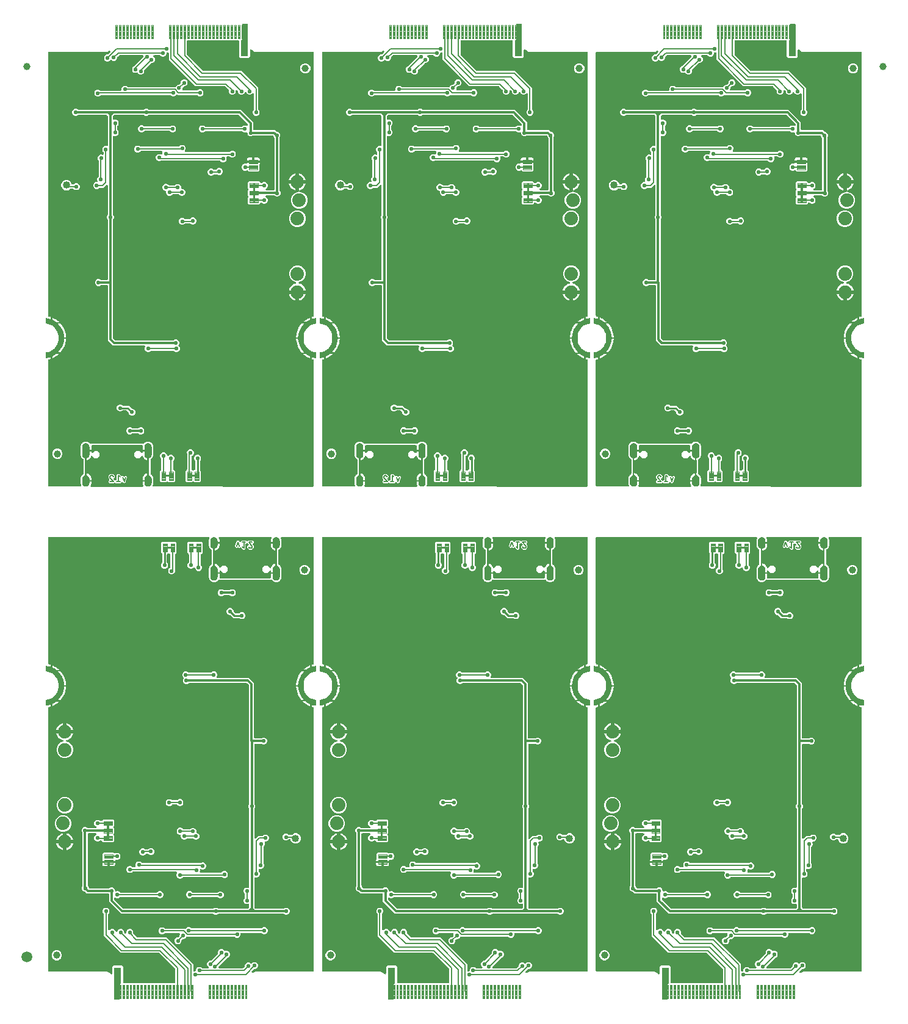
<source format=gbl>
G04 EAGLE Gerber RS-274X export*
G75*
%MOMM*%
%FSLAX34Y34*%
%LPD*%
%INBottom Copper*%
%IPPOS*%
%AMOC8*
5,1,8,0,0,1.08239X$1,22.5*%
G01*
%ADD10C,0.152400*%
%ADD11C,0.099059*%
%ADD12C,0.654000*%
%ADD13C,1.016000*%
%ADD14C,1.000000*%
%ADD15C,0.101500*%
%ADD16C,0.609600*%
%ADD17C,0.203200*%
%ADD18C,1.879600*%
%ADD19C,0.101600*%
%ADD20C,1.500000*%
%ADD21C,0.558800*%
%ADD22C,0.304800*%
%ADD23C,0.254000*%

G36*
X558236Y27048D02*
X558236Y27048D01*
X558355Y27055D01*
X558393Y27068D01*
X558434Y27073D01*
X558544Y27116D01*
X558657Y27153D01*
X558692Y27175D01*
X558729Y27190D01*
X558825Y27259D01*
X558926Y27323D01*
X558954Y27353D01*
X558987Y27376D01*
X559063Y27468D01*
X559144Y27555D01*
X559164Y27590D01*
X559189Y27621D01*
X559240Y27729D01*
X559298Y27833D01*
X559308Y27873D01*
X559325Y27909D01*
X559347Y28026D01*
X559377Y28141D01*
X559381Y28201D01*
X559385Y28221D01*
X559383Y28242D01*
X559387Y28302D01*
X559387Y46391D01*
X559375Y46490D01*
X559372Y46589D01*
X559355Y46647D01*
X559347Y46707D01*
X559311Y46799D01*
X559283Y46894D01*
X559253Y46946D01*
X559230Y47003D01*
X559172Y47083D01*
X559122Y47168D01*
X559056Y47243D01*
X559044Y47260D01*
X559034Y47268D01*
X559016Y47289D01*
X537335Y68970D01*
X537257Y69030D01*
X537185Y69098D01*
X537132Y69127D01*
X537084Y69164D01*
X536993Y69204D01*
X536906Y69252D01*
X536847Y69267D01*
X536792Y69291D01*
X536694Y69306D01*
X536598Y69331D01*
X536498Y69337D01*
X536478Y69341D01*
X536465Y69339D01*
X536437Y69341D01*
X483623Y69341D01*
X481466Y71499D01*
X462405Y90560D01*
X460247Y92717D01*
X460247Y122697D01*
X460235Y122795D01*
X460232Y122894D01*
X460215Y122952D01*
X460207Y123012D01*
X460171Y123105D01*
X460143Y123200D01*
X460113Y123252D01*
X460090Y123308D01*
X460032Y123388D01*
X459982Y123474D01*
X459916Y123549D01*
X459904Y123566D01*
X459894Y123573D01*
X459876Y123594D01*
X459204Y124266D01*
X458469Y126040D01*
X458469Y127960D01*
X459204Y129734D01*
X460562Y131092D01*
X462336Y131827D01*
X464256Y131827D01*
X466030Y131092D01*
X467388Y129734D01*
X468123Y127960D01*
X468123Y126040D01*
X467388Y124266D01*
X466716Y123594D01*
X466656Y123516D01*
X466588Y123444D01*
X466559Y123391D01*
X466522Y123343D01*
X466482Y123252D01*
X466434Y123166D01*
X466419Y123107D01*
X466395Y123051D01*
X466380Y122953D01*
X466355Y122858D01*
X466349Y122758D01*
X466345Y122737D01*
X466347Y122725D01*
X466345Y122697D01*
X466345Y101839D01*
X466362Y101701D01*
X466375Y101563D01*
X466382Y101544D01*
X466385Y101523D01*
X466436Y101394D01*
X466483Y101263D01*
X466494Y101246D01*
X466502Y101228D01*
X466583Y101115D01*
X466661Y101000D01*
X466677Y100987D01*
X466688Y100970D01*
X466796Y100882D01*
X466900Y100790D01*
X466918Y100781D01*
X466933Y100768D01*
X467059Y100708D01*
X467183Y100645D01*
X467203Y100641D01*
X467221Y100632D01*
X467358Y100606D01*
X467493Y100575D01*
X467514Y100576D01*
X467533Y100572D01*
X467672Y100581D01*
X467811Y100585D01*
X467831Y100591D01*
X467851Y100592D01*
X467983Y100635D01*
X468117Y100674D01*
X468134Y100684D01*
X468153Y100690D01*
X468271Y100764D01*
X468391Y100835D01*
X468412Y100854D01*
X468422Y100860D01*
X468436Y100875D01*
X468511Y100942D01*
X469452Y101882D01*
X471226Y102617D01*
X473146Y102617D01*
X474920Y101882D01*
X476278Y100524D01*
X476728Y99437D01*
X476797Y99316D01*
X476862Y99193D01*
X476876Y99178D01*
X476886Y99160D01*
X476982Y99061D01*
X477076Y98958D01*
X477093Y98946D01*
X477107Y98932D01*
X477226Y98859D01*
X477342Y98783D01*
X477361Y98776D01*
X477378Y98766D01*
X477511Y98725D01*
X477643Y98680D01*
X477663Y98678D01*
X477682Y98672D01*
X477821Y98665D01*
X477960Y98654D01*
X477980Y98658D01*
X478000Y98657D01*
X478136Y98685D01*
X478273Y98709D01*
X478292Y98717D01*
X478311Y98721D01*
X478436Y98782D01*
X478563Y98839D01*
X478579Y98852D01*
X478597Y98861D01*
X478703Y98951D01*
X478811Y99038D01*
X478824Y99054D01*
X478839Y99067D01*
X478919Y99181D01*
X479003Y99292D01*
X479015Y99317D01*
X479022Y99327D01*
X479029Y99346D01*
X479074Y99437D01*
X479524Y100524D01*
X480882Y101882D01*
X482656Y102617D01*
X484576Y102617D01*
X486350Y101882D01*
X487708Y100524D01*
X488443Y98750D01*
X488443Y97801D01*
X488455Y97702D01*
X488458Y97603D01*
X488475Y97545D01*
X488483Y97485D01*
X488519Y97393D01*
X488547Y97298D01*
X488577Y97246D01*
X488600Y97189D01*
X488658Y97109D01*
X488708Y97024D01*
X488774Y96949D01*
X488786Y96932D01*
X488796Y96924D01*
X488814Y96903D01*
X489322Y96395D01*
X489432Y96310D01*
X489539Y96221D01*
X489558Y96213D01*
X489574Y96200D01*
X489702Y96145D01*
X489827Y96086D01*
X489847Y96082D01*
X489866Y96074D01*
X490004Y96052D01*
X490140Y96026D01*
X490160Y96027D01*
X490180Y96024D01*
X490319Y96037D01*
X490457Y96046D01*
X490476Y96052D01*
X490496Y96054D01*
X490627Y96101D01*
X490759Y96144D01*
X490777Y96154D01*
X490796Y96161D01*
X490910Y96239D01*
X491028Y96314D01*
X491042Y96329D01*
X491059Y96340D01*
X491151Y96444D01*
X491246Y96545D01*
X491256Y96563D01*
X491269Y96578D01*
X491332Y96702D01*
X491400Y96824D01*
X491405Y96843D01*
X491414Y96862D01*
X491444Y96998D01*
X491479Y97132D01*
X491481Y97160D01*
X491484Y97172D01*
X491483Y97192D01*
X491489Y97293D01*
X491489Y98750D01*
X492224Y100524D01*
X493582Y101882D01*
X495356Y102617D01*
X497276Y102617D01*
X499050Y101882D01*
X500408Y100524D01*
X501143Y98750D01*
X501143Y96728D01*
X501142Y96724D01*
X501141Y96694D01*
X501135Y96665D01*
X501139Y96536D01*
X501137Y96406D01*
X501143Y96377D01*
X501144Y96347D01*
X501180Y96223D01*
X501210Y96097D01*
X501224Y96070D01*
X501233Y96042D01*
X501299Y95930D01*
X501359Y95816D01*
X501379Y95793D01*
X501394Y95768D01*
X501501Y95647D01*
X506097Y91050D01*
X506175Y90990D01*
X506247Y90922D01*
X506300Y90893D01*
X506348Y90856D01*
X506439Y90816D01*
X506526Y90768D01*
X506585Y90753D01*
X506640Y90729D01*
X506738Y90714D01*
X506834Y90689D01*
X506934Y90683D01*
X506954Y90679D01*
X506967Y90681D01*
X506995Y90679D01*
X547558Y90679D01*
X584521Y53716D01*
X584521Y44858D01*
X584527Y44808D01*
X584525Y44759D01*
X584547Y44651D01*
X584561Y44542D01*
X584579Y44496D01*
X584589Y44447D01*
X584637Y44349D01*
X584678Y44247D01*
X584707Y44206D01*
X584729Y44162D01*
X584800Y44078D01*
X584864Y43989D01*
X584903Y43958D01*
X584935Y43920D01*
X585025Y43857D01*
X585109Y43786D01*
X585154Y43765D01*
X585195Y43737D01*
X585298Y43698D01*
X585397Y43651D01*
X585446Y43642D01*
X585492Y43624D01*
X585602Y43612D01*
X585709Y43591D01*
X585759Y43594D01*
X585808Y43589D01*
X585917Y43604D01*
X586027Y43611D01*
X586074Y43626D01*
X586123Y43633D01*
X586276Y43685D01*
X586376Y43727D01*
X586640Y43727D01*
X586758Y43742D01*
X586877Y43749D01*
X586915Y43762D01*
X586956Y43767D01*
X587066Y43810D01*
X587179Y43847D01*
X587214Y43869D01*
X587251Y43884D01*
X587347Y43953D01*
X587448Y44017D01*
X587476Y44047D01*
X587509Y44070D01*
X587585Y44162D01*
X587666Y44249D01*
X587686Y44284D01*
X587711Y44315D01*
X587762Y44423D01*
X587820Y44527D01*
X587830Y44567D01*
X587847Y44603D01*
X587869Y44720D01*
X587899Y44835D01*
X587903Y44895D01*
X587907Y44915D01*
X587905Y44936D01*
X587909Y44996D01*
X587909Y45860D01*
X588644Y47634D01*
X590002Y48992D01*
X591776Y49727D01*
X593696Y49727D01*
X595470Y48992D01*
X596342Y48120D01*
X596420Y48060D01*
X596492Y47992D01*
X596545Y47963D01*
X596593Y47926D01*
X596684Y47886D01*
X596770Y47838D01*
X596829Y47823D01*
X596885Y47799D01*
X596983Y47784D01*
X597078Y47759D01*
X597178Y47753D01*
X597199Y47749D01*
X597211Y47751D01*
X597239Y47749D01*
X604537Y47749D01*
X604675Y47766D01*
X604813Y47779D01*
X604832Y47786D01*
X604853Y47789D01*
X604982Y47840D01*
X605113Y47887D01*
X605130Y47898D01*
X605148Y47906D01*
X605261Y47987D01*
X605376Y48065D01*
X605389Y48081D01*
X605406Y48092D01*
X605494Y48200D01*
X605586Y48304D01*
X605595Y48322D01*
X605608Y48337D01*
X605668Y48463D01*
X605731Y48587D01*
X605735Y48607D01*
X605744Y48625D01*
X605770Y48762D01*
X605801Y48897D01*
X605800Y48918D01*
X605804Y48937D01*
X605795Y49076D01*
X605791Y49215D01*
X605785Y49235D01*
X605784Y49255D01*
X605741Y49387D01*
X605702Y49521D01*
X605692Y49538D01*
X605686Y49557D01*
X605611Y49675D01*
X605541Y49795D01*
X605522Y49816D01*
X605516Y49826D01*
X605501Y49840D01*
X605435Y49915D01*
X604314Y51036D01*
X603579Y52810D01*
X603579Y54730D01*
X604314Y56504D01*
X605672Y57862D01*
X607446Y58597D01*
X608395Y58597D01*
X608494Y58609D01*
X608593Y58612D01*
X608651Y58629D01*
X608711Y58637D01*
X608803Y58673D01*
X608898Y58701D01*
X608950Y58731D01*
X609007Y58754D01*
X609087Y58812D01*
X609172Y58862D01*
X609247Y58928D01*
X609264Y58940D01*
X609272Y58950D01*
X609293Y58968D01*
X618118Y67793D01*
X618178Y67871D01*
X618246Y67943D01*
X618275Y67996D01*
X618312Y68044D01*
X618352Y68135D01*
X618400Y68222D01*
X618415Y68281D01*
X618439Y68336D01*
X618454Y68434D01*
X618479Y68530D01*
X618485Y68630D01*
X618489Y68650D01*
X618487Y68663D01*
X618489Y68691D01*
X618489Y70810D01*
X619224Y72584D01*
X620582Y73942D01*
X622356Y74677D01*
X624276Y74677D01*
X626050Y73942D01*
X627443Y72549D01*
X627467Y72500D01*
X627493Y72469D01*
X627513Y72434D01*
X627596Y72348D01*
X627673Y72258D01*
X627706Y72234D01*
X627735Y72205D01*
X627836Y72143D01*
X627933Y72075D01*
X627971Y72060D01*
X628006Y72039D01*
X628119Y72004D01*
X628231Y71962D01*
X628271Y71957D01*
X628310Y71945D01*
X628428Y71940D01*
X628547Y71927D01*
X628587Y71932D01*
X628627Y71930D01*
X628744Y71954D01*
X628862Y71971D01*
X628919Y71990D01*
X628939Y71995D01*
X628957Y72004D01*
X629014Y72023D01*
X629506Y72227D01*
X631426Y72227D01*
X633200Y71492D01*
X634558Y70134D01*
X635293Y68360D01*
X635293Y66440D01*
X634558Y64666D01*
X633200Y63308D01*
X632794Y63140D01*
X632786Y63135D01*
X632777Y63133D01*
X632648Y63056D01*
X632518Y62982D01*
X632511Y62976D01*
X632503Y62971D01*
X632382Y62865D01*
X631358Y61840D01*
X631357Y61840D01*
X619724Y50207D01*
X619664Y50129D01*
X619596Y50057D01*
X619567Y50004D01*
X619530Y49956D01*
X619490Y49865D01*
X619442Y49778D01*
X619427Y49719D01*
X619403Y49664D01*
X619388Y49566D01*
X619363Y49470D01*
X619357Y49370D01*
X619353Y49350D01*
X619355Y49337D01*
X619353Y49309D01*
X619353Y49018D01*
X619368Y48900D01*
X619375Y48781D01*
X619388Y48743D01*
X619393Y48702D01*
X619436Y48592D01*
X619473Y48479D01*
X619495Y48444D01*
X619510Y48407D01*
X619579Y48311D01*
X619643Y48210D01*
X619673Y48182D01*
X619696Y48149D01*
X619788Y48073D01*
X619875Y47992D01*
X619910Y47972D01*
X619941Y47947D01*
X620049Y47896D01*
X620153Y47838D01*
X620193Y47828D01*
X620229Y47811D01*
X620346Y47789D01*
X620461Y47759D01*
X620521Y47755D01*
X620541Y47751D01*
X620562Y47753D01*
X620622Y47749D01*
X652747Y47749D01*
X652846Y47761D01*
X652945Y47764D01*
X653003Y47781D01*
X653063Y47789D01*
X653155Y47825D01*
X653250Y47853D01*
X653302Y47883D01*
X653359Y47906D01*
X653439Y47964D01*
X653524Y48014D01*
X653599Y48080D01*
X653616Y48092D01*
X653624Y48102D01*
X653645Y48120D01*
X655538Y50013D01*
X655598Y50091D01*
X655666Y50163D01*
X655695Y50216D01*
X655732Y50264D01*
X655772Y50355D01*
X655820Y50442D01*
X655835Y50501D01*
X655859Y50556D01*
X655874Y50654D01*
X655899Y50750D01*
X655905Y50850D01*
X655909Y50870D01*
X655907Y50883D01*
X655909Y50911D01*
X655909Y51860D01*
X656644Y53634D01*
X658002Y54992D01*
X659776Y55727D01*
X661696Y55727D01*
X663470Y54992D01*
X663838Y54624D01*
X663933Y54551D01*
X664022Y54472D01*
X664058Y54453D01*
X664090Y54429D01*
X664199Y54381D01*
X664305Y54327D01*
X664344Y54318D01*
X664382Y54302D01*
X664499Y54284D01*
X664615Y54258D01*
X664656Y54259D01*
X664696Y54252D01*
X664814Y54264D01*
X664933Y54267D01*
X664972Y54278D01*
X665012Y54282D01*
X665124Y54322D01*
X665239Y54356D01*
X665274Y54376D01*
X665312Y54390D01*
X665410Y54457D01*
X665513Y54517D01*
X665558Y54557D01*
X665575Y54568D01*
X665588Y54584D01*
X665633Y54624D01*
X666702Y55692D01*
X668476Y56427D01*
X670396Y56427D01*
X672170Y55692D01*
X673528Y54334D01*
X674263Y52560D01*
X674263Y50640D01*
X673528Y48866D01*
X672170Y47508D01*
X670396Y46773D01*
X669447Y46773D01*
X669348Y46761D01*
X669249Y46758D01*
X669191Y46741D01*
X669131Y46733D01*
X669039Y46697D01*
X668944Y46669D01*
X668892Y46639D01*
X668835Y46616D01*
X668755Y46558D01*
X668670Y46508D01*
X668595Y46442D01*
X668578Y46430D01*
X668570Y46420D01*
X668549Y46402D01*
X665808Y43660D01*
X665805Y43657D01*
X665801Y43654D01*
X665707Y43530D01*
X665613Y43409D01*
X665611Y43405D01*
X665608Y43401D01*
X665548Y43259D01*
X665487Y43117D01*
X665486Y43113D01*
X665484Y43108D01*
X665461Y42955D01*
X665437Y42803D01*
X665437Y42798D01*
X665437Y42794D01*
X665452Y42642D01*
X665467Y42487D01*
X665468Y42482D01*
X665469Y42477D01*
X665523Y42330D01*
X665574Y42187D01*
X665577Y42183D01*
X665579Y42179D01*
X665667Y42051D01*
X665753Y41924D01*
X665756Y41921D01*
X665759Y41917D01*
X665874Y41817D01*
X665991Y41714D01*
X665996Y41711D01*
X665999Y41708D01*
X666135Y41640D01*
X666274Y41569D01*
X666279Y41568D01*
X666283Y41566D01*
X666435Y41533D01*
X666585Y41499D01*
X666589Y41500D01*
X666594Y41499D01*
X666749Y41504D01*
X666903Y41509D01*
X666907Y41510D01*
X666912Y41511D01*
X667060Y41555D01*
X667208Y41597D01*
X667212Y41600D01*
X667217Y41601D01*
X667360Y41675D01*
X669449Y42932D01*
X669870Y42955D01*
X669934Y42967D01*
X669999Y42969D01*
X670090Y42995D01*
X670183Y43012D01*
X670242Y43039D01*
X670276Y43049D01*
X671570Y43049D01*
X671588Y43051D01*
X671638Y43051D01*
X672939Y43121D01*
X672963Y43115D01*
X673051Y43082D01*
X673116Y43075D01*
X673179Y43059D01*
X673340Y43049D01*
X750570Y43049D01*
X750688Y43064D01*
X750807Y43071D01*
X750845Y43084D01*
X750886Y43089D01*
X750996Y43132D01*
X751109Y43169D01*
X751144Y43191D01*
X751181Y43206D01*
X751277Y43275D01*
X751378Y43339D01*
X751406Y43369D01*
X751439Y43392D01*
X751515Y43484D01*
X751596Y43571D01*
X751616Y43606D01*
X751641Y43637D01*
X751692Y43745D01*
X751750Y43849D01*
X751760Y43889D01*
X751777Y43925D01*
X751799Y44042D01*
X751829Y44157D01*
X751833Y44217D01*
X751837Y44237D01*
X751835Y44258D01*
X751839Y44318D01*
X751839Y409096D01*
X751822Y409234D01*
X751817Y409314D01*
X751811Y409333D01*
X751804Y409393D01*
X751801Y409402D01*
X751799Y409412D01*
X751745Y409551D01*
X751691Y409691D01*
X751686Y409699D01*
X751682Y409708D01*
X751595Y409828D01*
X751508Y409951D01*
X751501Y409957D01*
X751496Y409965D01*
X751380Y410061D01*
X751267Y410157D01*
X751258Y410162D01*
X751251Y410168D01*
X751116Y410231D01*
X750981Y410297D01*
X750968Y410301D01*
X750963Y410303D01*
X750950Y410306D01*
X750826Y410340D01*
X750718Y410362D01*
X749928Y410524D01*
X748705Y410913D01*
X748705Y413662D01*
X750847Y412957D01*
X750857Y412956D01*
X750883Y412948D01*
X754894Y412254D01*
X754932Y412259D01*
X754969Y412253D01*
X755000Y412266D01*
X755032Y412270D01*
X755062Y412294D01*
X755097Y412310D01*
X755115Y412337D01*
X755141Y412358D01*
X755153Y412395D01*
X755174Y412427D01*
X755183Y412484D01*
X755185Y412491D01*
X755184Y412494D01*
X755185Y412500D01*
X755185Y420000D01*
X755183Y420009D01*
X755183Y420011D01*
X755180Y420017D01*
X755166Y420065D01*
X755147Y420132D01*
X755146Y420133D01*
X755146Y420134D01*
X755094Y420180D01*
X755043Y420225D01*
X755042Y420226D01*
X755041Y420226D01*
X755038Y420227D01*
X754972Y420247D01*
X752074Y420670D01*
X749296Y421536D01*
X746688Y422826D01*
X744314Y424508D01*
X742232Y426540D01*
X740494Y428873D01*
X739142Y431450D01*
X738210Y434206D01*
X737720Y437074D01*
X737685Y440000D01*
X737720Y442926D01*
X738210Y445794D01*
X739142Y448550D01*
X740494Y451127D01*
X742232Y453460D01*
X744314Y455492D01*
X746688Y457174D01*
X749296Y458464D01*
X752074Y459330D01*
X754972Y459753D01*
X755033Y459781D01*
X755097Y459810D01*
X755098Y459811D01*
X755099Y459812D01*
X755136Y459869D01*
X755174Y459927D01*
X755174Y459928D01*
X755175Y459929D01*
X755175Y459932D01*
X755185Y460000D01*
X755185Y467500D01*
X755174Y467538D01*
X755173Y467577D01*
X755155Y467603D01*
X755146Y467634D01*
X755117Y467660D01*
X755095Y467692D01*
X755065Y467705D01*
X755041Y467726D01*
X755002Y467732D01*
X754966Y467747D01*
X754910Y467746D01*
X754903Y467747D01*
X754899Y467746D01*
X754892Y467745D01*
X750894Y467025D01*
X750885Y467021D01*
X750859Y467016D01*
X748705Y466294D01*
X748705Y469047D01*
X749926Y469443D01*
X750834Y469636D01*
X750971Y469684D01*
X751109Y469728D01*
X751121Y469736D01*
X751134Y469740D01*
X751255Y469821D01*
X751378Y469898D01*
X751388Y469909D01*
X751399Y469916D01*
X751496Y470024D01*
X751596Y470130D01*
X751603Y470142D01*
X751612Y470152D01*
X751679Y470281D01*
X751750Y470409D01*
X751753Y470422D01*
X751759Y470434D01*
X751793Y470576D01*
X751829Y470717D01*
X751830Y470735D01*
X751832Y470744D01*
X751832Y470761D01*
X751839Y470877D01*
X751839Y644906D01*
X751824Y645024D01*
X751817Y645143D01*
X751804Y645181D01*
X751799Y645222D01*
X751756Y645332D01*
X751719Y645445D01*
X751697Y645480D01*
X751682Y645517D01*
X751613Y645613D01*
X751549Y645714D01*
X751519Y645742D01*
X751496Y645775D01*
X751404Y645851D01*
X751317Y645932D01*
X751282Y645952D01*
X751251Y645977D01*
X751143Y646028D01*
X751039Y646086D01*
X750999Y646096D01*
X750963Y646113D01*
X750846Y646135D01*
X750731Y646165D01*
X750671Y646169D01*
X750651Y646173D01*
X750630Y646171D01*
X750570Y646175D01*
X707034Y646175D01*
X707020Y646174D01*
X707006Y646175D01*
X706862Y646154D01*
X706718Y646135D01*
X706705Y646130D01*
X706691Y646128D01*
X706557Y646072D01*
X706422Y646018D01*
X706411Y646010D01*
X706398Y646005D01*
X706283Y645917D01*
X706165Y645832D01*
X706156Y645821D01*
X706145Y645812D01*
X706055Y645699D01*
X705962Y645587D01*
X705956Y645574D01*
X705948Y645563D01*
X705889Y645430D01*
X705827Y645299D01*
X705824Y645285D01*
X705818Y645272D01*
X705794Y645129D01*
X705767Y644987D01*
X705768Y644973D01*
X705766Y644959D01*
X705778Y644814D01*
X705787Y644669D01*
X705791Y644656D01*
X705792Y644642D01*
X705836Y644487D01*
X705862Y644412D01*
X705890Y644356D01*
X705908Y644297D01*
X705985Y644156D01*
X706343Y643587D01*
X706418Y642919D01*
X706433Y642859D01*
X706438Y642797D01*
X706481Y642642D01*
X706635Y642202D01*
X706651Y642170D01*
X706656Y642152D01*
X706623Y642055D01*
X706620Y642010D01*
X706609Y641967D01*
X706599Y641806D01*
X706599Y641386D01*
X706600Y641373D01*
X706607Y641244D01*
X706691Y640498D01*
X706688Y640494D01*
X706656Y640367D01*
X706617Y640241D01*
X706616Y640213D01*
X706609Y640186D01*
X706599Y640025D01*
X706599Y636371D01*
X706602Y636343D01*
X706600Y636315D01*
X706622Y636186D01*
X706639Y636055D01*
X706649Y636029D01*
X706654Y636002D01*
X706693Y635914D01*
X706607Y635152D01*
X706607Y635138D01*
X706605Y635101D01*
X706601Y635084D01*
X706602Y635067D01*
X706599Y635010D01*
X706599Y634590D01*
X706604Y634546D01*
X706602Y634500D01*
X706624Y634388D01*
X706639Y634275D01*
X706653Y634237D01*
X706635Y634194D01*
X706481Y633754D01*
X706468Y633693D01*
X706446Y633635D01*
X706418Y633477D01*
X706343Y632809D01*
X705985Y632240D01*
X705959Y632184D01*
X705925Y632132D01*
X705862Y631984D01*
X705640Y631350D01*
X705165Y630875D01*
X705127Y630826D01*
X705082Y630783D01*
X704988Y630653D01*
X704630Y630084D01*
X704061Y629726D01*
X704013Y629687D01*
X703960Y629656D01*
X703879Y629584D01*
X703877Y629583D01*
X703876Y629582D01*
X703839Y629549D01*
X703351Y629061D01*
X703295Y629043D01*
X703215Y628992D01*
X703130Y628950D01*
X703081Y628907D01*
X703026Y628872D01*
X702961Y628804D01*
X702890Y628742D01*
X702853Y628688D01*
X702808Y628641D01*
X702762Y628558D01*
X702709Y628481D01*
X702686Y628419D01*
X702654Y628362D01*
X702631Y628271D01*
X702598Y628182D01*
X702591Y628118D01*
X702575Y628054D01*
X702565Y627894D01*
X702565Y609202D01*
X702573Y609138D01*
X702571Y609073D01*
X702593Y608980D01*
X702605Y608887D01*
X702629Y608826D01*
X702643Y608763D01*
X702687Y608679D01*
X702722Y608591D01*
X702760Y608538D01*
X702790Y608481D01*
X702853Y608410D01*
X702908Y608334D01*
X702959Y608292D01*
X703002Y608244D01*
X703081Y608191D01*
X703153Y608131D01*
X703212Y608103D01*
X703266Y608067D01*
X703358Y608028D01*
X703839Y607547D01*
X703888Y607509D01*
X703931Y607464D01*
X704061Y607370D01*
X704630Y607012D01*
X704988Y606443D01*
X705027Y606395D01*
X705058Y606342D01*
X705165Y606221D01*
X705640Y605746D01*
X705862Y605112D01*
X705890Y605056D01*
X705908Y604997D01*
X705985Y604856D01*
X706343Y604287D01*
X706418Y603619D01*
X706433Y603559D01*
X706438Y603497D01*
X706481Y603342D01*
X706635Y602902D01*
X706651Y602870D01*
X706656Y602852D01*
X706623Y602755D01*
X706620Y602710D01*
X706609Y602667D01*
X706599Y602506D01*
X706599Y602086D01*
X706600Y602073D01*
X706607Y601944D01*
X706691Y601198D01*
X706688Y601194D01*
X706675Y601141D01*
X706668Y601127D01*
X706659Y601080D01*
X706656Y601067D01*
X706617Y600941D01*
X706616Y600913D01*
X706609Y600886D01*
X706599Y600725D01*
X706599Y592071D01*
X706602Y592043D01*
X706600Y592015D01*
X706622Y591886D01*
X706639Y591755D01*
X706649Y591729D01*
X706654Y591702D01*
X706693Y591614D01*
X706607Y590852D01*
X706607Y590838D01*
X706599Y590710D01*
X706599Y590290D01*
X706604Y590246D01*
X706602Y590200D01*
X706624Y590088D01*
X706639Y589975D01*
X706653Y589937D01*
X706635Y589894D01*
X706481Y589454D01*
X706468Y589393D01*
X706446Y589335D01*
X706418Y589177D01*
X706343Y588509D01*
X705985Y587940D01*
X705959Y587884D01*
X705925Y587832D01*
X705862Y587684D01*
X705640Y587050D01*
X705165Y586575D01*
X705127Y586526D01*
X705082Y586483D01*
X704988Y586353D01*
X704630Y585784D01*
X704061Y585426D01*
X704013Y585387D01*
X703960Y585356D01*
X703839Y585249D01*
X703364Y584774D01*
X702730Y584552D01*
X702674Y584524D01*
X702615Y584506D01*
X702474Y584429D01*
X701905Y584071D01*
X701237Y583996D01*
X701177Y583981D01*
X701115Y583976D01*
X700960Y583933D01*
X700326Y583711D01*
X699658Y583786D01*
X699596Y583785D01*
X699535Y583794D01*
X699374Y583786D01*
X698706Y583711D01*
X698072Y583933D01*
X698011Y583946D01*
X697953Y583968D01*
X697795Y583996D01*
X697127Y584071D01*
X696558Y584429D01*
X696502Y584455D01*
X696450Y584489D01*
X696302Y584552D01*
X695668Y584774D01*
X695193Y585249D01*
X695144Y585287D01*
X695101Y585332D01*
X694971Y585426D01*
X694402Y585784D01*
X694175Y586145D01*
X694123Y586209D01*
X694079Y586278D01*
X694022Y586331D01*
X693973Y586391D01*
X693907Y586440D01*
X693847Y586496D01*
X693779Y586534D01*
X693717Y586579D01*
X693640Y586610D01*
X693569Y586650D01*
X693493Y586669D01*
X693421Y586698D01*
X693340Y586709D01*
X693261Y586729D01*
X693112Y586739D01*
X693106Y586739D01*
X693104Y586739D01*
X693100Y586739D01*
X619572Y586739D01*
X619491Y586729D01*
X619409Y586729D01*
X619333Y586709D01*
X619257Y586699D01*
X619180Y586669D01*
X619101Y586649D01*
X619033Y586611D01*
X618961Y586582D01*
X618895Y586534D01*
X618823Y586494D01*
X618766Y586441D01*
X618704Y586396D01*
X618651Y586332D01*
X618592Y586276D01*
X618504Y586155D01*
X618501Y586151D01*
X618500Y586149D01*
X618497Y586145D01*
X618270Y585784D01*
X617701Y585426D01*
X617653Y585387D01*
X617600Y585356D01*
X617479Y585249D01*
X617004Y584774D01*
X616370Y584552D01*
X616314Y584524D01*
X616255Y584506D01*
X616114Y584429D01*
X615545Y584071D01*
X614877Y583996D01*
X614817Y583981D01*
X614755Y583976D01*
X614600Y583933D01*
X613966Y583711D01*
X613298Y583786D01*
X613236Y583785D01*
X613175Y583794D01*
X613014Y583786D01*
X612346Y583711D01*
X611712Y583933D01*
X611651Y583946D01*
X611593Y583968D01*
X611435Y583996D01*
X610767Y584071D01*
X610198Y584429D01*
X610142Y584455D01*
X610090Y584489D01*
X609942Y584552D01*
X609308Y584774D01*
X608833Y585249D01*
X608784Y585287D01*
X608741Y585332D01*
X608611Y585426D01*
X608042Y585784D01*
X607684Y586353D01*
X607645Y586401D01*
X607614Y586454D01*
X607507Y586575D01*
X607032Y587050D01*
X606810Y587684D01*
X606782Y587740D01*
X606764Y587799D01*
X606687Y587940D01*
X606329Y588509D01*
X606254Y589177D01*
X606239Y589237D01*
X606234Y589299D01*
X606191Y589454D01*
X606037Y589894D01*
X606021Y589926D01*
X606016Y589944D01*
X606049Y590041D01*
X606052Y590086D01*
X606063Y590129D01*
X606073Y590290D01*
X606073Y590710D01*
X606072Y590723D01*
X606065Y590852D01*
X605981Y591598D01*
X605984Y591602D01*
X606016Y591729D01*
X606055Y591855D01*
X606056Y591883D01*
X606063Y591910D01*
X606073Y592071D01*
X606073Y600725D01*
X606070Y600753D01*
X606072Y600781D01*
X606050Y600910D01*
X606046Y600943D01*
X606044Y600971D01*
X606041Y600980D01*
X606033Y601041D01*
X606023Y601067D01*
X606018Y601094D01*
X605979Y601182D01*
X606065Y601944D01*
X606065Y601958D01*
X606073Y602086D01*
X606073Y602506D01*
X606068Y602550D01*
X606070Y602596D01*
X606048Y602708D01*
X606033Y602821D01*
X606019Y602859D01*
X606037Y602902D01*
X606191Y603342D01*
X606204Y603403D01*
X606226Y603461D01*
X606254Y603619D01*
X606329Y604287D01*
X606687Y604856D01*
X606713Y604912D01*
X606747Y604964D01*
X606810Y605112D01*
X607032Y605746D01*
X607507Y606221D01*
X607545Y606270D01*
X607590Y606313D01*
X607684Y606443D01*
X608042Y607012D01*
X608611Y607370D01*
X608659Y607409D01*
X608712Y607440D01*
X608833Y607547D01*
X609439Y608153D01*
X609520Y608258D01*
X609522Y608260D01*
X609528Y608265D01*
X609537Y608277D01*
X609606Y608359D01*
X609609Y608366D01*
X609610Y608366D01*
X609624Y608392D01*
X609633Y608404D01*
X609642Y608424D01*
X609659Y608454D01*
X609710Y608527D01*
X609732Y608588D01*
X609764Y608645D01*
X609787Y608736D01*
X609820Y608825D01*
X609827Y608890D01*
X609843Y608953D01*
X609853Y609113D01*
X609853Y627983D01*
X609845Y628047D01*
X609847Y628112D01*
X609825Y628204D01*
X609813Y628298D01*
X609789Y628359D01*
X609775Y628422D01*
X609731Y628506D01*
X609696Y628594D01*
X609658Y628646D01*
X609628Y628704D01*
X609589Y628748D01*
X609545Y628823D01*
X609520Y628851D01*
X609512Y628863D01*
X609496Y628878D01*
X609439Y628943D01*
X608833Y629549D01*
X608784Y629587D01*
X608741Y629632D01*
X608684Y629674D01*
X608674Y629683D01*
X608660Y629691D01*
X608611Y629726D01*
X608042Y630084D01*
X607684Y630653D01*
X607645Y630701D01*
X607614Y630754D01*
X607507Y630875D01*
X607032Y631350D01*
X606810Y631984D01*
X606782Y632040D01*
X606764Y632099D01*
X606687Y632240D01*
X606329Y632809D01*
X606254Y633477D01*
X606239Y633537D01*
X606234Y633599D01*
X606191Y633754D01*
X606037Y634194D01*
X606021Y634226D01*
X606016Y634244D01*
X606049Y634341D01*
X606052Y634386D01*
X606063Y634429D01*
X606073Y634590D01*
X606073Y635010D01*
X606072Y635023D01*
X606065Y635152D01*
X605981Y635898D01*
X605984Y635902D01*
X606016Y636029D01*
X606055Y636155D01*
X606056Y636183D01*
X606063Y636210D01*
X606073Y636371D01*
X606073Y640025D01*
X606070Y640053D01*
X606072Y640081D01*
X606050Y640210D01*
X606033Y640341D01*
X606023Y640367D01*
X606018Y640394D01*
X605979Y640482D01*
X606065Y641244D01*
X606065Y641258D01*
X606065Y641263D01*
X606067Y641269D01*
X606066Y641276D01*
X606073Y641386D01*
X606073Y641806D01*
X606068Y641850D01*
X606070Y641896D01*
X606048Y642008D01*
X606033Y642121D01*
X606019Y642159D01*
X606037Y642202D01*
X606191Y642642D01*
X606204Y642703D01*
X606226Y642761D01*
X606254Y642919D01*
X606329Y643587D01*
X606687Y644156D01*
X606713Y644212D01*
X606747Y644264D01*
X606810Y644412D01*
X606836Y644487D01*
X606839Y644501D01*
X606845Y644513D01*
X606872Y644656D01*
X606903Y644798D01*
X606902Y644812D01*
X606905Y644826D01*
X606896Y644971D01*
X606890Y645116D01*
X606886Y645129D01*
X606885Y645143D01*
X606841Y645281D01*
X606799Y645420D01*
X606791Y645432D01*
X606787Y645445D01*
X606709Y645568D01*
X606634Y645693D01*
X606625Y645702D01*
X606617Y645714D01*
X606511Y645814D01*
X606408Y645915D01*
X606396Y645922D01*
X606385Y645932D01*
X606258Y646002D01*
X606133Y646075D01*
X606119Y646079D01*
X606107Y646086D01*
X605967Y646122D01*
X605826Y646161D01*
X605813Y646162D01*
X605799Y646165D01*
X605638Y646175D01*
X511730Y646175D01*
X511685Y646170D01*
X511640Y646172D01*
X511481Y646151D01*
X510653Y645985D01*
X510580Y646021D01*
X510463Y646086D01*
X510438Y646092D01*
X510414Y646104D01*
X510284Y646132D01*
X510155Y646165D01*
X510118Y646167D01*
X510103Y646171D01*
X510081Y646170D01*
X510020Y646174D01*
X510007Y646186D01*
X509954Y646215D01*
X509906Y646252D01*
X509815Y646292D01*
X509728Y646340D01*
X509669Y646355D01*
X509614Y646379D01*
X509516Y646394D01*
X509420Y646419D01*
X509320Y646425D01*
X509300Y646429D01*
X509287Y646427D01*
X509259Y646429D01*
X384302Y646429D01*
X384184Y646414D01*
X384065Y646407D01*
X384027Y646394D01*
X383986Y646389D01*
X383876Y646346D01*
X383763Y646309D01*
X383728Y646287D01*
X383691Y646272D01*
X383595Y646203D01*
X383494Y646139D01*
X383466Y646109D01*
X383433Y646086D01*
X383357Y645994D01*
X383276Y645907D01*
X383256Y645872D01*
X383231Y645841D01*
X383180Y645733D01*
X383122Y645629D01*
X383112Y645589D01*
X383095Y645553D01*
X383073Y645436D01*
X383043Y645321D01*
X383039Y645261D01*
X383035Y645241D01*
X383035Y645239D01*
X383035Y645238D01*
X383036Y645219D01*
X383033Y645160D01*
X383033Y470904D01*
X383052Y470754D01*
X383068Y470606D01*
X383071Y470598D01*
X383073Y470588D01*
X383128Y470449D01*
X383181Y470309D01*
X383186Y470301D01*
X383190Y470292D01*
X383278Y470171D01*
X383364Y470049D01*
X383371Y470043D01*
X383376Y470035D01*
X383492Y469939D01*
X383606Y469842D01*
X383614Y469838D01*
X383621Y469832D01*
X383757Y469768D01*
X383891Y469703D01*
X383904Y469699D01*
X383909Y469697D01*
X383923Y469694D01*
X384046Y469660D01*
X384669Y469532D01*
X384944Y469476D01*
X386167Y469087D01*
X386167Y466338D01*
X384025Y467044D01*
X384015Y467044D01*
X383989Y467052D01*
X379978Y467746D01*
X379940Y467741D01*
X379903Y467747D01*
X379872Y467734D01*
X379840Y467730D01*
X379810Y467706D01*
X379775Y467690D01*
X379757Y467663D01*
X379731Y467642D01*
X379719Y467605D01*
X379698Y467574D01*
X379689Y467516D01*
X379687Y467509D01*
X379688Y467506D01*
X379687Y467500D01*
X379687Y460000D01*
X379706Y459935D01*
X379725Y459868D01*
X379726Y459867D01*
X379726Y459866D01*
X379779Y459820D01*
X379829Y459775D01*
X379831Y459774D01*
X379834Y459773D01*
X379900Y459753D01*
X382798Y459330D01*
X385576Y458464D01*
X388184Y457174D01*
X390558Y455492D01*
X392640Y453460D01*
X394378Y451127D01*
X395730Y448550D01*
X396662Y445794D01*
X397152Y442926D01*
X397187Y440000D01*
X397152Y437074D01*
X396662Y434206D01*
X395730Y431450D01*
X394378Y428873D01*
X392640Y426540D01*
X390558Y424508D01*
X388184Y422826D01*
X385576Y421536D01*
X382798Y420670D01*
X379900Y420247D01*
X379839Y420219D01*
X379775Y420190D01*
X379774Y420189D01*
X379773Y420188D01*
X379736Y420131D01*
X379698Y420074D01*
X379698Y420072D01*
X379697Y420071D01*
X379697Y420068D01*
X379687Y420000D01*
X379687Y412500D01*
X379698Y412462D01*
X379699Y412423D01*
X379717Y412397D01*
X379726Y412366D01*
X379755Y412340D01*
X379777Y412308D01*
X379807Y412295D01*
X379831Y412274D01*
X379870Y412268D01*
X379906Y412253D01*
X379962Y412254D01*
X379969Y412253D01*
X379973Y412254D01*
X379980Y412255D01*
X383978Y412975D01*
X383987Y412979D01*
X384013Y412984D01*
X386167Y413706D01*
X386167Y410952D01*
X384946Y410557D01*
X384038Y410364D01*
X383901Y410316D01*
X383763Y410272D01*
X383751Y410264D01*
X383738Y410260D01*
X383617Y410179D01*
X383494Y410101D01*
X383484Y410091D01*
X383473Y410084D01*
X383376Y409976D01*
X383276Y409870D01*
X383269Y409858D01*
X383260Y409848D01*
X383193Y409719D01*
X383122Y409591D01*
X383119Y409578D01*
X383113Y409566D01*
X383079Y409424D01*
X383043Y409283D01*
X383042Y409265D01*
X383040Y409256D01*
X383040Y409239D01*
X383033Y409123D01*
X383033Y44318D01*
X383048Y44200D01*
X383055Y44081D01*
X383068Y44043D01*
X383073Y44002D01*
X383116Y43892D01*
X383153Y43779D01*
X383175Y43744D01*
X383190Y43707D01*
X383259Y43611D01*
X383323Y43510D01*
X383353Y43482D01*
X383376Y43449D01*
X383468Y43373D01*
X383555Y43292D01*
X383590Y43272D01*
X383621Y43247D01*
X383729Y43196D01*
X383833Y43138D01*
X383873Y43128D01*
X383909Y43111D01*
X384026Y43089D01*
X384141Y43059D01*
X384201Y43055D01*
X384221Y43051D01*
X384242Y43053D01*
X384302Y43049D01*
X461846Y43049D01*
X461894Y43055D01*
X461943Y43052D01*
X462051Y43075D01*
X462161Y43089D01*
X462206Y43107D01*
X462254Y43116D01*
X462318Y43148D01*
X463507Y43053D01*
X463529Y43054D01*
X463608Y43049D01*
X464789Y43049D01*
X464804Y43039D01*
X464908Y43003D01*
X465010Y42959D01*
X465058Y42952D01*
X465104Y42936D01*
X465264Y42913D01*
X465715Y42877D01*
X469160Y40682D01*
X469431Y40204D01*
X469521Y40083D01*
X469609Y39962D01*
X469616Y39956D01*
X469621Y39949D01*
X469738Y39855D01*
X469854Y39759D01*
X469862Y39755D01*
X469869Y39750D01*
X470007Y39687D01*
X470142Y39624D01*
X470151Y39622D01*
X470158Y39618D01*
X470307Y39592D01*
X470455Y39564D01*
X470463Y39564D01*
X470472Y39563D01*
X470621Y39574D01*
X470772Y39584D01*
X470780Y39586D01*
X470789Y39587D01*
X470931Y39635D01*
X471074Y39682D01*
X471082Y39686D01*
X471090Y39689D01*
X471216Y39771D01*
X471343Y39852D01*
X471349Y39858D01*
X471356Y39863D01*
X471457Y39973D01*
X471561Y40083D01*
X471565Y40091D01*
X471571Y40097D01*
X471642Y40230D01*
X471715Y40362D01*
X471717Y40370D01*
X471721Y40378D01*
X471757Y40524D01*
X471794Y40670D01*
X471795Y40681D01*
X471796Y40687D01*
X471796Y40700D01*
X471804Y40830D01*
X471804Y49786D01*
X473962Y51944D01*
X484888Y51944D01*
X487046Y49786D01*
X487046Y28302D01*
X487061Y28184D01*
X487068Y28065D01*
X487081Y28027D01*
X487086Y27986D01*
X487129Y27876D01*
X487166Y27763D01*
X487188Y27728D01*
X487203Y27691D01*
X487272Y27595D01*
X487336Y27494D01*
X487366Y27466D01*
X487389Y27433D01*
X487481Y27357D01*
X487568Y27276D01*
X487603Y27256D01*
X487634Y27231D01*
X487742Y27180D01*
X487846Y27122D01*
X487886Y27112D01*
X487922Y27095D01*
X488039Y27073D01*
X488154Y27043D01*
X488214Y27039D01*
X488234Y27035D01*
X488255Y27037D01*
X488315Y27033D01*
X558118Y27033D01*
X558236Y27048D01*
G37*
G36*
X1130672Y716042D02*
X1130672Y716042D01*
X1130791Y716049D01*
X1130829Y716062D01*
X1130870Y716067D01*
X1130980Y716110D01*
X1131093Y716147D01*
X1131128Y716169D01*
X1131165Y716184D01*
X1131261Y716253D01*
X1131362Y716317D01*
X1131390Y716347D01*
X1131423Y716370D01*
X1131499Y716462D01*
X1131580Y716549D01*
X1131600Y716584D01*
X1131625Y716615D01*
X1131676Y716723D01*
X1131734Y716827D01*
X1131744Y716867D01*
X1131761Y716903D01*
X1131783Y717020D01*
X1131813Y717135D01*
X1131817Y717195D01*
X1131821Y717215D01*
X1131819Y717236D01*
X1131823Y717296D01*
X1131823Y891552D01*
X1131805Y891700D01*
X1131788Y891850D01*
X1131785Y891858D01*
X1131783Y891868D01*
X1131728Y892007D01*
X1131675Y892147D01*
X1131670Y892155D01*
X1131666Y892164D01*
X1131578Y892285D01*
X1131492Y892407D01*
X1131485Y892413D01*
X1131480Y892421D01*
X1131364Y892517D01*
X1131250Y892614D01*
X1131242Y892618D01*
X1131235Y892624D01*
X1131100Y892687D01*
X1130965Y892753D01*
X1130952Y892757D01*
X1130947Y892759D01*
X1130934Y892762D01*
X1130809Y892796D01*
X1129912Y892980D01*
X1128689Y893369D01*
X1128689Y896118D01*
X1130831Y895413D01*
X1130841Y895412D01*
X1130867Y895404D01*
X1134878Y894710D01*
X1134916Y894715D01*
X1134953Y894709D01*
X1134984Y894722D01*
X1135016Y894726D01*
X1135046Y894750D01*
X1135081Y894766D01*
X1135099Y894793D01*
X1135125Y894814D01*
X1135137Y894851D01*
X1135158Y894883D01*
X1135167Y894940D01*
X1135169Y894947D01*
X1135168Y894950D01*
X1135169Y894956D01*
X1135169Y902456D01*
X1135167Y902465D01*
X1135167Y902467D01*
X1135164Y902473D01*
X1135150Y902521D01*
X1135131Y902588D01*
X1135130Y902589D01*
X1135130Y902590D01*
X1135078Y902636D01*
X1135027Y902681D01*
X1135026Y902682D01*
X1135025Y902682D01*
X1135022Y902683D01*
X1134956Y902703D01*
X1132058Y903126D01*
X1129280Y903992D01*
X1126672Y905282D01*
X1124298Y906964D01*
X1122216Y908996D01*
X1120478Y911329D01*
X1119126Y913906D01*
X1118194Y916662D01*
X1117704Y919530D01*
X1117669Y922456D01*
X1117704Y925382D01*
X1118194Y928250D01*
X1119126Y931006D01*
X1120478Y933583D01*
X1122216Y935916D01*
X1124298Y937948D01*
X1126672Y939630D01*
X1129280Y940920D01*
X1132058Y941786D01*
X1134956Y942209D01*
X1135017Y942237D01*
X1135081Y942266D01*
X1135082Y942267D01*
X1135083Y942268D01*
X1135120Y942325D01*
X1135158Y942383D01*
X1135158Y942384D01*
X1135159Y942385D01*
X1135159Y942388D01*
X1135169Y942456D01*
X1135169Y949956D01*
X1135158Y949994D01*
X1135157Y950033D01*
X1135139Y950059D01*
X1135130Y950090D01*
X1135101Y950116D01*
X1135079Y950148D01*
X1135049Y950161D01*
X1135025Y950182D01*
X1134986Y950188D01*
X1134950Y950203D01*
X1134894Y950202D01*
X1134887Y950203D01*
X1134883Y950202D01*
X1134876Y950201D01*
X1130878Y949481D01*
X1130869Y949477D01*
X1130843Y949472D01*
X1128689Y948750D01*
X1128689Y951503D01*
X1129910Y951899D01*
X1130818Y952092D01*
X1130955Y952140D01*
X1131093Y952184D01*
X1131105Y952192D01*
X1131118Y952196D01*
X1131239Y952277D01*
X1131362Y952354D01*
X1131372Y952365D01*
X1131383Y952372D01*
X1131480Y952480D01*
X1131580Y952586D01*
X1131587Y952598D01*
X1131596Y952608D01*
X1131663Y952737D01*
X1131734Y952865D01*
X1131737Y952878D01*
X1131743Y952890D01*
X1131777Y953032D01*
X1131813Y953173D01*
X1131814Y953191D01*
X1131816Y953200D01*
X1131816Y953217D01*
X1131823Y953333D01*
X1131823Y1318138D01*
X1131808Y1318256D01*
X1131801Y1318375D01*
X1131788Y1318413D01*
X1131783Y1318454D01*
X1131740Y1318564D01*
X1131703Y1318677D01*
X1131681Y1318712D01*
X1131666Y1318749D01*
X1131597Y1318845D01*
X1131533Y1318946D01*
X1131503Y1318974D01*
X1131480Y1319007D01*
X1131388Y1319083D01*
X1131301Y1319164D01*
X1131266Y1319184D01*
X1131235Y1319209D01*
X1131127Y1319260D01*
X1131023Y1319318D01*
X1130983Y1319328D01*
X1130947Y1319345D01*
X1130830Y1319367D01*
X1130715Y1319397D01*
X1130655Y1319401D01*
X1130635Y1319405D01*
X1130614Y1319403D01*
X1130554Y1319407D01*
X1053010Y1319407D01*
X1052962Y1319401D01*
X1052913Y1319404D01*
X1052805Y1319381D01*
X1052695Y1319367D01*
X1052650Y1319349D01*
X1052602Y1319340D01*
X1052538Y1319308D01*
X1051349Y1319403D01*
X1051327Y1319402D01*
X1051248Y1319407D01*
X1050066Y1319407D01*
X1050052Y1319417D01*
X1049948Y1319453D01*
X1049846Y1319497D01*
X1049798Y1319505D01*
X1049752Y1319520D01*
X1049592Y1319543D01*
X1049141Y1319579D01*
X1045696Y1321774D01*
X1045425Y1322252D01*
X1045335Y1322372D01*
X1045247Y1322494D01*
X1045240Y1322500D01*
X1045235Y1322507D01*
X1045118Y1322601D01*
X1045002Y1322697D01*
X1044994Y1322701D01*
X1044987Y1322706D01*
X1044849Y1322769D01*
X1044714Y1322832D01*
X1044705Y1322834D01*
X1044698Y1322838D01*
X1044549Y1322864D01*
X1044401Y1322892D01*
X1044393Y1322892D01*
X1044384Y1322893D01*
X1044235Y1322882D01*
X1044084Y1322872D01*
X1044076Y1322870D01*
X1044067Y1322869D01*
X1043925Y1322821D01*
X1043782Y1322774D01*
X1043774Y1322770D01*
X1043766Y1322767D01*
X1043640Y1322685D01*
X1043513Y1322604D01*
X1043507Y1322598D01*
X1043500Y1322593D01*
X1043399Y1322483D01*
X1043295Y1322373D01*
X1043291Y1322365D01*
X1043285Y1322359D01*
X1043214Y1322226D01*
X1043141Y1322094D01*
X1043139Y1322086D01*
X1043135Y1322078D01*
X1043099Y1321932D01*
X1043062Y1321786D01*
X1043061Y1321775D01*
X1043060Y1321769D01*
X1043060Y1321756D01*
X1043052Y1321626D01*
X1043052Y1312670D01*
X1040894Y1310512D01*
X1029968Y1310512D01*
X1027810Y1312670D01*
X1027810Y1334154D01*
X1027795Y1334272D01*
X1027788Y1334391D01*
X1027775Y1334429D01*
X1027770Y1334470D01*
X1027727Y1334580D01*
X1027690Y1334693D01*
X1027668Y1334728D01*
X1027653Y1334765D01*
X1027584Y1334861D01*
X1027520Y1334962D01*
X1027490Y1334990D01*
X1027467Y1335023D01*
X1027375Y1335099D01*
X1027288Y1335180D01*
X1027253Y1335200D01*
X1027222Y1335225D01*
X1027114Y1335276D01*
X1027010Y1335334D01*
X1026970Y1335344D01*
X1026934Y1335361D01*
X1026817Y1335383D01*
X1026702Y1335413D01*
X1026642Y1335417D01*
X1026622Y1335421D01*
X1026601Y1335419D01*
X1026541Y1335423D01*
X956738Y1335423D01*
X956620Y1335408D01*
X956501Y1335401D01*
X956463Y1335388D01*
X956422Y1335383D01*
X956312Y1335340D01*
X956199Y1335303D01*
X956164Y1335281D01*
X956127Y1335266D01*
X956031Y1335197D01*
X955930Y1335133D01*
X955902Y1335103D01*
X955869Y1335080D01*
X955793Y1334988D01*
X955712Y1334901D01*
X955692Y1334866D01*
X955667Y1334835D01*
X955616Y1334727D01*
X955558Y1334623D01*
X955548Y1334583D01*
X955531Y1334547D01*
X955509Y1334430D01*
X955479Y1334315D01*
X955475Y1334255D01*
X955471Y1334235D01*
X955471Y1334233D01*
X955471Y1334232D01*
X955472Y1334213D01*
X955469Y1334154D01*
X955469Y1316065D01*
X955481Y1315966D01*
X955484Y1315867D01*
X955501Y1315809D01*
X955509Y1315749D01*
X955545Y1315657D01*
X955573Y1315562D01*
X955603Y1315510D01*
X955626Y1315453D01*
X955684Y1315373D01*
X955734Y1315288D01*
X955800Y1315213D01*
X955812Y1315196D01*
X955822Y1315188D01*
X955840Y1315167D01*
X977521Y1293486D01*
X977599Y1293426D01*
X977671Y1293358D01*
X977724Y1293329D01*
X977772Y1293292D01*
X977863Y1293252D01*
X977950Y1293204D01*
X978009Y1293189D01*
X978064Y1293165D01*
X978162Y1293150D01*
X978258Y1293125D01*
X978358Y1293119D01*
X978378Y1293115D01*
X978391Y1293117D01*
X978419Y1293115D01*
X1031233Y1293115D01*
X1033390Y1290957D01*
X1052451Y1271896D01*
X1054609Y1269739D01*
X1054609Y1239759D01*
X1054621Y1239661D01*
X1054624Y1239562D01*
X1054641Y1239504D01*
X1054649Y1239444D01*
X1054685Y1239351D01*
X1054713Y1239256D01*
X1054743Y1239204D01*
X1054766Y1239148D01*
X1054824Y1239068D01*
X1054874Y1238982D01*
X1054940Y1238907D01*
X1054952Y1238890D01*
X1054962Y1238883D01*
X1054980Y1238862D01*
X1055652Y1238190D01*
X1056387Y1236416D01*
X1056387Y1234496D01*
X1055652Y1232722D01*
X1054294Y1231364D01*
X1052520Y1230629D01*
X1050600Y1230629D01*
X1048826Y1231364D01*
X1047468Y1232722D01*
X1046733Y1234496D01*
X1046733Y1236416D01*
X1047468Y1238190D01*
X1048140Y1238862D01*
X1048200Y1238940D01*
X1048268Y1239012D01*
X1048297Y1239065D01*
X1048334Y1239113D01*
X1048374Y1239204D01*
X1048422Y1239290D01*
X1048437Y1239349D01*
X1048461Y1239405D01*
X1048476Y1239503D01*
X1048501Y1239598D01*
X1048507Y1239698D01*
X1048511Y1239719D01*
X1048509Y1239731D01*
X1048511Y1239759D01*
X1048511Y1260617D01*
X1048494Y1260755D01*
X1048481Y1260893D01*
X1048474Y1260912D01*
X1048471Y1260933D01*
X1048420Y1261062D01*
X1048373Y1261193D01*
X1048362Y1261210D01*
X1048354Y1261228D01*
X1048273Y1261341D01*
X1048195Y1261456D01*
X1048179Y1261469D01*
X1048168Y1261486D01*
X1048060Y1261574D01*
X1047956Y1261666D01*
X1047938Y1261675D01*
X1047923Y1261688D01*
X1047797Y1261748D01*
X1047673Y1261811D01*
X1047653Y1261815D01*
X1047635Y1261824D01*
X1047498Y1261850D01*
X1047363Y1261881D01*
X1047342Y1261880D01*
X1047323Y1261884D01*
X1047184Y1261875D01*
X1047045Y1261871D01*
X1047025Y1261865D01*
X1047005Y1261864D01*
X1046873Y1261821D01*
X1046739Y1261782D01*
X1046722Y1261772D01*
X1046703Y1261766D01*
X1046585Y1261692D01*
X1046465Y1261621D01*
X1046444Y1261602D01*
X1046434Y1261596D01*
X1046420Y1261581D01*
X1046345Y1261514D01*
X1045404Y1260574D01*
X1043630Y1259839D01*
X1041710Y1259839D01*
X1039936Y1260574D01*
X1038578Y1261932D01*
X1038128Y1263019D01*
X1038059Y1263141D01*
X1037994Y1263263D01*
X1037980Y1263278D01*
X1037970Y1263296D01*
X1037873Y1263396D01*
X1037780Y1263498D01*
X1037763Y1263510D01*
X1037749Y1263524D01*
X1037631Y1263597D01*
X1037514Y1263673D01*
X1037495Y1263680D01*
X1037478Y1263690D01*
X1037345Y1263731D01*
X1037213Y1263776D01*
X1037193Y1263778D01*
X1037174Y1263784D01*
X1037035Y1263791D01*
X1036896Y1263802D01*
X1036876Y1263798D01*
X1036856Y1263799D01*
X1036720Y1263771D01*
X1036583Y1263747D01*
X1036564Y1263739D01*
X1036545Y1263735D01*
X1036420Y1263674D01*
X1036293Y1263617D01*
X1036277Y1263604D01*
X1036259Y1263595D01*
X1036153Y1263505D01*
X1036045Y1263418D01*
X1036032Y1263402D01*
X1036017Y1263389D01*
X1035937Y1263275D01*
X1035853Y1263164D01*
X1035841Y1263139D01*
X1035834Y1263129D01*
X1035827Y1263110D01*
X1035782Y1263019D01*
X1035332Y1261932D01*
X1033974Y1260574D01*
X1032200Y1259839D01*
X1030280Y1259839D01*
X1028506Y1260574D01*
X1027148Y1261932D01*
X1026413Y1263706D01*
X1026413Y1264655D01*
X1026401Y1264754D01*
X1026398Y1264853D01*
X1026381Y1264911D01*
X1026373Y1264971D01*
X1026337Y1265063D01*
X1026309Y1265158D01*
X1026279Y1265210D01*
X1026256Y1265267D01*
X1026198Y1265347D01*
X1026148Y1265432D01*
X1026082Y1265507D01*
X1026070Y1265524D01*
X1026060Y1265532D01*
X1026042Y1265553D01*
X1025534Y1266061D01*
X1025424Y1266146D01*
X1025317Y1266235D01*
X1025298Y1266243D01*
X1025282Y1266256D01*
X1025154Y1266311D01*
X1025029Y1266370D01*
X1025009Y1266374D01*
X1024990Y1266382D01*
X1024852Y1266404D01*
X1024716Y1266430D01*
X1024696Y1266429D01*
X1024676Y1266432D01*
X1024537Y1266419D01*
X1024399Y1266410D01*
X1024380Y1266404D01*
X1024360Y1266402D01*
X1024229Y1266355D01*
X1024097Y1266312D01*
X1024079Y1266302D01*
X1024060Y1266295D01*
X1023946Y1266217D01*
X1023828Y1266142D01*
X1023814Y1266127D01*
X1023797Y1266116D01*
X1023705Y1266012D01*
X1023610Y1265911D01*
X1023600Y1265893D01*
X1023587Y1265878D01*
X1023524Y1265754D01*
X1023456Y1265632D01*
X1023451Y1265613D01*
X1023442Y1265594D01*
X1023412Y1265458D01*
X1023377Y1265324D01*
X1023375Y1265296D01*
X1023372Y1265284D01*
X1023373Y1265264D01*
X1023367Y1265163D01*
X1023367Y1263706D01*
X1022632Y1261932D01*
X1021274Y1260574D01*
X1019500Y1259839D01*
X1017580Y1259839D01*
X1015806Y1260574D01*
X1014448Y1261932D01*
X1013713Y1263706D01*
X1013713Y1265728D01*
X1013714Y1265732D01*
X1013715Y1265762D01*
X1013721Y1265791D01*
X1013717Y1265920D01*
X1013719Y1266050D01*
X1013713Y1266079D01*
X1013712Y1266109D01*
X1013676Y1266233D01*
X1013646Y1266359D01*
X1013632Y1266386D01*
X1013623Y1266414D01*
X1013557Y1266526D01*
X1013497Y1266640D01*
X1013477Y1266663D01*
X1013462Y1266688D01*
X1013355Y1266809D01*
X1008759Y1271406D01*
X1008681Y1271466D01*
X1008609Y1271534D01*
X1008556Y1271563D01*
X1008508Y1271600D01*
X1008417Y1271640D01*
X1008330Y1271688D01*
X1008271Y1271703D01*
X1008216Y1271727D01*
X1008118Y1271742D01*
X1008022Y1271767D01*
X1007922Y1271773D01*
X1007902Y1271777D01*
X1007889Y1271775D01*
X1007861Y1271777D01*
X967298Y1271777D01*
X930335Y1308740D01*
X930335Y1317598D01*
X930329Y1317648D01*
X930331Y1317697D01*
X930309Y1317805D01*
X930295Y1317914D01*
X930277Y1317960D01*
X930267Y1318009D01*
X930219Y1318107D01*
X930178Y1318209D01*
X930149Y1318250D01*
X930127Y1318294D01*
X930056Y1318378D01*
X929992Y1318467D01*
X929953Y1318498D01*
X929921Y1318536D01*
X929831Y1318599D01*
X929747Y1318670D01*
X929702Y1318691D01*
X929661Y1318719D01*
X929558Y1318758D01*
X929459Y1318805D01*
X929410Y1318814D01*
X929364Y1318832D01*
X929254Y1318844D01*
X929147Y1318865D01*
X929097Y1318862D01*
X929048Y1318867D01*
X928939Y1318852D01*
X928829Y1318845D01*
X928782Y1318830D01*
X928733Y1318823D01*
X928580Y1318771D01*
X928480Y1318729D01*
X928216Y1318729D01*
X928098Y1318714D01*
X927979Y1318707D01*
X927941Y1318694D01*
X927900Y1318689D01*
X927790Y1318646D01*
X927677Y1318609D01*
X927642Y1318587D01*
X927605Y1318572D01*
X927509Y1318503D01*
X927408Y1318439D01*
X927380Y1318409D01*
X927347Y1318386D01*
X927271Y1318294D01*
X927190Y1318207D01*
X927170Y1318172D01*
X927145Y1318141D01*
X927094Y1318033D01*
X927036Y1317929D01*
X927026Y1317889D01*
X927009Y1317853D01*
X926987Y1317736D01*
X926957Y1317621D01*
X926953Y1317561D01*
X926949Y1317541D01*
X926951Y1317520D01*
X926947Y1317460D01*
X926947Y1316596D01*
X926212Y1314822D01*
X924854Y1313464D01*
X923080Y1312729D01*
X921160Y1312729D01*
X919386Y1313464D01*
X918514Y1314336D01*
X918436Y1314396D01*
X918364Y1314464D01*
X918311Y1314493D01*
X918263Y1314530D01*
X918172Y1314570D01*
X918086Y1314618D01*
X918027Y1314633D01*
X917971Y1314657D01*
X917873Y1314672D01*
X917778Y1314697D01*
X917678Y1314703D01*
X917657Y1314707D01*
X917645Y1314705D01*
X917617Y1314707D01*
X910319Y1314707D01*
X910181Y1314690D01*
X910043Y1314677D01*
X910024Y1314670D01*
X910003Y1314667D01*
X909874Y1314616D01*
X909743Y1314569D01*
X909726Y1314558D01*
X909708Y1314550D01*
X909595Y1314469D01*
X909480Y1314391D01*
X909467Y1314375D01*
X909450Y1314364D01*
X909362Y1314256D01*
X909270Y1314152D01*
X909261Y1314134D01*
X909248Y1314119D01*
X909188Y1313993D01*
X909125Y1313869D01*
X909121Y1313849D01*
X909112Y1313831D01*
X909086Y1313694D01*
X909055Y1313559D01*
X909056Y1313538D01*
X909052Y1313519D01*
X909061Y1313380D01*
X909065Y1313241D01*
X909071Y1313221D01*
X909072Y1313201D01*
X909115Y1313069D01*
X909154Y1312935D01*
X909164Y1312918D01*
X909170Y1312899D01*
X909245Y1312781D01*
X909315Y1312661D01*
X909334Y1312640D01*
X909340Y1312630D01*
X909355Y1312616D01*
X909421Y1312541D01*
X910542Y1311420D01*
X911277Y1309646D01*
X911277Y1307726D01*
X910542Y1305952D01*
X909184Y1304594D01*
X907410Y1303859D01*
X906461Y1303859D01*
X906362Y1303847D01*
X906263Y1303844D01*
X906205Y1303827D01*
X906145Y1303819D01*
X906053Y1303783D01*
X905958Y1303755D01*
X905906Y1303725D01*
X905849Y1303702D01*
X905769Y1303644D01*
X905684Y1303594D01*
X905609Y1303528D01*
X905592Y1303516D01*
X905584Y1303506D01*
X905563Y1303488D01*
X896738Y1294663D01*
X896678Y1294585D01*
X896610Y1294513D01*
X896581Y1294460D01*
X896544Y1294412D01*
X896504Y1294321D01*
X896456Y1294234D01*
X896441Y1294175D01*
X896417Y1294120D01*
X896402Y1294022D01*
X896377Y1293926D01*
X896371Y1293826D01*
X896367Y1293806D01*
X896369Y1293793D01*
X896367Y1293765D01*
X896367Y1291646D01*
X895632Y1289872D01*
X894274Y1288514D01*
X892500Y1287779D01*
X890580Y1287779D01*
X888806Y1288514D01*
X887413Y1289907D01*
X887389Y1289956D01*
X887363Y1289987D01*
X887343Y1290022D01*
X887260Y1290108D01*
X887183Y1290198D01*
X887150Y1290222D01*
X887121Y1290251D01*
X887020Y1290313D01*
X886923Y1290381D01*
X886885Y1290396D01*
X886850Y1290417D01*
X886737Y1290452D01*
X886625Y1290494D01*
X886585Y1290499D01*
X886546Y1290511D01*
X886428Y1290516D01*
X886309Y1290529D01*
X886269Y1290524D01*
X886229Y1290526D01*
X886112Y1290502D01*
X885994Y1290485D01*
X885937Y1290466D01*
X885917Y1290461D01*
X885899Y1290452D01*
X885842Y1290433D01*
X885350Y1290229D01*
X883430Y1290229D01*
X881656Y1290964D01*
X880298Y1292322D01*
X879563Y1294096D01*
X879563Y1296016D01*
X880298Y1297790D01*
X881656Y1299148D01*
X882062Y1299316D01*
X882070Y1299321D01*
X882079Y1299323D01*
X882208Y1299400D01*
X882338Y1299474D01*
X882345Y1299480D01*
X882353Y1299485D01*
X882474Y1299591D01*
X883499Y1300616D01*
X895132Y1312249D01*
X895192Y1312327D01*
X895260Y1312399D01*
X895289Y1312452D01*
X895326Y1312500D01*
X895366Y1312591D01*
X895414Y1312678D01*
X895429Y1312737D01*
X895453Y1312792D01*
X895468Y1312890D01*
X895493Y1312986D01*
X895499Y1313086D01*
X895503Y1313106D01*
X895501Y1313119D01*
X895503Y1313147D01*
X895503Y1313438D01*
X895488Y1313556D01*
X895481Y1313675D01*
X895468Y1313713D01*
X895463Y1313754D01*
X895420Y1313864D01*
X895383Y1313977D01*
X895361Y1314012D01*
X895346Y1314049D01*
X895277Y1314145D01*
X895213Y1314246D01*
X895183Y1314274D01*
X895160Y1314307D01*
X895068Y1314383D01*
X894981Y1314464D01*
X894946Y1314484D01*
X894915Y1314509D01*
X894807Y1314560D01*
X894703Y1314618D01*
X894663Y1314628D01*
X894627Y1314645D01*
X894510Y1314667D01*
X894395Y1314697D01*
X894335Y1314701D01*
X894315Y1314705D01*
X894294Y1314703D01*
X894234Y1314707D01*
X862109Y1314707D01*
X862010Y1314695D01*
X861911Y1314692D01*
X861853Y1314675D01*
X861793Y1314667D01*
X861701Y1314631D01*
X861606Y1314603D01*
X861554Y1314573D01*
X861497Y1314550D01*
X861417Y1314492D01*
X861332Y1314442D01*
X861257Y1314376D01*
X861240Y1314364D01*
X861232Y1314354D01*
X861211Y1314336D01*
X859318Y1312443D01*
X859258Y1312365D01*
X859190Y1312293D01*
X859161Y1312240D01*
X859124Y1312192D01*
X859084Y1312101D01*
X859036Y1312014D01*
X859021Y1311955D01*
X858997Y1311900D01*
X858982Y1311802D01*
X858957Y1311706D01*
X858951Y1311606D01*
X858947Y1311586D01*
X858949Y1311573D01*
X858947Y1311545D01*
X858947Y1310596D01*
X858212Y1308822D01*
X856854Y1307464D01*
X855080Y1306729D01*
X853160Y1306729D01*
X851386Y1307464D01*
X851018Y1307832D01*
X850923Y1307905D01*
X850834Y1307984D01*
X850798Y1308003D01*
X850766Y1308027D01*
X850657Y1308075D01*
X850551Y1308129D01*
X850512Y1308138D01*
X850474Y1308154D01*
X850357Y1308172D01*
X850241Y1308198D01*
X850200Y1308197D01*
X850160Y1308204D01*
X850042Y1308192D01*
X849923Y1308189D01*
X849884Y1308178D01*
X849844Y1308174D01*
X849732Y1308134D01*
X849617Y1308100D01*
X849582Y1308080D01*
X849544Y1308066D01*
X849446Y1307999D01*
X849343Y1307939D01*
X849298Y1307899D01*
X849281Y1307888D01*
X849268Y1307872D01*
X849223Y1307832D01*
X848154Y1306764D01*
X846380Y1306029D01*
X844460Y1306029D01*
X842686Y1306764D01*
X841328Y1308122D01*
X840593Y1309896D01*
X840593Y1311816D01*
X841328Y1313590D01*
X842686Y1314948D01*
X844460Y1315683D01*
X845409Y1315683D01*
X845508Y1315695D01*
X845607Y1315698D01*
X845665Y1315715D01*
X845725Y1315723D01*
X845817Y1315759D01*
X845912Y1315787D01*
X845964Y1315817D01*
X846021Y1315840D01*
X846101Y1315898D01*
X846186Y1315948D01*
X846261Y1316014D01*
X846278Y1316026D01*
X846286Y1316036D01*
X846307Y1316054D01*
X849048Y1318796D01*
X849051Y1318799D01*
X849055Y1318802D01*
X849149Y1318925D01*
X849243Y1319047D01*
X849245Y1319051D01*
X849248Y1319055D01*
X849308Y1319197D01*
X849369Y1319339D01*
X849370Y1319343D01*
X849372Y1319348D01*
X849394Y1319497D01*
X849419Y1319653D01*
X849419Y1319658D01*
X849419Y1319662D01*
X849404Y1319814D01*
X849389Y1319969D01*
X849388Y1319974D01*
X849387Y1319979D01*
X849334Y1320123D01*
X849282Y1320269D01*
X849279Y1320273D01*
X849278Y1320277D01*
X849190Y1320404D01*
X849103Y1320532D01*
X849100Y1320535D01*
X849097Y1320539D01*
X848982Y1320639D01*
X848865Y1320742D01*
X848860Y1320745D01*
X848857Y1320748D01*
X848720Y1320816D01*
X848582Y1320887D01*
X848577Y1320888D01*
X848573Y1320890D01*
X848421Y1320923D01*
X848271Y1320957D01*
X848267Y1320956D01*
X848262Y1320957D01*
X848107Y1320952D01*
X847953Y1320947D01*
X847949Y1320946D01*
X847944Y1320945D01*
X847796Y1320901D01*
X847648Y1320859D01*
X847644Y1320856D01*
X847639Y1320855D01*
X847496Y1320781D01*
X845406Y1319524D01*
X844986Y1319501D01*
X844922Y1319489D01*
X844857Y1319487D01*
X844766Y1319461D01*
X844673Y1319444D01*
X844614Y1319417D01*
X844580Y1319407D01*
X843286Y1319407D01*
X843268Y1319405D01*
X843218Y1319405D01*
X841917Y1319335D01*
X841894Y1319341D01*
X841805Y1319374D01*
X841740Y1319381D01*
X841677Y1319397D01*
X841516Y1319407D01*
X764286Y1319407D01*
X764168Y1319392D01*
X764049Y1319385D01*
X764011Y1319372D01*
X763970Y1319367D01*
X763860Y1319324D01*
X763747Y1319287D01*
X763712Y1319265D01*
X763675Y1319250D01*
X763579Y1319181D01*
X763478Y1319117D01*
X763450Y1319087D01*
X763417Y1319064D01*
X763341Y1318972D01*
X763260Y1318885D01*
X763240Y1318850D01*
X763215Y1318819D01*
X763164Y1318711D01*
X763106Y1318607D01*
X763096Y1318567D01*
X763079Y1318531D01*
X763057Y1318414D01*
X763027Y1318299D01*
X763023Y1318239D01*
X763019Y1318219D01*
X763021Y1318198D01*
X763017Y1318138D01*
X763017Y953360D01*
X763034Y953225D01*
X763039Y953140D01*
X763046Y953119D01*
X763052Y953062D01*
X763055Y953054D01*
X763057Y953044D01*
X763112Y952905D01*
X763136Y952842D01*
X763137Y952837D01*
X763138Y952836D01*
X763165Y952765D01*
X763170Y952757D01*
X763174Y952748D01*
X763262Y952627D01*
X763348Y952505D01*
X763355Y952499D01*
X763360Y952491D01*
X763476Y952395D01*
X763590Y952298D01*
X763598Y952294D01*
X763605Y952288D01*
X763740Y952225D01*
X763875Y952159D01*
X763888Y952155D01*
X763893Y952153D01*
X763906Y952150D01*
X764031Y952116D01*
X764928Y951932D01*
X766151Y951543D01*
X766151Y948794D01*
X764009Y949500D01*
X763999Y949500D01*
X763973Y949508D01*
X759962Y950202D01*
X759924Y950197D01*
X759887Y950203D01*
X759856Y950190D01*
X759824Y950186D01*
X759794Y950162D01*
X759759Y950146D01*
X759741Y950119D01*
X759715Y950098D01*
X759703Y950061D01*
X759682Y950030D01*
X759673Y949972D01*
X759671Y949965D01*
X759672Y949962D01*
X759671Y949956D01*
X759671Y942456D01*
X759690Y942391D01*
X759709Y942324D01*
X759710Y942323D01*
X759710Y942322D01*
X759763Y942276D01*
X759813Y942231D01*
X759815Y942230D01*
X759818Y942229D01*
X759884Y942209D01*
X762782Y941786D01*
X765560Y940920D01*
X768168Y939630D01*
X770542Y937948D01*
X772624Y935916D01*
X774362Y933583D01*
X775714Y931006D01*
X776646Y928250D01*
X777136Y925382D01*
X777171Y922456D01*
X777136Y919530D01*
X776646Y916662D01*
X775714Y913906D01*
X774362Y911329D01*
X772624Y908996D01*
X770542Y906964D01*
X768168Y905282D01*
X765560Y903992D01*
X762782Y903126D01*
X759884Y902703D01*
X759823Y902675D01*
X759759Y902646D01*
X759758Y902645D01*
X759757Y902644D01*
X759720Y902587D01*
X759682Y902530D01*
X759682Y902528D01*
X759681Y902527D01*
X759681Y902524D01*
X759671Y902456D01*
X759671Y894956D01*
X759682Y894918D01*
X759683Y894879D01*
X759701Y894853D01*
X759710Y894822D01*
X759739Y894796D01*
X759761Y894764D01*
X759791Y894751D01*
X759815Y894730D01*
X759854Y894724D01*
X759890Y894709D01*
X759946Y894710D01*
X759953Y894709D01*
X759957Y894710D01*
X759964Y894711D01*
X763962Y895431D01*
X763971Y895435D01*
X763997Y895440D01*
X766151Y896162D01*
X766151Y893408D01*
X764931Y893013D01*
X764022Y892820D01*
X763885Y892772D01*
X763747Y892728D01*
X763735Y892720D01*
X763722Y892716D01*
X763601Y892635D01*
X763478Y892558D01*
X763468Y892547D01*
X763457Y892540D01*
X763360Y892432D01*
X763260Y892326D01*
X763253Y892314D01*
X763244Y892304D01*
X763177Y892175D01*
X763106Y892047D01*
X763103Y892034D01*
X763097Y892022D01*
X763063Y891880D01*
X763027Y891739D01*
X763026Y891721D01*
X763024Y891712D01*
X763024Y891695D01*
X763017Y891579D01*
X763017Y717550D01*
X763032Y717432D01*
X763039Y717313D01*
X763052Y717275D01*
X763057Y717234D01*
X763100Y717124D01*
X763137Y717011D01*
X763159Y716976D01*
X763174Y716939D01*
X763243Y716843D01*
X763307Y716742D01*
X763337Y716714D01*
X763360Y716681D01*
X763452Y716605D01*
X763539Y716524D01*
X763574Y716504D01*
X763605Y716479D01*
X763713Y716428D01*
X763817Y716370D01*
X763857Y716360D01*
X763893Y716343D01*
X764010Y716321D01*
X764125Y716291D01*
X764185Y716287D01*
X764205Y716283D01*
X764226Y716285D01*
X764286Y716281D01*
X807822Y716281D01*
X807836Y716283D01*
X807851Y716281D01*
X807994Y716302D01*
X808138Y716321D01*
X808151Y716326D01*
X808165Y716328D01*
X808299Y716384D01*
X808434Y716438D01*
X808445Y716446D01*
X808458Y716451D01*
X808574Y716540D01*
X808691Y716624D01*
X808700Y716635D01*
X808711Y716644D01*
X808801Y716758D01*
X808894Y716869D01*
X808900Y716882D01*
X808909Y716893D01*
X808968Y717026D01*
X809029Y717157D01*
X809032Y717171D01*
X809038Y717184D01*
X809062Y717327D01*
X809089Y717469D01*
X809088Y717484D01*
X809090Y717498D01*
X809078Y717642D01*
X809069Y717787D01*
X809065Y717800D01*
X809064Y717815D01*
X809020Y717970D01*
X808994Y718045D01*
X808966Y718100D01*
X808948Y718159D01*
X808871Y718300D01*
X808513Y718869D01*
X808438Y719537D01*
X808423Y719597D01*
X808418Y719659D01*
X808375Y719814D01*
X808221Y720254D01*
X808205Y720286D01*
X808200Y720304D01*
X808233Y720401D01*
X808236Y720446D01*
X808247Y720489D01*
X808257Y720650D01*
X808257Y721070D01*
X808256Y721083D01*
X808249Y721212D01*
X808165Y721958D01*
X808168Y721962D01*
X808200Y722089D01*
X808239Y722215D01*
X808240Y722243D01*
X808247Y722270D01*
X808257Y722431D01*
X808257Y726085D01*
X808254Y726113D01*
X808256Y726141D01*
X808234Y726270D01*
X808217Y726401D01*
X808207Y726427D01*
X808202Y726454D01*
X808163Y726542D01*
X808249Y727304D01*
X808249Y727318D01*
X808251Y727351D01*
X808255Y727369D01*
X808254Y727388D01*
X808257Y727446D01*
X808257Y727866D01*
X808252Y727910D01*
X808254Y727956D01*
X808232Y728068D01*
X808217Y728181D01*
X808203Y728219D01*
X808221Y728262D01*
X808375Y728702D01*
X808388Y728763D01*
X808410Y728821D01*
X808438Y728979D01*
X808513Y729647D01*
X808871Y730216D01*
X808897Y730272D01*
X808931Y730324D01*
X808994Y730472D01*
X809216Y731106D01*
X809691Y731581D01*
X809729Y731630D01*
X809774Y731673D01*
X809868Y731803D01*
X810226Y732372D01*
X810795Y732730D01*
X810843Y732769D01*
X810896Y732800D01*
X811017Y732907D01*
X811505Y733395D01*
X811561Y733413D01*
X811641Y733464D01*
X811726Y733506D01*
X811775Y733549D01*
X811830Y733584D01*
X811895Y733652D01*
X811966Y733714D01*
X812003Y733768D01*
X812048Y733815D01*
X812094Y733898D01*
X812148Y733976D01*
X812170Y734037D01*
X812202Y734094D01*
X812225Y734185D01*
X812258Y734274D01*
X812265Y734339D01*
X812281Y734402D01*
X812291Y734562D01*
X812291Y753254D01*
X812283Y753318D01*
X812285Y753383D01*
X812263Y753476D01*
X812251Y753569D01*
X812227Y753630D01*
X812213Y753693D01*
X812169Y753777D01*
X812134Y753865D01*
X812096Y753918D01*
X812066Y753975D01*
X812003Y754046D01*
X811948Y754122D01*
X811897Y754164D01*
X811854Y754212D01*
X811775Y754265D01*
X811703Y754325D01*
X811644Y754353D01*
X811590Y754389D01*
X811498Y754428D01*
X811017Y754909D01*
X810968Y754947D01*
X810925Y754992D01*
X810795Y755086D01*
X810226Y755444D01*
X809868Y756013D01*
X809829Y756061D01*
X809798Y756114D01*
X809691Y756235D01*
X809216Y756710D01*
X808994Y757344D01*
X808966Y757400D01*
X808948Y757459D01*
X808871Y757600D01*
X808513Y758169D01*
X808438Y758837D01*
X808423Y758897D01*
X808418Y758959D01*
X808375Y759114D01*
X808221Y759554D01*
X808205Y759586D01*
X808200Y759604D01*
X808233Y759701D01*
X808236Y759746D01*
X808247Y759789D01*
X808257Y759950D01*
X808257Y760370D01*
X808256Y760383D01*
X808249Y760512D01*
X808165Y761258D01*
X808168Y761262D01*
X808182Y761318D01*
X808186Y761327D01*
X808191Y761354D01*
X808200Y761389D01*
X808239Y761515D01*
X808240Y761543D01*
X808247Y761570D01*
X808257Y761731D01*
X808257Y770385D01*
X808254Y770413D01*
X808256Y770441D01*
X808234Y770570D01*
X808217Y770701D01*
X808207Y770727D01*
X808202Y770754D01*
X808163Y770842D01*
X808249Y771604D01*
X808249Y771618D01*
X808257Y771746D01*
X808257Y772166D01*
X808252Y772210D01*
X808254Y772256D01*
X808232Y772368D01*
X808217Y772481D01*
X808203Y772519D01*
X808221Y772562D01*
X808375Y773002D01*
X808388Y773062D01*
X808410Y773121D01*
X808438Y773279D01*
X808513Y773947D01*
X808871Y774516D01*
X808897Y774572D01*
X808931Y774624D01*
X808994Y774772D01*
X809216Y775406D01*
X809691Y775881D01*
X809729Y775930D01*
X809774Y775973D01*
X809868Y776103D01*
X810226Y776672D01*
X810795Y777030D01*
X810843Y777069D01*
X810896Y777100D01*
X811017Y777207D01*
X811492Y777682D01*
X812126Y777904D01*
X812182Y777932D01*
X812241Y777950D01*
X812382Y778027D01*
X812951Y778385D01*
X813619Y778460D01*
X813679Y778475D01*
X813741Y778480D01*
X813896Y778523D01*
X814530Y778745D01*
X815198Y778670D01*
X815260Y778671D01*
X815321Y778662D01*
X815482Y778670D01*
X816150Y778745D01*
X816784Y778523D01*
X816845Y778510D01*
X816903Y778488D01*
X817061Y778460D01*
X817729Y778385D01*
X818298Y778027D01*
X818354Y778001D01*
X818405Y777967D01*
X818554Y777904D01*
X819188Y777682D01*
X819663Y777207D01*
X819712Y777169D01*
X819755Y777124D01*
X819885Y777030D01*
X820454Y776672D01*
X820681Y776311D01*
X820733Y776247D01*
X820777Y776178D01*
X820834Y776125D01*
X820883Y776065D01*
X820949Y776016D01*
X821009Y775960D01*
X821077Y775922D01*
X821139Y775877D01*
X821216Y775846D01*
X821287Y775806D01*
X821363Y775787D01*
X821435Y775758D01*
X821516Y775747D01*
X821595Y775727D01*
X821744Y775717D01*
X821750Y775717D01*
X821752Y775717D01*
X821756Y775717D01*
X895284Y775717D01*
X895365Y775727D01*
X895447Y775727D01*
X895523Y775747D01*
X895599Y775757D01*
X895676Y775787D01*
X895755Y775807D01*
X895823Y775845D01*
X895895Y775874D01*
X895961Y775922D01*
X896033Y775962D01*
X896090Y776015D01*
X896152Y776060D01*
X896205Y776124D01*
X896264Y776180D01*
X896352Y776301D01*
X896355Y776305D01*
X896356Y776307D01*
X896359Y776311D01*
X896586Y776672D01*
X897155Y777030D01*
X897203Y777069D01*
X897256Y777100D01*
X897377Y777207D01*
X897852Y777682D01*
X898486Y777904D01*
X898542Y777932D01*
X898601Y777950D01*
X898742Y778027D01*
X899311Y778385D01*
X899979Y778460D01*
X900039Y778475D01*
X900101Y778480D01*
X900256Y778523D01*
X900890Y778745D01*
X901558Y778670D01*
X901620Y778671D01*
X901681Y778662D01*
X901842Y778670D01*
X902510Y778745D01*
X903144Y778523D01*
X903205Y778510D01*
X903263Y778488D01*
X903421Y778460D01*
X904089Y778385D01*
X904658Y778027D01*
X904714Y778001D01*
X904766Y777967D01*
X904914Y777904D01*
X905548Y777682D01*
X906023Y777207D01*
X906072Y777169D01*
X906115Y777124D01*
X906245Y777030D01*
X906814Y776672D01*
X907172Y776103D01*
X907211Y776055D01*
X907242Y776002D01*
X907349Y775881D01*
X907824Y775406D01*
X908046Y774772D01*
X908074Y774716D01*
X908092Y774657D01*
X908169Y774516D01*
X908527Y773947D01*
X908602Y773279D01*
X908617Y773219D01*
X908622Y773157D01*
X908665Y773002D01*
X908819Y772562D01*
X908835Y772530D01*
X908840Y772512D01*
X908807Y772415D01*
X908804Y772370D01*
X908793Y772327D01*
X908783Y772166D01*
X908783Y771746D01*
X908784Y771733D01*
X908791Y771604D01*
X908875Y770858D01*
X908872Y770854D01*
X908840Y770727D01*
X908801Y770601D01*
X908800Y770573D01*
X908793Y770546D01*
X908783Y770385D01*
X908783Y761731D01*
X908786Y761703D01*
X908784Y761675D01*
X908806Y761546D01*
X908814Y761484D01*
X908814Y761483D01*
X908814Y761482D01*
X908823Y761415D01*
X908833Y761389D01*
X908838Y761362D01*
X908877Y761274D01*
X908791Y760512D01*
X908791Y760498D01*
X908783Y760370D01*
X908783Y759950D01*
X908788Y759906D01*
X908786Y759860D01*
X908808Y759748D01*
X908823Y759635D01*
X908837Y759597D01*
X908819Y759554D01*
X908665Y759114D01*
X908652Y759053D01*
X908630Y758995D01*
X908602Y758837D01*
X908527Y758169D01*
X908169Y757600D01*
X908143Y757544D01*
X908109Y757493D01*
X908046Y757344D01*
X907824Y756710D01*
X907349Y756235D01*
X907311Y756186D01*
X907266Y756143D01*
X907172Y756013D01*
X906814Y755444D01*
X906245Y755086D01*
X906197Y755047D01*
X906144Y755016D01*
X906023Y754909D01*
X905417Y754303D01*
X905336Y754198D01*
X905334Y754196D01*
X905328Y754191D01*
X905319Y754179D01*
X905250Y754097D01*
X905247Y754090D01*
X905246Y754090D01*
X905232Y754064D01*
X905223Y754052D01*
X905214Y754032D01*
X905197Y754002D01*
X905146Y753929D01*
X905124Y753868D01*
X905092Y753811D01*
X905069Y753720D01*
X905036Y753631D01*
X905029Y753566D01*
X905013Y753503D01*
X905003Y753343D01*
X905003Y734473D01*
X905011Y734408D01*
X905010Y734341D01*
X905031Y734250D01*
X905043Y734158D01*
X905067Y734096D01*
X905082Y734032D01*
X905125Y733949D01*
X905160Y733862D01*
X905198Y733809D01*
X905229Y733750D01*
X905268Y733707D01*
X905311Y733633D01*
X905336Y733605D01*
X905344Y733592D01*
X905360Y733578D01*
X905417Y733513D01*
X906023Y732907D01*
X906072Y732869D01*
X906115Y732824D01*
X906178Y732778D01*
X906186Y732770D01*
X906198Y732764D01*
X906245Y732730D01*
X906814Y732372D01*
X907172Y731803D01*
X907211Y731755D01*
X907242Y731702D01*
X907349Y731581D01*
X907824Y731106D01*
X908046Y730472D01*
X908074Y730416D01*
X908092Y730357D01*
X908169Y730216D01*
X908527Y729647D01*
X908602Y728979D01*
X908617Y728919D01*
X908622Y728857D01*
X908665Y728702D01*
X908819Y728262D01*
X908835Y728230D01*
X908840Y728212D01*
X908807Y728115D01*
X908804Y728070D01*
X908793Y728027D01*
X908783Y727866D01*
X908783Y727446D01*
X908784Y727433D01*
X908791Y727304D01*
X908875Y726558D01*
X908872Y726554D01*
X908840Y726427D01*
X908801Y726301D01*
X908800Y726273D01*
X908793Y726246D01*
X908783Y726085D01*
X908783Y722431D01*
X908786Y722403D01*
X908784Y722375D01*
X908806Y722246D01*
X908823Y722115D01*
X908833Y722089D01*
X908838Y722062D01*
X908877Y721974D01*
X908791Y721212D01*
X908791Y721198D01*
X908790Y721191D01*
X908789Y721184D01*
X908790Y721177D01*
X908783Y721070D01*
X908783Y720650D01*
X908788Y720606D01*
X908786Y720560D01*
X908808Y720448D01*
X908823Y720335D01*
X908837Y720297D01*
X908819Y720254D01*
X908665Y719814D01*
X908652Y719753D01*
X908630Y719695D01*
X908602Y719537D01*
X908527Y718869D01*
X908169Y718300D01*
X908143Y718244D01*
X908109Y718193D01*
X908046Y718045D01*
X908020Y717970D01*
X908017Y717956D01*
X908011Y717943D01*
X907984Y717801D01*
X907953Y717659D01*
X907954Y717644D01*
X907951Y717630D01*
X907960Y717486D01*
X907966Y717341D01*
X907970Y717327D01*
X907971Y717313D01*
X908015Y717175D01*
X908057Y717036D01*
X908064Y717024D01*
X908069Y717011D01*
X908146Y716888D01*
X908221Y716764D01*
X908231Y716754D01*
X908239Y716742D01*
X908345Y716642D01*
X908448Y716541D01*
X908460Y716534D01*
X908471Y716524D01*
X908598Y716454D01*
X908723Y716381D01*
X908737Y716377D01*
X908749Y716370D01*
X908889Y716334D01*
X909029Y716295D01*
X909043Y716294D01*
X909057Y716291D01*
X909218Y716281D01*
X1003126Y716281D01*
X1003171Y716286D01*
X1003216Y716284D01*
X1003375Y716305D01*
X1004203Y716471D01*
X1004276Y716435D01*
X1004393Y716370D01*
X1004418Y716364D01*
X1004442Y716352D01*
X1004572Y716324D01*
X1004701Y716291D01*
X1004738Y716289D01*
X1004753Y716285D01*
X1004775Y716286D01*
X1004836Y716282D01*
X1004849Y716270D01*
X1004902Y716241D01*
X1004950Y716204D01*
X1005041Y716164D01*
X1005128Y716116D01*
X1005187Y716101D01*
X1005242Y716077D01*
X1005340Y716062D01*
X1005436Y716037D01*
X1005536Y716031D01*
X1005556Y716027D01*
X1005569Y716029D01*
X1005597Y716027D01*
X1130554Y716027D01*
X1130672Y716042D01*
G37*
G36*
X178252Y27048D02*
X178252Y27048D01*
X178371Y27055D01*
X178409Y27068D01*
X178450Y27073D01*
X178560Y27116D01*
X178673Y27153D01*
X178708Y27175D01*
X178745Y27190D01*
X178841Y27259D01*
X178942Y27323D01*
X178970Y27353D01*
X179003Y27376D01*
X179079Y27468D01*
X179160Y27555D01*
X179180Y27590D01*
X179205Y27621D01*
X179256Y27729D01*
X179314Y27833D01*
X179324Y27873D01*
X179341Y27909D01*
X179363Y28026D01*
X179393Y28141D01*
X179397Y28201D01*
X179401Y28221D01*
X179399Y28242D01*
X179403Y28302D01*
X179403Y46391D01*
X179391Y46490D01*
X179388Y46589D01*
X179371Y46647D01*
X179363Y46707D01*
X179327Y46799D01*
X179299Y46894D01*
X179269Y46946D01*
X179246Y47003D01*
X179188Y47083D01*
X179138Y47168D01*
X179072Y47243D01*
X179060Y47260D01*
X179050Y47268D01*
X179032Y47289D01*
X157351Y68970D01*
X157273Y69030D01*
X157201Y69098D01*
X157148Y69127D01*
X157100Y69164D01*
X157009Y69204D01*
X156922Y69252D01*
X156863Y69267D01*
X156808Y69291D01*
X156710Y69306D01*
X156614Y69331D01*
X156514Y69337D01*
X156494Y69341D01*
X156481Y69339D01*
X156453Y69341D01*
X103639Y69341D01*
X101482Y71499D01*
X82421Y90560D01*
X80263Y92717D01*
X80263Y122697D01*
X80251Y122795D01*
X80248Y122894D01*
X80231Y122952D01*
X80223Y123012D01*
X80187Y123105D01*
X80159Y123200D01*
X80129Y123252D01*
X80106Y123308D01*
X80048Y123388D01*
X79998Y123474D01*
X79932Y123549D01*
X79920Y123566D01*
X79910Y123573D01*
X79892Y123594D01*
X79220Y124266D01*
X78485Y126040D01*
X78485Y127960D01*
X79220Y129734D01*
X80578Y131092D01*
X82352Y131827D01*
X84272Y131827D01*
X86046Y131092D01*
X87404Y129734D01*
X88139Y127960D01*
X88139Y126040D01*
X87404Y124266D01*
X86732Y123594D01*
X86672Y123516D01*
X86604Y123444D01*
X86575Y123391D01*
X86538Y123343D01*
X86498Y123252D01*
X86450Y123166D01*
X86435Y123107D01*
X86411Y123051D01*
X86396Y122953D01*
X86371Y122858D01*
X86365Y122758D01*
X86361Y122737D01*
X86363Y122725D01*
X86361Y122697D01*
X86361Y101839D01*
X86378Y101701D01*
X86391Y101563D01*
X86398Y101544D01*
X86401Y101523D01*
X86452Y101394D01*
X86499Y101263D01*
X86510Y101246D01*
X86518Y101228D01*
X86599Y101115D01*
X86677Y101000D01*
X86693Y100987D01*
X86704Y100970D01*
X86812Y100882D01*
X86916Y100790D01*
X86934Y100781D01*
X86949Y100768D01*
X87075Y100708D01*
X87199Y100645D01*
X87219Y100641D01*
X87237Y100632D01*
X87374Y100606D01*
X87509Y100575D01*
X87530Y100576D01*
X87549Y100572D01*
X87688Y100581D01*
X87827Y100585D01*
X87847Y100591D01*
X87867Y100592D01*
X87999Y100635D01*
X88133Y100674D01*
X88150Y100684D01*
X88169Y100690D01*
X88287Y100764D01*
X88407Y100835D01*
X88428Y100854D01*
X88438Y100860D01*
X88452Y100875D01*
X88527Y100942D01*
X89468Y101882D01*
X91242Y102617D01*
X93162Y102617D01*
X94936Y101882D01*
X96294Y100524D01*
X96744Y99437D01*
X96813Y99315D01*
X96878Y99193D01*
X96892Y99178D01*
X96902Y99160D01*
X96999Y99060D01*
X97092Y98958D01*
X97109Y98946D01*
X97123Y98932D01*
X97241Y98859D01*
X97358Y98783D01*
X97377Y98776D01*
X97394Y98766D01*
X97527Y98725D01*
X97659Y98680D01*
X97679Y98678D01*
X97698Y98672D01*
X97837Y98665D01*
X97976Y98654D01*
X97996Y98658D01*
X98016Y98657D01*
X98152Y98685D01*
X98289Y98709D01*
X98308Y98717D01*
X98327Y98721D01*
X98452Y98782D01*
X98579Y98839D01*
X98595Y98852D01*
X98613Y98861D01*
X98719Y98951D01*
X98827Y99038D01*
X98840Y99054D01*
X98855Y99067D01*
X98935Y99181D01*
X99019Y99292D01*
X99031Y99317D01*
X99038Y99327D01*
X99045Y99346D01*
X99090Y99437D01*
X99540Y100524D01*
X100898Y101882D01*
X102672Y102617D01*
X104592Y102617D01*
X106366Y101882D01*
X107724Y100524D01*
X108459Y98750D01*
X108459Y97801D01*
X108471Y97702D01*
X108474Y97603D01*
X108491Y97545D01*
X108499Y97485D01*
X108535Y97393D01*
X108563Y97298D01*
X108593Y97246D01*
X108616Y97189D01*
X108674Y97109D01*
X108724Y97024D01*
X108790Y96949D01*
X108802Y96932D01*
X108812Y96924D01*
X108830Y96903D01*
X109338Y96395D01*
X109448Y96310D01*
X109555Y96221D01*
X109574Y96213D01*
X109590Y96200D01*
X109718Y96145D01*
X109843Y96086D01*
X109863Y96082D01*
X109882Y96074D01*
X110020Y96052D01*
X110156Y96026D01*
X110176Y96027D01*
X110196Y96024D01*
X110335Y96037D01*
X110473Y96046D01*
X110492Y96052D01*
X110512Y96054D01*
X110643Y96101D01*
X110775Y96144D01*
X110793Y96154D01*
X110812Y96161D01*
X110926Y96239D01*
X111044Y96314D01*
X111058Y96329D01*
X111075Y96340D01*
X111167Y96444D01*
X111262Y96545D01*
X111272Y96563D01*
X111285Y96578D01*
X111348Y96702D01*
X111416Y96824D01*
X111421Y96843D01*
X111430Y96862D01*
X111460Y96998D01*
X111495Y97132D01*
X111497Y97160D01*
X111500Y97172D01*
X111499Y97192D01*
X111505Y97293D01*
X111505Y98750D01*
X112240Y100524D01*
X113598Y101882D01*
X115372Y102617D01*
X117292Y102617D01*
X119066Y101882D01*
X120424Y100524D01*
X121159Y98750D01*
X121159Y96728D01*
X121158Y96724D01*
X121157Y96694D01*
X121151Y96665D01*
X121155Y96536D01*
X121153Y96406D01*
X121159Y96377D01*
X121160Y96347D01*
X121196Y96223D01*
X121226Y96097D01*
X121240Y96070D01*
X121249Y96042D01*
X121315Y95930D01*
X121375Y95816D01*
X121395Y95793D01*
X121410Y95768D01*
X121517Y95647D01*
X126113Y91050D01*
X126191Y90990D01*
X126263Y90922D01*
X126316Y90893D01*
X126364Y90856D01*
X126455Y90816D01*
X126542Y90768D01*
X126601Y90753D01*
X126656Y90729D01*
X126754Y90714D01*
X126850Y90689D01*
X126950Y90683D01*
X126970Y90679D01*
X126983Y90681D01*
X127011Y90679D01*
X167574Y90679D01*
X204537Y53716D01*
X204537Y44858D01*
X204543Y44808D01*
X204541Y44759D01*
X204563Y44651D01*
X204577Y44542D01*
X204595Y44496D01*
X204605Y44447D01*
X204653Y44349D01*
X204694Y44247D01*
X204723Y44206D01*
X204745Y44162D01*
X204816Y44078D01*
X204880Y43989D01*
X204919Y43958D01*
X204951Y43920D01*
X205041Y43857D01*
X205125Y43786D01*
X205170Y43765D01*
X205211Y43737D01*
X205314Y43698D01*
X205413Y43651D01*
X205462Y43642D01*
X205508Y43624D01*
X205618Y43612D01*
X205725Y43591D01*
X205775Y43594D01*
X205824Y43589D01*
X205933Y43604D01*
X206043Y43611D01*
X206090Y43626D01*
X206139Y43633D01*
X206292Y43685D01*
X206392Y43727D01*
X206656Y43727D01*
X206774Y43742D01*
X206893Y43749D01*
X206931Y43762D01*
X206972Y43767D01*
X207082Y43810D01*
X207195Y43847D01*
X207230Y43869D01*
X207267Y43884D01*
X207363Y43953D01*
X207464Y44017D01*
X207492Y44047D01*
X207525Y44070D01*
X207601Y44162D01*
X207682Y44249D01*
X207702Y44284D01*
X207727Y44315D01*
X207778Y44423D01*
X207836Y44527D01*
X207846Y44567D01*
X207863Y44603D01*
X207885Y44720D01*
X207915Y44835D01*
X207919Y44895D01*
X207923Y44915D01*
X207921Y44936D01*
X207925Y44996D01*
X207925Y45860D01*
X208660Y47634D01*
X210018Y48992D01*
X211792Y49727D01*
X213712Y49727D01*
X215486Y48992D01*
X216358Y48120D01*
X216436Y48060D01*
X216508Y47992D01*
X216561Y47963D01*
X216609Y47926D01*
X216700Y47886D01*
X216786Y47838D01*
X216845Y47823D01*
X216901Y47799D01*
X216999Y47784D01*
X217094Y47759D01*
X217194Y47753D01*
X217215Y47749D01*
X217227Y47751D01*
X217255Y47749D01*
X224553Y47749D01*
X224691Y47766D01*
X224829Y47779D01*
X224848Y47786D01*
X224869Y47789D01*
X224998Y47840D01*
X225129Y47887D01*
X225146Y47898D01*
X225164Y47906D01*
X225277Y47987D01*
X225392Y48065D01*
X225405Y48081D01*
X225422Y48092D01*
X225510Y48200D01*
X225602Y48304D01*
X225611Y48322D01*
X225624Y48337D01*
X225684Y48463D01*
X225747Y48587D01*
X225751Y48607D01*
X225760Y48625D01*
X225786Y48762D01*
X225817Y48897D01*
X225816Y48918D01*
X225820Y48937D01*
X225811Y49076D01*
X225807Y49215D01*
X225801Y49235D01*
X225800Y49255D01*
X225757Y49387D01*
X225718Y49521D01*
X225708Y49538D01*
X225702Y49557D01*
X225627Y49675D01*
X225557Y49795D01*
X225538Y49816D01*
X225532Y49826D01*
X225517Y49840D01*
X225451Y49915D01*
X224330Y51036D01*
X223595Y52810D01*
X223595Y54730D01*
X224330Y56504D01*
X225688Y57862D01*
X227462Y58597D01*
X228411Y58597D01*
X228510Y58609D01*
X228609Y58612D01*
X228667Y58629D01*
X228727Y58637D01*
X228819Y58673D01*
X228914Y58701D01*
X228966Y58731D01*
X229023Y58754D01*
X229103Y58812D01*
X229188Y58862D01*
X229263Y58928D01*
X229280Y58940D01*
X229288Y58950D01*
X229309Y58968D01*
X238134Y67793D01*
X238194Y67871D01*
X238262Y67943D01*
X238291Y67996D01*
X238328Y68044D01*
X238368Y68135D01*
X238416Y68222D01*
X238431Y68281D01*
X238455Y68336D01*
X238470Y68434D01*
X238495Y68530D01*
X238501Y68630D01*
X238505Y68650D01*
X238503Y68663D01*
X238505Y68691D01*
X238505Y70810D01*
X239240Y72584D01*
X240598Y73942D01*
X242372Y74677D01*
X244292Y74677D01*
X246066Y73942D01*
X247459Y72549D01*
X247483Y72500D01*
X247509Y72469D01*
X247529Y72434D01*
X247612Y72348D01*
X247689Y72258D01*
X247722Y72234D01*
X247751Y72205D01*
X247852Y72143D01*
X247949Y72075D01*
X247987Y72060D01*
X248022Y72039D01*
X248135Y72004D01*
X248247Y71962D01*
X248287Y71957D01*
X248326Y71945D01*
X248444Y71940D01*
X248563Y71927D01*
X248603Y71932D01*
X248643Y71930D01*
X248760Y71954D01*
X248878Y71971D01*
X248935Y71990D01*
X248955Y71995D01*
X248973Y72004D01*
X249030Y72023D01*
X249522Y72227D01*
X251442Y72227D01*
X253216Y71492D01*
X254574Y70134D01*
X255309Y68360D01*
X255309Y66440D01*
X254574Y64666D01*
X253216Y63308D01*
X252810Y63140D01*
X252802Y63135D01*
X252793Y63133D01*
X252664Y63056D01*
X252534Y62982D01*
X252527Y62976D01*
X252519Y62971D01*
X252398Y62865D01*
X251373Y61840D01*
X239740Y50207D01*
X239680Y50129D01*
X239612Y50057D01*
X239583Y50004D01*
X239546Y49956D01*
X239506Y49865D01*
X239458Y49778D01*
X239443Y49719D01*
X239419Y49664D01*
X239404Y49566D01*
X239379Y49470D01*
X239373Y49370D01*
X239369Y49350D01*
X239371Y49337D01*
X239369Y49309D01*
X239369Y49018D01*
X239384Y48900D01*
X239391Y48781D01*
X239404Y48743D01*
X239409Y48702D01*
X239452Y48592D01*
X239489Y48479D01*
X239511Y48444D01*
X239526Y48407D01*
X239595Y48311D01*
X239659Y48210D01*
X239689Y48182D01*
X239712Y48149D01*
X239804Y48073D01*
X239891Y47992D01*
X239926Y47972D01*
X239957Y47947D01*
X240065Y47896D01*
X240169Y47838D01*
X240209Y47828D01*
X240245Y47811D01*
X240362Y47789D01*
X240477Y47759D01*
X240537Y47755D01*
X240557Y47751D01*
X240578Y47753D01*
X240638Y47749D01*
X272763Y47749D01*
X272862Y47761D01*
X272961Y47764D01*
X273019Y47781D01*
X273079Y47789D01*
X273171Y47825D01*
X273266Y47853D01*
X273318Y47883D01*
X273375Y47906D01*
X273455Y47964D01*
X273540Y48014D01*
X273615Y48080D01*
X273632Y48092D01*
X273640Y48102D01*
X273661Y48120D01*
X275554Y50013D01*
X275614Y50091D01*
X275682Y50163D01*
X275711Y50216D01*
X275748Y50264D01*
X275788Y50355D01*
X275836Y50442D01*
X275851Y50501D01*
X275875Y50556D01*
X275890Y50654D01*
X275915Y50750D01*
X275921Y50850D01*
X275925Y50870D01*
X275923Y50883D01*
X275925Y50911D01*
X275925Y51860D01*
X276660Y53634D01*
X278018Y54992D01*
X279792Y55727D01*
X281712Y55727D01*
X283486Y54992D01*
X283854Y54624D01*
X283949Y54551D01*
X284038Y54472D01*
X284074Y54453D01*
X284106Y54429D01*
X284215Y54381D01*
X284321Y54327D01*
X284360Y54318D01*
X284398Y54302D01*
X284515Y54284D01*
X284631Y54258D01*
X284672Y54259D01*
X284712Y54252D01*
X284830Y54264D01*
X284949Y54267D01*
X284988Y54278D01*
X285028Y54282D01*
X285140Y54322D01*
X285255Y54356D01*
X285290Y54376D01*
X285328Y54390D01*
X285426Y54457D01*
X285529Y54517D01*
X285574Y54557D01*
X285591Y54568D01*
X285604Y54584D01*
X285649Y54624D01*
X286718Y55692D01*
X288492Y56427D01*
X290412Y56427D01*
X292186Y55692D01*
X293544Y54334D01*
X294279Y52560D01*
X294279Y50640D01*
X293544Y48866D01*
X292186Y47508D01*
X290412Y46773D01*
X289463Y46773D01*
X289364Y46761D01*
X289265Y46758D01*
X289207Y46741D01*
X289147Y46733D01*
X289055Y46697D01*
X288960Y46669D01*
X288908Y46639D01*
X288851Y46616D01*
X288771Y46558D01*
X288686Y46508D01*
X288611Y46442D01*
X288594Y46430D01*
X288586Y46420D01*
X288565Y46402D01*
X285824Y43660D01*
X285821Y43657D01*
X285817Y43654D01*
X285725Y43532D01*
X285629Y43409D01*
X285627Y43405D01*
X285624Y43401D01*
X285565Y43260D01*
X285503Y43117D01*
X285502Y43113D01*
X285500Y43108D01*
X285477Y42955D01*
X285453Y42803D01*
X285453Y42798D01*
X285453Y42794D01*
X285468Y42642D01*
X285483Y42487D01*
X285484Y42482D01*
X285485Y42477D01*
X285538Y42334D01*
X285590Y42187D01*
X285593Y42183D01*
X285595Y42179D01*
X285683Y42051D01*
X285769Y41924D01*
X285772Y41921D01*
X285775Y41917D01*
X285892Y41815D01*
X286007Y41714D01*
X286011Y41711D01*
X286015Y41708D01*
X286152Y41640D01*
X286290Y41569D01*
X286295Y41568D01*
X286299Y41566D01*
X286451Y41533D01*
X286601Y41499D01*
X286605Y41500D01*
X286610Y41499D01*
X286765Y41504D01*
X286919Y41509D01*
X286923Y41510D01*
X286928Y41511D01*
X287076Y41555D01*
X287224Y41597D01*
X287228Y41600D01*
X287233Y41601D01*
X287376Y41675D01*
X289465Y42932D01*
X289886Y42955D01*
X289950Y42967D01*
X290015Y42969D01*
X290106Y42995D01*
X290199Y43012D01*
X290258Y43039D01*
X290292Y43049D01*
X291586Y43049D01*
X291604Y43051D01*
X291654Y43051D01*
X292955Y43121D01*
X292978Y43115D01*
X293067Y43082D01*
X293132Y43075D01*
X293195Y43059D01*
X293356Y43049D01*
X370586Y43049D01*
X370704Y43064D01*
X370823Y43071D01*
X370861Y43084D01*
X370902Y43089D01*
X371012Y43132D01*
X371125Y43169D01*
X371160Y43191D01*
X371197Y43206D01*
X371293Y43275D01*
X371394Y43339D01*
X371422Y43369D01*
X371455Y43392D01*
X371531Y43484D01*
X371612Y43571D01*
X371632Y43606D01*
X371657Y43637D01*
X371708Y43745D01*
X371766Y43849D01*
X371776Y43889D01*
X371793Y43925D01*
X371815Y44042D01*
X371845Y44157D01*
X371849Y44217D01*
X371853Y44237D01*
X371851Y44258D01*
X371855Y44318D01*
X371855Y409096D01*
X371838Y409234D01*
X371833Y409314D01*
X371827Y409333D01*
X371820Y409394D01*
X371817Y409402D01*
X371815Y409412D01*
X371760Y409551D01*
X371707Y409691D01*
X371702Y409699D01*
X371698Y409708D01*
X371610Y409829D01*
X371524Y409951D01*
X371517Y409957D01*
X371512Y409965D01*
X371395Y410061D01*
X371282Y410158D01*
X371274Y410162D01*
X371267Y410168D01*
X371131Y410231D01*
X370997Y410297D01*
X370984Y410301D01*
X370979Y410303D01*
X370966Y410306D01*
X370841Y410340D01*
X369944Y410524D01*
X368721Y410913D01*
X368721Y413662D01*
X370863Y412957D01*
X370873Y412956D01*
X370899Y412948D01*
X374910Y412254D01*
X374948Y412259D01*
X374985Y412253D01*
X375016Y412266D01*
X375048Y412270D01*
X375078Y412294D01*
X375113Y412310D01*
X375131Y412337D01*
X375157Y412358D01*
X375169Y412395D01*
X375190Y412427D01*
X375199Y412484D01*
X375201Y412491D01*
X375200Y412494D01*
X375201Y412500D01*
X375201Y420000D01*
X375199Y420009D01*
X375199Y420011D01*
X375196Y420017D01*
X375182Y420065D01*
X375163Y420132D01*
X375162Y420133D01*
X375162Y420134D01*
X375110Y420180D01*
X375059Y420225D01*
X375058Y420226D01*
X375057Y420226D01*
X375054Y420227D01*
X374988Y420247D01*
X372090Y420670D01*
X369312Y421536D01*
X366704Y422826D01*
X364330Y424508D01*
X362248Y426540D01*
X360510Y428873D01*
X359158Y431450D01*
X358226Y434206D01*
X357736Y437074D01*
X357701Y440000D01*
X357736Y442926D01*
X358226Y445794D01*
X359158Y448550D01*
X360510Y451127D01*
X362248Y453460D01*
X364330Y455492D01*
X366704Y457174D01*
X369312Y458464D01*
X372090Y459330D01*
X374988Y459753D01*
X375049Y459781D01*
X375113Y459810D01*
X375114Y459811D01*
X375115Y459812D01*
X375152Y459869D01*
X375190Y459927D01*
X375190Y459928D01*
X375191Y459929D01*
X375191Y459932D01*
X375201Y460000D01*
X375201Y467500D01*
X375190Y467538D01*
X375189Y467577D01*
X375171Y467603D01*
X375162Y467634D01*
X375133Y467660D01*
X375111Y467692D01*
X375081Y467705D01*
X375057Y467726D01*
X375018Y467732D01*
X374982Y467747D01*
X374926Y467746D01*
X374919Y467747D01*
X374915Y467746D01*
X374908Y467745D01*
X370910Y467025D01*
X370901Y467021D01*
X370875Y467016D01*
X368721Y466294D01*
X368721Y469047D01*
X369942Y469443D01*
X370850Y469636D01*
X370987Y469684D01*
X371125Y469728D01*
X371137Y469736D01*
X371150Y469740D01*
X371271Y469821D01*
X371394Y469898D01*
X371404Y469909D01*
X371415Y469916D01*
X371512Y470024D01*
X371612Y470130D01*
X371619Y470142D01*
X371628Y470152D01*
X371695Y470281D01*
X371766Y470409D01*
X371769Y470422D01*
X371775Y470434D01*
X371809Y470576D01*
X371845Y470717D01*
X371846Y470735D01*
X371848Y470744D01*
X371848Y470761D01*
X371855Y470877D01*
X371855Y644906D01*
X371840Y645024D01*
X371833Y645143D01*
X371820Y645181D01*
X371815Y645222D01*
X371772Y645332D01*
X371735Y645445D01*
X371713Y645480D01*
X371698Y645517D01*
X371629Y645613D01*
X371565Y645714D01*
X371535Y645742D01*
X371512Y645775D01*
X371420Y645851D01*
X371333Y645932D01*
X371298Y645952D01*
X371267Y645977D01*
X371159Y646028D01*
X371055Y646086D01*
X371015Y646096D01*
X370979Y646113D01*
X370862Y646135D01*
X370747Y646165D01*
X370687Y646169D01*
X370667Y646173D01*
X370646Y646171D01*
X370586Y646175D01*
X327050Y646175D01*
X327036Y646174D01*
X327022Y646175D01*
X326878Y646154D01*
X326734Y646135D01*
X326721Y646130D01*
X326707Y646128D01*
X326573Y646072D01*
X326438Y646018D01*
X326427Y646010D01*
X326414Y646005D01*
X326299Y645917D01*
X326181Y645832D01*
X326172Y645821D01*
X326161Y645812D01*
X326071Y645699D01*
X325978Y645587D01*
X325972Y645574D01*
X325964Y645563D01*
X325905Y645430D01*
X325843Y645299D01*
X325840Y645285D01*
X325834Y645272D01*
X325810Y645129D01*
X325783Y644987D01*
X325784Y644973D01*
X325782Y644959D01*
X325794Y644814D01*
X325803Y644669D01*
X325807Y644656D01*
X325808Y644642D01*
X325852Y644487D01*
X325878Y644412D01*
X325906Y644356D01*
X325924Y644297D01*
X326001Y644156D01*
X326359Y643587D01*
X326434Y642919D01*
X326449Y642859D01*
X326454Y642797D01*
X326497Y642642D01*
X326651Y642202D01*
X326667Y642170D01*
X326672Y642152D01*
X326639Y642055D01*
X326636Y642010D01*
X326625Y641967D01*
X326615Y641806D01*
X326615Y641386D01*
X326616Y641373D01*
X326623Y641244D01*
X326707Y640498D01*
X326704Y640494D01*
X326672Y640367D01*
X326633Y640241D01*
X326632Y640213D01*
X326625Y640186D01*
X326615Y640025D01*
X326615Y636371D01*
X326618Y636343D01*
X326616Y636315D01*
X326638Y636186D01*
X326655Y636055D01*
X326665Y636029D01*
X326670Y636002D01*
X326709Y635914D01*
X326623Y635152D01*
X326623Y635138D01*
X326621Y635101D01*
X326617Y635084D01*
X326618Y635067D01*
X326615Y635010D01*
X326615Y634590D01*
X326620Y634546D01*
X326618Y634500D01*
X326640Y634388D01*
X326655Y634275D01*
X326669Y634237D01*
X326651Y634194D01*
X326497Y633754D01*
X326484Y633693D01*
X326462Y633635D01*
X326434Y633477D01*
X326359Y632809D01*
X326001Y632240D01*
X325975Y632184D01*
X325941Y632132D01*
X325878Y631984D01*
X325656Y631350D01*
X325181Y630875D01*
X325143Y630826D01*
X325098Y630783D01*
X325004Y630653D01*
X324646Y630084D01*
X324077Y629726D01*
X324029Y629687D01*
X323976Y629656D01*
X323895Y629584D01*
X323893Y629583D01*
X323892Y629582D01*
X323855Y629549D01*
X323367Y629061D01*
X323311Y629043D01*
X323231Y628992D01*
X323146Y628950D01*
X323097Y628907D01*
X323042Y628872D01*
X322977Y628804D01*
X322906Y628742D01*
X322869Y628688D01*
X322824Y628641D01*
X322778Y628558D01*
X322724Y628480D01*
X322702Y628419D01*
X322670Y628362D01*
X322647Y628271D01*
X322614Y628182D01*
X322607Y628117D01*
X322591Y628054D01*
X322581Y627894D01*
X322581Y609202D01*
X322589Y609138D01*
X322587Y609073D01*
X322609Y608980D01*
X322621Y608887D01*
X322645Y608826D01*
X322659Y608763D01*
X322703Y608679D01*
X322738Y608591D01*
X322776Y608538D01*
X322806Y608481D01*
X322869Y608410D01*
X322924Y608334D01*
X322975Y608292D01*
X323018Y608244D01*
X323097Y608191D01*
X323169Y608131D01*
X323228Y608103D01*
X323282Y608067D01*
X323374Y608028D01*
X323855Y607547D01*
X323904Y607509D01*
X323947Y607464D01*
X324077Y607370D01*
X324646Y607012D01*
X325004Y606443D01*
X325043Y606395D01*
X325074Y606342D01*
X325181Y606221D01*
X325656Y605746D01*
X325878Y605112D01*
X325906Y605056D01*
X325924Y604997D01*
X326001Y604856D01*
X326359Y604287D01*
X326434Y603619D01*
X326449Y603559D01*
X326454Y603497D01*
X326497Y603342D01*
X326651Y602902D01*
X326667Y602870D01*
X326672Y602852D01*
X326639Y602755D01*
X326636Y602710D01*
X326625Y602667D01*
X326615Y602506D01*
X326615Y602086D01*
X326616Y602073D01*
X326623Y601944D01*
X326707Y601198D01*
X326704Y601194D01*
X326691Y601141D01*
X326684Y601127D01*
X326675Y601080D01*
X326672Y601067D01*
X326633Y600941D01*
X326632Y600913D01*
X326625Y600886D01*
X326615Y600725D01*
X326615Y592071D01*
X326618Y592043D01*
X326616Y592015D01*
X326638Y591886D01*
X326655Y591755D01*
X326665Y591729D01*
X326670Y591702D01*
X326709Y591614D01*
X326623Y590852D01*
X326623Y590838D01*
X326615Y590710D01*
X326615Y590290D01*
X326620Y590246D01*
X326618Y590200D01*
X326640Y590088D01*
X326655Y589975D01*
X326669Y589937D01*
X326651Y589894D01*
X326497Y589454D01*
X326484Y589393D01*
X326462Y589335D01*
X326434Y589177D01*
X326359Y588509D01*
X326001Y587940D01*
X325975Y587884D01*
X325941Y587832D01*
X325878Y587684D01*
X325656Y587050D01*
X325181Y586575D01*
X325143Y586526D01*
X325098Y586483D01*
X325004Y586353D01*
X324646Y585784D01*
X324077Y585426D01*
X324029Y585387D01*
X323976Y585356D01*
X323855Y585249D01*
X323380Y584774D01*
X322746Y584552D01*
X322690Y584524D01*
X322631Y584506D01*
X322490Y584429D01*
X321921Y584071D01*
X321253Y583996D01*
X321193Y583981D01*
X321131Y583976D01*
X320976Y583933D01*
X320342Y583711D01*
X319674Y583786D01*
X319612Y583785D01*
X319551Y583794D01*
X319390Y583786D01*
X318722Y583711D01*
X318088Y583933D01*
X318027Y583946D01*
X317969Y583968D01*
X317811Y583996D01*
X317143Y584071D01*
X316574Y584429D01*
X316518Y584455D01*
X316467Y584489D01*
X316318Y584552D01*
X315684Y584774D01*
X315209Y585249D01*
X315160Y585287D01*
X315117Y585332D01*
X314987Y585426D01*
X314418Y585784D01*
X314191Y586145D01*
X314139Y586209D01*
X314095Y586278D01*
X314038Y586331D01*
X313989Y586391D01*
X313923Y586440D01*
X313863Y586496D01*
X313795Y586534D01*
X313733Y586579D01*
X313656Y586610D01*
X313585Y586650D01*
X313509Y586669D01*
X313437Y586698D01*
X313356Y586709D01*
X313277Y586729D01*
X313128Y586739D01*
X313122Y586739D01*
X313120Y586739D01*
X313116Y586739D01*
X239588Y586739D01*
X239507Y586729D01*
X239425Y586729D01*
X239349Y586709D01*
X239273Y586699D01*
X239196Y586669D01*
X239117Y586649D01*
X239049Y586611D01*
X238977Y586582D01*
X238911Y586534D01*
X238839Y586494D01*
X238782Y586441D01*
X238720Y586396D01*
X238667Y586332D01*
X238608Y586276D01*
X238520Y586155D01*
X238517Y586151D01*
X238516Y586149D01*
X238513Y586145D01*
X238286Y585784D01*
X237717Y585426D01*
X237669Y585387D01*
X237616Y585356D01*
X237495Y585249D01*
X237020Y584774D01*
X236386Y584552D01*
X236330Y584524D01*
X236271Y584506D01*
X236130Y584429D01*
X235561Y584071D01*
X234893Y583996D01*
X234833Y583981D01*
X234771Y583976D01*
X234616Y583933D01*
X233982Y583711D01*
X233314Y583786D01*
X233252Y583785D01*
X233191Y583794D01*
X233030Y583786D01*
X232362Y583711D01*
X231728Y583933D01*
X231667Y583946D01*
X231609Y583968D01*
X231451Y583996D01*
X230783Y584071D01*
X230214Y584429D01*
X230158Y584455D01*
X230106Y584489D01*
X229958Y584552D01*
X229324Y584774D01*
X228849Y585249D01*
X228800Y585287D01*
X228757Y585332D01*
X228627Y585426D01*
X228058Y585784D01*
X227700Y586353D01*
X227661Y586401D01*
X227630Y586454D01*
X227523Y586575D01*
X227048Y587050D01*
X226826Y587684D01*
X226798Y587740D01*
X226780Y587799D01*
X226703Y587940D01*
X226345Y588509D01*
X226270Y589177D01*
X226255Y589237D01*
X226250Y589299D01*
X226207Y589454D01*
X226053Y589894D01*
X226037Y589926D01*
X226032Y589944D01*
X226065Y590041D01*
X226068Y590086D01*
X226079Y590129D01*
X226089Y590290D01*
X226089Y590710D01*
X226088Y590723D01*
X226081Y590852D01*
X225997Y591598D01*
X226000Y591602D01*
X226032Y591729D01*
X226071Y591855D01*
X226072Y591883D01*
X226079Y591910D01*
X226089Y592071D01*
X226089Y600725D01*
X226086Y600753D01*
X226088Y600781D01*
X226066Y600910D01*
X226062Y600943D01*
X226060Y600971D01*
X226057Y600980D01*
X226049Y601041D01*
X226039Y601067D01*
X226034Y601094D01*
X225995Y601182D01*
X226081Y601944D01*
X226081Y601958D01*
X226089Y602086D01*
X226089Y602506D01*
X226084Y602550D01*
X226086Y602596D01*
X226064Y602708D01*
X226049Y602821D01*
X226035Y602859D01*
X226053Y602902D01*
X226207Y603342D01*
X226220Y603403D01*
X226242Y603461D01*
X226270Y603619D01*
X226345Y604287D01*
X226703Y604856D01*
X226729Y604912D01*
X226763Y604963D01*
X226826Y605112D01*
X227048Y605746D01*
X227523Y606221D01*
X227561Y606270D01*
X227606Y606313D01*
X227700Y606443D01*
X228058Y607012D01*
X228627Y607370D01*
X228675Y607409D01*
X228728Y607440D01*
X228849Y607547D01*
X229455Y608153D01*
X229536Y608258D01*
X229538Y608260D01*
X229544Y608265D01*
X229553Y608277D01*
X229622Y608359D01*
X229625Y608366D01*
X229626Y608366D01*
X229640Y608392D01*
X229649Y608404D01*
X229658Y608424D01*
X229675Y608454D01*
X229726Y608527D01*
X229748Y608588D01*
X229780Y608645D01*
X229803Y608736D01*
X229836Y608825D01*
X229843Y608890D01*
X229859Y608953D01*
X229869Y609113D01*
X229869Y627983D01*
X229861Y628047D01*
X229863Y628112D01*
X229841Y628204D01*
X229829Y628298D01*
X229805Y628359D01*
X229791Y628422D01*
X229747Y628506D01*
X229712Y628594D01*
X229674Y628646D01*
X229644Y628704D01*
X229605Y628748D01*
X229561Y628823D01*
X229536Y628851D01*
X229528Y628863D01*
X229512Y628878D01*
X229455Y628943D01*
X228849Y629549D01*
X228800Y629587D01*
X228757Y629632D01*
X228700Y629674D01*
X228690Y629683D01*
X228676Y629691D01*
X228627Y629726D01*
X228058Y630084D01*
X227700Y630653D01*
X227661Y630701D01*
X227630Y630754D01*
X227523Y630875D01*
X227048Y631350D01*
X226826Y631984D01*
X226798Y632040D01*
X226780Y632099D01*
X226703Y632240D01*
X226345Y632809D01*
X226270Y633477D01*
X226255Y633537D01*
X226250Y633599D01*
X226207Y633754D01*
X226053Y634194D01*
X226037Y634226D01*
X226032Y634244D01*
X226065Y634341D01*
X226068Y634386D01*
X226079Y634429D01*
X226089Y634590D01*
X226089Y635010D01*
X226088Y635023D01*
X226081Y635152D01*
X225997Y635898D01*
X226000Y635902D01*
X226032Y636029D01*
X226071Y636155D01*
X226072Y636183D01*
X226079Y636210D01*
X226089Y636371D01*
X226089Y640025D01*
X226086Y640053D01*
X226088Y640081D01*
X226066Y640210D01*
X226049Y640341D01*
X226039Y640367D01*
X226034Y640394D01*
X225995Y640482D01*
X226081Y641244D01*
X226081Y641258D01*
X226081Y641263D01*
X226083Y641269D01*
X226082Y641276D01*
X226089Y641386D01*
X226089Y641806D01*
X226084Y641850D01*
X226086Y641896D01*
X226064Y642008D01*
X226049Y642121D01*
X226035Y642159D01*
X226053Y642202D01*
X226207Y642642D01*
X226220Y642703D01*
X226242Y642761D01*
X226270Y642919D01*
X226345Y643587D01*
X226703Y644156D01*
X226729Y644212D01*
X226763Y644263D01*
X226826Y644411D01*
X226852Y644486D01*
X226855Y644500D01*
X226861Y644513D01*
X226888Y644655D01*
X226919Y644797D01*
X226918Y644812D01*
X226921Y644826D01*
X226912Y644970D01*
X226906Y645115D01*
X226902Y645129D01*
X226901Y645143D01*
X226857Y645280D01*
X226815Y645420D01*
X226808Y645432D01*
X226803Y645445D01*
X226726Y645568D01*
X226651Y645692D01*
X226641Y645702D01*
X226633Y645714D01*
X226527Y645814D01*
X226424Y645915D01*
X226412Y645922D01*
X226401Y645932D01*
X226274Y646002D01*
X226149Y646075D01*
X226135Y646079D01*
X226123Y646086D01*
X225983Y646122D01*
X225843Y646161D01*
X225829Y646162D01*
X225815Y646165D01*
X225654Y646175D01*
X131746Y646175D01*
X131701Y646170D01*
X131656Y646172D01*
X131497Y646151D01*
X130669Y645985D01*
X130596Y646021D01*
X130479Y646086D01*
X130454Y646092D01*
X130430Y646104D01*
X130300Y646132D01*
X130171Y646165D01*
X130134Y646167D01*
X130119Y646171D01*
X130097Y646170D01*
X130036Y646174D01*
X130023Y646186D01*
X129970Y646215D01*
X129922Y646252D01*
X129831Y646292D01*
X129744Y646340D01*
X129685Y646355D01*
X129630Y646379D01*
X129532Y646394D01*
X129436Y646419D01*
X129336Y646425D01*
X129316Y646429D01*
X129303Y646427D01*
X129275Y646429D01*
X4318Y646429D01*
X4200Y646414D01*
X4081Y646407D01*
X4043Y646394D01*
X4002Y646389D01*
X3892Y646346D01*
X3779Y646309D01*
X3744Y646287D01*
X3707Y646272D01*
X3611Y646203D01*
X3510Y646139D01*
X3482Y646109D01*
X3449Y646086D01*
X3373Y645994D01*
X3292Y645907D01*
X3272Y645872D01*
X3247Y645841D01*
X3196Y645733D01*
X3138Y645629D01*
X3128Y645589D01*
X3111Y645553D01*
X3089Y645436D01*
X3059Y645321D01*
X3055Y645261D01*
X3051Y645241D01*
X3051Y645239D01*
X3051Y645238D01*
X3052Y645219D01*
X3049Y645160D01*
X3049Y470904D01*
X3068Y470754D01*
X3084Y470606D01*
X3087Y470598D01*
X3089Y470588D01*
X3144Y470449D01*
X3197Y470309D01*
X3202Y470301D01*
X3206Y470292D01*
X3294Y470171D01*
X3380Y470049D01*
X3387Y470043D01*
X3392Y470035D01*
X3508Y469939D01*
X3622Y469842D01*
X3630Y469838D01*
X3637Y469832D01*
X3772Y469769D01*
X3907Y469703D01*
X3920Y469699D01*
X3925Y469697D01*
X3938Y469694D01*
X4062Y469660D01*
X4960Y469476D01*
X6183Y469087D01*
X6183Y466338D01*
X4041Y467044D01*
X4031Y467044D01*
X4005Y467052D01*
X-6Y467746D01*
X-44Y467741D01*
X-81Y467747D01*
X-112Y467734D01*
X-144Y467730D01*
X-174Y467706D01*
X-209Y467690D01*
X-227Y467663D01*
X-253Y467642D01*
X-265Y467605D01*
X-286Y467574D01*
X-295Y467516D01*
X-297Y467509D01*
X-296Y467506D01*
X-297Y467500D01*
X-297Y460000D01*
X-278Y459935D01*
X-259Y459868D01*
X-258Y459867D01*
X-258Y459866D01*
X-205Y459820D01*
X-155Y459775D01*
X-154Y459774D01*
X-153Y459774D01*
X-150Y459773D01*
X-84Y459753D01*
X2814Y459330D01*
X5592Y458464D01*
X8200Y457174D01*
X10574Y455492D01*
X12656Y453460D01*
X14394Y451127D01*
X15746Y448550D01*
X16678Y445794D01*
X17168Y442926D01*
X17203Y440000D01*
X17168Y437074D01*
X16678Y434206D01*
X15746Y431450D01*
X14394Y428873D01*
X12656Y426540D01*
X10574Y424508D01*
X8200Y422826D01*
X5592Y421536D01*
X2814Y420670D01*
X-84Y420247D01*
X-145Y420219D01*
X-209Y420190D01*
X-210Y420189D01*
X-211Y420188D01*
X-248Y420131D01*
X-286Y420074D01*
X-286Y420072D01*
X-287Y420071D01*
X-287Y420068D01*
X-297Y420000D01*
X-297Y412500D01*
X-286Y412462D01*
X-285Y412423D01*
X-267Y412397D01*
X-258Y412366D01*
X-229Y412340D01*
X-207Y412308D01*
X-177Y412295D01*
X-153Y412274D01*
X-114Y412268D01*
X-78Y412253D01*
X-22Y412254D01*
X-15Y412253D01*
X-11Y412254D01*
X-4Y412255D01*
X3994Y412975D01*
X4003Y412979D01*
X4029Y412984D01*
X6183Y413706D01*
X6183Y410952D01*
X4963Y410557D01*
X4054Y410364D01*
X3917Y410316D01*
X3779Y410272D01*
X3767Y410264D01*
X3754Y410260D01*
X3633Y410179D01*
X3510Y410102D01*
X3500Y410091D01*
X3489Y410084D01*
X3392Y409976D01*
X3292Y409870D01*
X3285Y409858D01*
X3276Y409848D01*
X3209Y409719D01*
X3138Y409591D01*
X3135Y409578D01*
X3129Y409566D01*
X3095Y409424D01*
X3059Y409283D01*
X3058Y409265D01*
X3056Y409256D01*
X3056Y409239D01*
X3049Y409123D01*
X3049Y44318D01*
X3064Y44200D01*
X3071Y44081D01*
X3084Y44043D01*
X3089Y44002D01*
X3132Y43892D01*
X3169Y43779D01*
X3191Y43744D01*
X3206Y43707D01*
X3275Y43611D01*
X3339Y43510D01*
X3369Y43482D01*
X3392Y43449D01*
X3484Y43373D01*
X3571Y43292D01*
X3606Y43272D01*
X3637Y43247D01*
X3745Y43196D01*
X3849Y43138D01*
X3889Y43128D01*
X3925Y43111D01*
X4042Y43089D01*
X4157Y43059D01*
X4217Y43055D01*
X4237Y43051D01*
X4258Y43053D01*
X4318Y43049D01*
X81862Y43049D01*
X81910Y43055D01*
X81959Y43052D01*
X82067Y43075D01*
X82177Y43089D01*
X82222Y43107D01*
X82270Y43116D01*
X82334Y43148D01*
X83523Y43053D01*
X83545Y43054D01*
X83624Y43049D01*
X84806Y43049D01*
X84820Y43039D01*
X84924Y43003D01*
X85026Y42959D01*
X85074Y42951D01*
X85120Y42936D01*
X85280Y42913D01*
X85731Y42877D01*
X89176Y40682D01*
X89447Y40204D01*
X89537Y40083D01*
X89625Y39962D01*
X89632Y39956D01*
X89637Y39949D01*
X89754Y39855D01*
X89870Y39759D01*
X89878Y39755D01*
X89885Y39750D01*
X90023Y39687D01*
X90158Y39624D01*
X90167Y39622D01*
X90174Y39618D01*
X90323Y39592D01*
X90471Y39564D01*
X90479Y39564D01*
X90488Y39563D01*
X90637Y39574D01*
X90788Y39584D01*
X90796Y39586D01*
X90805Y39587D01*
X90947Y39635D01*
X91090Y39682D01*
X91098Y39686D01*
X91106Y39689D01*
X91232Y39771D01*
X91359Y39852D01*
X91365Y39858D01*
X91372Y39863D01*
X91473Y39973D01*
X91577Y40083D01*
X91581Y40091D01*
X91587Y40097D01*
X91658Y40230D01*
X91731Y40362D01*
X91733Y40370D01*
X91737Y40378D01*
X91773Y40524D01*
X91810Y40670D01*
X91811Y40681D01*
X91812Y40687D01*
X91812Y40700D01*
X91820Y40830D01*
X91820Y49786D01*
X93978Y51944D01*
X104904Y51944D01*
X107062Y49786D01*
X107062Y28302D01*
X107077Y28184D01*
X107084Y28065D01*
X107097Y28027D01*
X107102Y27986D01*
X107145Y27876D01*
X107182Y27763D01*
X107204Y27728D01*
X107219Y27691D01*
X107288Y27595D01*
X107352Y27494D01*
X107382Y27466D01*
X107405Y27433D01*
X107497Y27357D01*
X107584Y27276D01*
X107619Y27256D01*
X107650Y27231D01*
X107758Y27180D01*
X107862Y27122D01*
X107902Y27112D01*
X107938Y27095D01*
X108055Y27073D01*
X108170Y27043D01*
X108230Y27039D01*
X108250Y27035D01*
X108271Y27037D01*
X108331Y27033D01*
X178134Y27033D01*
X178252Y27048D01*
G37*
G36*
X938220Y27048D02*
X938220Y27048D01*
X938339Y27055D01*
X938377Y27068D01*
X938418Y27073D01*
X938528Y27116D01*
X938641Y27153D01*
X938676Y27175D01*
X938713Y27190D01*
X938809Y27259D01*
X938910Y27323D01*
X938938Y27353D01*
X938971Y27376D01*
X939047Y27468D01*
X939128Y27555D01*
X939148Y27590D01*
X939173Y27621D01*
X939224Y27729D01*
X939282Y27833D01*
X939292Y27873D01*
X939309Y27909D01*
X939331Y28026D01*
X939361Y28141D01*
X939365Y28201D01*
X939369Y28221D01*
X939367Y28242D01*
X939371Y28302D01*
X939371Y46391D01*
X939359Y46490D01*
X939356Y46589D01*
X939339Y46647D01*
X939331Y46707D01*
X939295Y46799D01*
X939267Y46894D01*
X939237Y46946D01*
X939214Y47003D01*
X939156Y47083D01*
X939106Y47168D01*
X939040Y47243D01*
X939028Y47260D01*
X939018Y47268D01*
X939000Y47289D01*
X917319Y68970D01*
X917241Y69030D01*
X917169Y69098D01*
X917116Y69127D01*
X917068Y69164D01*
X916977Y69204D01*
X916890Y69252D01*
X916831Y69267D01*
X916776Y69291D01*
X916678Y69306D01*
X916582Y69331D01*
X916482Y69337D01*
X916462Y69341D01*
X916449Y69339D01*
X916421Y69341D01*
X863607Y69341D01*
X840231Y92717D01*
X840231Y122697D01*
X840219Y122795D01*
X840216Y122894D01*
X840199Y122952D01*
X840191Y123012D01*
X840155Y123105D01*
X840127Y123200D01*
X840097Y123252D01*
X840074Y123308D01*
X840016Y123388D01*
X839966Y123474D01*
X839900Y123549D01*
X839888Y123566D01*
X839878Y123573D01*
X839860Y123594D01*
X839188Y124266D01*
X838453Y126040D01*
X838453Y127960D01*
X839188Y129734D01*
X840546Y131092D01*
X842320Y131827D01*
X844240Y131827D01*
X846014Y131092D01*
X847372Y129734D01*
X848107Y127960D01*
X848107Y126040D01*
X847372Y124266D01*
X846700Y123594D01*
X846640Y123516D01*
X846572Y123444D01*
X846543Y123391D01*
X846506Y123343D01*
X846466Y123252D01*
X846418Y123166D01*
X846403Y123107D01*
X846379Y123051D01*
X846364Y122953D01*
X846339Y122858D01*
X846333Y122758D01*
X846329Y122737D01*
X846331Y122725D01*
X846329Y122697D01*
X846329Y101839D01*
X846346Y101701D01*
X846359Y101563D01*
X846366Y101544D01*
X846369Y101523D01*
X846420Y101394D01*
X846467Y101263D01*
X846478Y101246D01*
X846486Y101228D01*
X846567Y101115D01*
X846645Y101000D01*
X846661Y100987D01*
X846672Y100970D01*
X846780Y100882D01*
X846884Y100790D01*
X846902Y100781D01*
X846917Y100768D01*
X847043Y100708D01*
X847167Y100645D01*
X847187Y100641D01*
X847205Y100632D01*
X847342Y100606D01*
X847477Y100575D01*
X847498Y100576D01*
X847517Y100572D01*
X847656Y100581D01*
X847795Y100585D01*
X847815Y100591D01*
X847835Y100592D01*
X847967Y100635D01*
X848101Y100674D01*
X848118Y100684D01*
X848137Y100690D01*
X848255Y100764D01*
X848375Y100835D01*
X848396Y100854D01*
X848406Y100860D01*
X848420Y100875D01*
X848495Y100942D01*
X849436Y101882D01*
X851210Y102617D01*
X853130Y102617D01*
X854904Y101882D01*
X856262Y100524D01*
X856712Y99437D01*
X856781Y99316D01*
X856846Y99193D01*
X856860Y99178D01*
X856870Y99160D01*
X856966Y99061D01*
X857060Y98958D01*
X857077Y98946D01*
X857091Y98932D01*
X857210Y98859D01*
X857326Y98783D01*
X857345Y98776D01*
X857362Y98766D01*
X857495Y98725D01*
X857627Y98680D01*
X857647Y98678D01*
X857666Y98672D01*
X857805Y98665D01*
X857944Y98654D01*
X857964Y98658D01*
X857984Y98657D01*
X858120Y98685D01*
X858257Y98709D01*
X858276Y98717D01*
X858295Y98721D01*
X858420Y98782D01*
X858547Y98839D01*
X858563Y98852D01*
X858581Y98861D01*
X858687Y98951D01*
X858795Y99038D01*
X858808Y99054D01*
X858823Y99067D01*
X858903Y99181D01*
X858987Y99292D01*
X858999Y99317D01*
X859006Y99327D01*
X859013Y99346D01*
X859058Y99437D01*
X859508Y100524D01*
X860866Y101882D01*
X862640Y102617D01*
X864560Y102617D01*
X866334Y101882D01*
X867692Y100524D01*
X868427Y98750D01*
X868427Y97801D01*
X868439Y97702D01*
X868442Y97603D01*
X868459Y97545D01*
X868467Y97485D01*
X868503Y97393D01*
X868531Y97298D01*
X868561Y97246D01*
X868584Y97189D01*
X868642Y97109D01*
X868692Y97024D01*
X868758Y96949D01*
X868770Y96932D01*
X868780Y96924D01*
X868798Y96903D01*
X869306Y96395D01*
X869416Y96310D01*
X869523Y96221D01*
X869542Y96213D01*
X869558Y96200D01*
X869686Y96145D01*
X869811Y96086D01*
X869831Y96082D01*
X869850Y96074D01*
X869988Y96052D01*
X870124Y96026D01*
X870144Y96027D01*
X870164Y96024D01*
X870303Y96037D01*
X870441Y96046D01*
X870460Y96052D01*
X870480Y96054D01*
X870611Y96101D01*
X870743Y96144D01*
X870761Y96154D01*
X870780Y96161D01*
X870894Y96239D01*
X871012Y96314D01*
X871026Y96329D01*
X871043Y96340D01*
X871135Y96444D01*
X871230Y96545D01*
X871240Y96563D01*
X871253Y96578D01*
X871316Y96702D01*
X871384Y96824D01*
X871389Y96843D01*
X871398Y96862D01*
X871428Y96998D01*
X871463Y97132D01*
X871465Y97160D01*
X871468Y97172D01*
X871467Y97192D01*
X871473Y97293D01*
X871473Y98750D01*
X872208Y100524D01*
X873566Y101882D01*
X875340Y102617D01*
X877260Y102617D01*
X879034Y101882D01*
X880392Y100524D01*
X881127Y98750D01*
X881127Y96728D01*
X881126Y96724D01*
X881125Y96694D01*
X881119Y96665D01*
X881123Y96536D01*
X881121Y96406D01*
X881127Y96377D01*
X881128Y96347D01*
X881164Y96223D01*
X881194Y96097D01*
X881208Y96070D01*
X881217Y96042D01*
X881283Y95930D01*
X881343Y95816D01*
X881363Y95793D01*
X881378Y95768D01*
X881485Y95647D01*
X886081Y91050D01*
X886159Y90990D01*
X886231Y90922D01*
X886284Y90893D01*
X886332Y90856D01*
X886423Y90816D01*
X886510Y90768D01*
X886569Y90753D01*
X886624Y90729D01*
X886722Y90714D01*
X886818Y90689D01*
X886918Y90683D01*
X886938Y90679D01*
X886951Y90681D01*
X886979Y90679D01*
X927542Y90679D01*
X964505Y53716D01*
X964505Y44858D01*
X964511Y44808D01*
X964509Y44759D01*
X964531Y44651D01*
X964545Y44542D01*
X964563Y44496D01*
X964573Y44447D01*
X964621Y44349D01*
X964662Y44247D01*
X964691Y44206D01*
X964713Y44162D01*
X964784Y44078D01*
X964848Y43989D01*
X964887Y43958D01*
X964919Y43920D01*
X965009Y43857D01*
X965093Y43786D01*
X965138Y43765D01*
X965179Y43737D01*
X965282Y43698D01*
X965381Y43651D01*
X965430Y43642D01*
X965476Y43624D01*
X965586Y43612D01*
X965693Y43591D01*
X965743Y43594D01*
X965792Y43589D01*
X965901Y43604D01*
X966011Y43611D01*
X966058Y43626D01*
X966107Y43633D01*
X966260Y43685D01*
X966360Y43727D01*
X966624Y43727D01*
X966742Y43742D01*
X966861Y43749D01*
X966899Y43762D01*
X966940Y43767D01*
X967050Y43810D01*
X967163Y43847D01*
X967198Y43869D01*
X967235Y43884D01*
X967331Y43953D01*
X967432Y44017D01*
X967460Y44047D01*
X967493Y44070D01*
X967569Y44162D01*
X967650Y44249D01*
X967670Y44284D01*
X967695Y44315D01*
X967746Y44423D01*
X967804Y44527D01*
X967814Y44567D01*
X967831Y44603D01*
X967853Y44720D01*
X967883Y44835D01*
X967887Y44895D01*
X967891Y44915D01*
X967889Y44936D01*
X967893Y44996D01*
X967893Y45860D01*
X968628Y47634D01*
X969986Y48992D01*
X971760Y49727D01*
X973680Y49727D01*
X975454Y48992D01*
X976326Y48120D01*
X976404Y48060D01*
X976476Y47992D01*
X976529Y47963D01*
X976577Y47926D01*
X976668Y47886D01*
X976754Y47838D01*
X976813Y47823D01*
X976869Y47799D01*
X976967Y47784D01*
X977062Y47759D01*
X977162Y47753D01*
X977183Y47749D01*
X977195Y47751D01*
X977223Y47749D01*
X984521Y47749D01*
X984659Y47766D01*
X984797Y47779D01*
X984816Y47786D01*
X984837Y47789D01*
X984966Y47840D01*
X985097Y47887D01*
X985114Y47898D01*
X985132Y47906D01*
X985245Y47987D01*
X985360Y48065D01*
X985373Y48081D01*
X985390Y48092D01*
X985478Y48200D01*
X985570Y48304D01*
X985579Y48322D01*
X985592Y48337D01*
X985652Y48463D01*
X985715Y48587D01*
X985719Y48607D01*
X985728Y48625D01*
X985754Y48762D01*
X985785Y48897D01*
X985784Y48918D01*
X985788Y48937D01*
X985779Y49076D01*
X985775Y49215D01*
X985769Y49235D01*
X985768Y49255D01*
X985725Y49387D01*
X985686Y49521D01*
X985676Y49538D01*
X985670Y49557D01*
X985595Y49675D01*
X985525Y49795D01*
X985506Y49816D01*
X985500Y49826D01*
X985485Y49840D01*
X985419Y49915D01*
X984298Y51036D01*
X983563Y52810D01*
X983563Y54730D01*
X984298Y56504D01*
X985656Y57862D01*
X987430Y58597D01*
X988379Y58597D01*
X988478Y58609D01*
X988577Y58612D01*
X988635Y58629D01*
X988695Y58637D01*
X988787Y58673D01*
X988882Y58701D01*
X988934Y58731D01*
X988991Y58754D01*
X989071Y58812D01*
X989156Y58862D01*
X989231Y58928D01*
X989248Y58940D01*
X989256Y58950D01*
X989277Y58968D01*
X998102Y67793D01*
X998162Y67871D01*
X998230Y67943D01*
X998259Y67996D01*
X998296Y68044D01*
X998336Y68135D01*
X998384Y68222D01*
X998399Y68281D01*
X998423Y68336D01*
X998438Y68434D01*
X998463Y68530D01*
X998469Y68630D01*
X998473Y68650D01*
X998471Y68663D01*
X998473Y68691D01*
X998473Y70810D01*
X999208Y72584D01*
X1000566Y73942D01*
X1002340Y74677D01*
X1004260Y74677D01*
X1006034Y73942D01*
X1007427Y72549D01*
X1007451Y72500D01*
X1007477Y72469D01*
X1007497Y72434D01*
X1007580Y72348D01*
X1007657Y72258D01*
X1007690Y72234D01*
X1007719Y72205D01*
X1007820Y72143D01*
X1007917Y72075D01*
X1007955Y72060D01*
X1007990Y72039D01*
X1008103Y72004D01*
X1008215Y71962D01*
X1008255Y71957D01*
X1008294Y71945D01*
X1008412Y71940D01*
X1008531Y71927D01*
X1008571Y71932D01*
X1008611Y71930D01*
X1008728Y71954D01*
X1008846Y71971D01*
X1008903Y71990D01*
X1008923Y71995D01*
X1008941Y72004D01*
X1008998Y72023D01*
X1009490Y72227D01*
X1011410Y72227D01*
X1013184Y71492D01*
X1014542Y70134D01*
X1015277Y68360D01*
X1015277Y66440D01*
X1014542Y64666D01*
X1013184Y63308D01*
X1012778Y63140D01*
X1012770Y63135D01*
X1012761Y63133D01*
X1012632Y63056D01*
X1012502Y62982D01*
X1012495Y62976D01*
X1012487Y62971D01*
X1012366Y62865D01*
X1011341Y61840D01*
X999708Y50207D01*
X999648Y50129D01*
X999580Y50057D01*
X999551Y50004D01*
X999514Y49956D01*
X999474Y49865D01*
X999426Y49778D01*
X999411Y49719D01*
X999387Y49664D01*
X999372Y49566D01*
X999347Y49470D01*
X999341Y49370D01*
X999337Y49350D01*
X999339Y49337D01*
X999337Y49309D01*
X999337Y49018D01*
X999352Y48900D01*
X999359Y48781D01*
X999372Y48743D01*
X999377Y48702D01*
X999420Y48592D01*
X999457Y48479D01*
X999479Y48444D01*
X999494Y48407D01*
X999563Y48311D01*
X999627Y48210D01*
X999657Y48182D01*
X999680Y48149D01*
X999772Y48073D01*
X999859Y47992D01*
X999894Y47972D01*
X999925Y47947D01*
X1000033Y47896D01*
X1000137Y47838D01*
X1000177Y47828D01*
X1000213Y47811D01*
X1000330Y47789D01*
X1000445Y47759D01*
X1000505Y47755D01*
X1000525Y47751D01*
X1000546Y47753D01*
X1000606Y47749D01*
X1032731Y47749D01*
X1032830Y47761D01*
X1032929Y47764D01*
X1032987Y47781D01*
X1033047Y47789D01*
X1033139Y47825D01*
X1033234Y47853D01*
X1033286Y47883D01*
X1033343Y47906D01*
X1033423Y47964D01*
X1033508Y48014D01*
X1033583Y48080D01*
X1033600Y48092D01*
X1033608Y48102D01*
X1033629Y48120D01*
X1035522Y50013D01*
X1035582Y50091D01*
X1035650Y50163D01*
X1035679Y50216D01*
X1035716Y50264D01*
X1035756Y50355D01*
X1035804Y50442D01*
X1035819Y50501D01*
X1035843Y50556D01*
X1035858Y50654D01*
X1035883Y50750D01*
X1035889Y50850D01*
X1035893Y50870D01*
X1035891Y50883D01*
X1035893Y50911D01*
X1035893Y51860D01*
X1036628Y53634D01*
X1037986Y54992D01*
X1039760Y55727D01*
X1041680Y55727D01*
X1043454Y54992D01*
X1043822Y54624D01*
X1043917Y54551D01*
X1044006Y54472D01*
X1044042Y54453D01*
X1044074Y54429D01*
X1044183Y54381D01*
X1044289Y54327D01*
X1044328Y54318D01*
X1044366Y54302D01*
X1044483Y54284D01*
X1044599Y54258D01*
X1044640Y54259D01*
X1044680Y54252D01*
X1044798Y54264D01*
X1044917Y54267D01*
X1044956Y54278D01*
X1044996Y54282D01*
X1045108Y54322D01*
X1045223Y54356D01*
X1045258Y54376D01*
X1045296Y54390D01*
X1045394Y54457D01*
X1045497Y54517D01*
X1045542Y54557D01*
X1045559Y54568D01*
X1045572Y54584D01*
X1045617Y54624D01*
X1046686Y55692D01*
X1048460Y56427D01*
X1050380Y56427D01*
X1052154Y55692D01*
X1053512Y54334D01*
X1054247Y52560D01*
X1054247Y50640D01*
X1053512Y48866D01*
X1052154Y47508D01*
X1050380Y46773D01*
X1049431Y46773D01*
X1049332Y46761D01*
X1049233Y46758D01*
X1049175Y46741D01*
X1049115Y46733D01*
X1049023Y46697D01*
X1048928Y46669D01*
X1048876Y46639D01*
X1048819Y46616D01*
X1048739Y46558D01*
X1048654Y46508D01*
X1048579Y46442D01*
X1048562Y46430D01*
X1048554Y46420D01*
X1048533Y46402D01*
X1045792Y43660D01*
X1045789Y43657D01*
X1045785Y43654D01*
X1045691Y43531D01*
X1045597Y43409D01*
X1045595Y43405D01*
X1045592Y43401D01*
X1045531Y43257D01*
X1045471Y43117D01*
X1045470Y43113D01*
X1045468Y43108D01*
X1045445Y42955D01*
X1045421Y42803D01*
X1045421Y42798D01*
X1045421Y42794D01*
X1045436Y42642D01*
X1045451Y42487D01*
X1045452Y42482D01*
X1045453Y42477D01*
X1045506Y42334D01*
X1045558Y42187D01*
X1045561Y42183D01*
X1045563Y42179D01*
X1045649Y42053D01*
X1045737Y41924D01*
X1045740Y41921D01*
X1045743Y41917D01*
X1045858Y41817D01*
X1045975Y41714D01*
X1045980Y41711D01*
X1045983Y41708D01*
X1046119Y41640D01*
X1046258Y41569D01*
X1046263Y41568D01*
X1046267Y41566D01*
X1046418Y41533D01*
X1046569Y41499D01*
X1046573Y41500D01*
X1046578Y41499D01*
X1046733Y41504D01*
X1046887Y41509D01*
X1046891Y41510D01*
X1046896Y41511D01*
X1047044Y41555D01*
X1047192Y41597D01*
X1047196Y41600D01*
X1047201Y41601D01*
X1047344Y41675D01*
X1049433Y42932D01*
X1049854Y42955D01*
X1049918Y42967D01*
X1049983Y42969D01*
X1050074Y42995D01*
X1050167Y43012D01*
X1050226Y43039D01*
X1050260Y43049D01*
X1051554Y43049D01*
X1051572Y43051D01*
X1051622Y43051D01*
X1052923Y43121D01*
X1052946Y43115D01*
X1053035Y43082D01*
X1053100Y43075D01*
X1053163Y43059D01*
X1053324Y43049D01*
X1130554Y43049D01*
X1130672Y43064D01*
X1130791Y43071D01*
X1130829Y43084D01*
X1130870Y43089D01*
X1130980Y43132D01*
X1131093Y43169D01*
X1131128Y43191D01*
X1131165Y43206D01*
X1131261Y43275D01*
X1131362Y43339D01*
X1131390Y43369D01*
X1131423Y43392D01*
X1131499Y43484D01*
X1131580Y43571D01*
X1131600Y43606D01*
X1131625Y43637D01*
X1131676Y43745D01*
X1131734Y43849D01*
X1131744Y43889D01*
X1131761Y43925D01*
X1131783Y44042D01*
X1131813Y44157D01*
X1131817Y44217D01*
X1131821Y44237D01*
X1131819Y44258D01*
X1131823Y44318D01*
X1131823Y409096D01*
X1131806Y409234D01*
X1131801Y409314D01*
X1131795Y409333D01*
X1131788Y409394D01*
X1131785Y409403D01*
X1131783Y409412D01*
X1131729Y409550D01*
X1131675Y409691D01*
X1131670Y409699D01*
X1131666Y409708D01*
X1131579Y409828D01*
X1131492Y409951D01*
X1131485Y409957D01*
X1131480Y409965D01*
X1131364Y410060D01*
X1131251Y410158D01*
X1131242Y410162D01*
X1131235Y410168D01*
X1131100Y410231D01*
X1130965Y410297D01*
X1130952Y410301D01*
X1130947Y410303D01*
X1130933Y410306D01*
X1130810Y410340D01*
X1129912Y410524D01*
X1128689Y410913D01*
X1128689Y413662D01*
X1130831Y412957D01*
X1130841Y412956D01*
X1130867Y412948D01*
X1134878Y412254D01*
X1134916Y412259D01*
X1134953Y412253D01*
X1134984Y412266D01*
X1135016Y412270D01*
X1135046Y412294D01*
X1135081Y412310D01*
X1135099Y412337D01*
X1135125Y412358D01*
X1135137Y412395D01*
X1135158Y412427D01*
X1135167Y412484D01*
X1135169Y412491D01*
X1135168Y412494D01*
X1135169Y412500D01*
X1135169Y420000D01*
X1135167Y420009D01*
X1135167Y420011D01*
X1135164Y420017D01*
X1135150Y420065D01*
X1135131Y420132D01*
X1135130Y420133D01*
X1135130Y420134D01*
X1135078Y420180D01*
X1135027Y420225D01*
X1135026Y420226D01*
X1135025Y420226D01*
X1135022Y420227D01*
X1134956Y420247D01*
X1132058Y420670D01*
X1129280Y421536D01*
X1126672Y422826D01*
X1124298Y424508D01*
X1122216Y426540D01*
X1120478Y428873D01*
X1119126Y431450D01*
X1118194Y434206D01*
X1117704Y437074D01*
X1117669Y440000D01*
X1117704Y442926D01*
X1118194Y445794D01*
X1119126Y448550D01*
X1120478Y451127D01*
X1122216Y453460D01*
X1124298Y455492D01*
X1126672Y457174D01*
X1129280Y458464D01*
X1132058Y459330D01*
X1134956Y459753D01*
X1135017Y459781D01*
X1135081Y459810D01*
X1135082Y459811D01*
X1135083Y459812D01*
X1135120Y459869D01*
X1135158Y459927D01*
X1135158Y459928D01*
X1135159Y459929D01*
X1135159Y459932D01*
X1135169Y460000D01*
X1135169Y467500D01*
X1135158Y467538D01*
X1135157Y467577D01*
X1135139Y467603D01*
X1135130Y467634D01*
X1135101Y467660D01*
X1135079Y467692D01*
X1135049Y467705D01*
X1135025Y467726D01*
X1134986Y467732D01*
X1134950Y467747D01*
X1134894Y467746D01*
X1134887Y467747D01*
X1134883Y467746D01*
X1134876Y467745D01*
X1130878Y467025D01*
X1130869Y467021D01*
X1130843Y467016D01*
X1128689Y466294D01*
X1128689Y469047D01*
X1129910Y469443D01*
X1130818Y469636D01*
X1130955Y469684D01*
X1131093Y469728D01*
X1131105Y469736D01*
X1131118Y469740D01*
X1131239Y469821D01*
X1131362Y469898D01*
X1131372Y469909D01*
X1131383Y469916D01*
X1131480Y470024D01*
X1131580Y470130D01*
X1131587Y470142D01*
X1131596Y470152D01*
X1131663Y470281D01*
X1131734Y470409D01*
X1131737Y470422D01*
X1131743Y470434D01*
X1131777Y470576D01*
X1131813Y470717D01*
X1131814Y470735D01*
X1131816Y470744D01*
X1131816Y470761D01*
X1131823Y470877D01*
X1131823Y644906D01*
X1131808Y645024D01*
X1131801Y645143D01*
X1131788Y645181D01*
X1131783Y645222D01*
X1131740Y645332D01*
X1131703Y645445D01*
X1131681Y645480D01*
X1131666Y645517D01*
X1131597Y645613D01*
X1131533Y645714D01*
X1131503Y645742D01*
X1131480Y645775D01*
X1131388Y645851D01*
X1131301Y645932D01*
X1131266Y645952D01*
X1131235Y645977D01*
X1131127Y646028D01*
X1131023Y646086D01*
X1130983Y646096D01*
X1130947Y646113D01*
X1130830Y646135D01*
X1130715Y646165D01*
X1130655Y646169D01*
X1130635Y646173D01*
X1130614Y646171D01*
X1130554Y646175D01*
X1087018Y646175D01*
X1087004Y646174D01*
X1086990Y646175D01*
X1086846Y646154D01*
X1086702Y646135D01*
X1086689Y646130D01*
X1086675Y646128D01*
X1086541Y646072D01*
X1086406Y646018D01*
X1086395Y646010D01*
X1086382Y646005D01*
X1086267Y645917D01*
X1086149Y645832D01*
X1086140Y645821D01*
X1086129Y645812D01*
X1086039Y645699D01*
X1085946Y645587D01*
X1085940Y645574D01*
X1085932Y645563D01*
X1085873Y645430D01*
X1085811Y645299D01*
X1085808Y645285D01*
X1085802Y645272D01*
X1085778Y645129D01*
X1085751Y644987D01*
X1085752Y644973D01*
X1085750Y644959D01*
X1085762Y644814D01*
X1085771Y644669D01*
X1085775Y644656D01*
X1085776Y644642D01*
X1085820Y644487D01*
X1085846Y644412D01*
X1085874Y644356D01*
X1085892Y644297D01*
X1085969Y644156D01*
X1086327Y643587D01*
X1086402Y642919D01*
X1086417Y642859D01*
X1086422Y642797D01*
X1086465Y642642D01*
X1086619Y642202D01*
X1086635Y642170D01*
X1086640Y642152D01*
X1086607Y642055D01*
X1086604Y642010D01*
X1086593Y641967D01*
X1086583Y641806D01*
X1086583Y641386D01*
X1086584Y641373D01*
X1086591Y641244D01*
X1086675Y640498D01*
X1086672Y640494D01*
X1086640Y640367D01*
X1086601Y640241D01*
X1086600Y640213D01*
X1086593Y640186D01*
X1086583Y640025D01*
X1086583Y636371D01*
X1086586Y636343D01*
X1086584Y636315D01*
X1086606Y636186D01*
X1086623Y636055D01*
X1086633Y636029D01*
X1086638Y636002D01*
X1086677Y635914D01*
X1086591Y635152D01*
X1086591Y635138D01*
X1086589Y635101D01*
X1086585Y635084D01*
X1086586Y635067D01*
X1086583Y635010D01*
X1086583Y634590D01*
X1086588Y634546D01*
X1086586Y634500D01*
X1086608Y634388D01*
X1086623Y634275D01*
X1086637Y634237D01*
X1086619Y634194D01*
X1086465Y633754D01*
X1086452Y633693D01*
X1086430Y633635D01*
X1086402Y633477D01*
X1086327Y632809D01*
X1085969Y632240D01*
X1085943Y632184D01*
X1085909Y632133D01*
X1085846Y631984D01*
X1085624Y631350D01*
X1085149Y630875D01*
X1085111Y630826D01*
X1085066Y630783D01*
X1084972Y630653D01*
X1084614Y630084D01*
X1084045Y629726D01*
X1083997Y629687D01*
X1083944Y629656D01*
X1083863Y629584D01*
X1083861Y629583D01*
X1083860Y629582D01*
X1083823Y629549D01*
X1083335Y629061D01*
X1083279Y629043D01*
X1083199Y628992D01*
X1083114Y628950D01*
X1083065Y628907D01*
X1083010Y628872D01*
X1082945Y628804D01*
X1082874Y628742D01*
X1082837Y628688D01*
X1082792Y628641D01*
X1082746Y628558D01*
X1082692Y628480D01*
X1082670Y628419D01*
X1082638Y628362D01*
X1082615Y628271D01*
X1082582Y628182D01*
X1082575Y628117D01*
X1082559Y628054D01*
X1082549Y627894D01*
X1082549Y609202D01*
X1082557Y609138D01*
X1082555Y609073D01*
X1082577Y608980D01*
X1082589Y608887D01*
X1082613Y608826D01*
X1082627Y608763D01*
X1082671Y608679D01*
X1082706Y608591D01*
X1082744Y608538D01*
X1082774Y608481D01*
X1082837Y608410D01*
X1082892Y608334D01*
X1082943Y608292D01*
X1082986Y608244D01*
X1083065Y608191D01*
X1083137Y608131D01*
X1083196Y608103D01*
X1083250Y608067D01*
X1083342Y608028D01*
X1083823Y607547D01*
X1083872Y607509D01*
X1083915Y607464D01*
X1084045Y607370D01*
X1084614Y607012D01*
X1084972Y606443D01*
X1085011Y606395D01*
X1085042Y606342D01*
X1085149Y606221D01*
X1085624Y605746D01*
X1085846Y605112D01*
X1085874Y605056D01*
X1085892Y604997D01*
X1085969Y604856D01*
X1086327Y604287D01*
X1086402Y603619D01*
X1086417Y603559D01*
X1086422Y603497D01*
X1086465Y603342D01*
X1086619Y602902D01*
X1086635Y602870D01*
X1086640Y602852D01*
X1086607Y602755D01*
X1086604Y602710D01*
X1086593Y602667D01*
X1086583Y602506D01*
X1086583Y602086D01*
X1086584Y602073D01*
X1086591Y601944D01*
X1086675Y601198D01*
X1086672Y601194D01*
X1086659Y601141D01*
X1086652Y601127D01*
X1086643Y601080D01*
X1086640Y601067D01*
X1086601Y600941D01*
X1086600Y600913D01*
X1086593Y600886D01*
X1086583Y600725D01*
X1086583Y592071D01*
X1086586Y592043D01*
X1086584Y592015D01*
X1086606Y591886D01*
X1086623Y591755D01*
X1086633Y591729D01*
X1086638Y591702D01*
X1086677Y591614D01*
X1086591Y590852D01*
X1086591Y590838D01*
X1086583Y590710D01*
X1086583Y590290D01*
X1086588Y590246D01*
X1086586Y590200D01*
X1086608Y590088D01*
X1086623Y589975D01*
X1086637Y589937D01*
X1086619Y589894D01*
X1086465Y589454D01*
X1086452Y589393D01*
X1086430Y589335D01*
X1086402Y589177D01*
X1086327Y588509D01*
X1085969Y587940D01*
X1085943Y587884D01*
X1085909Y587832D01*
X1085846Y587684D01*
X1085624Y587050D01*
X1085149Y586575D01*
X1085111Y586526D01*
X1085066Y586483D01*
X1084972Y586353D01*
X1084614Y585784D01*
X1084045Y585426D01*
X1083997Y585387D01*
X1083944Y585356D01*
X1083823Y585249D01*
X1083348Y584774D01*
X1082714Y584552D01*
X1082658Y584524D01*
X1082599Y584506D01*
X1082458Y584429D01*
X1081889Y584071D01*
X1081221Y583996D01*
X1081161Y583981D01*
X1081099Y583976D01*
X1080944Y583933D01*
X1080310Y583711D01*
X1079642Y583786D01*
X1079580Y583785D01*
X1079519Y583794D01*
X1079358Y583786D01*
X1078690Y583711D01*
X1078056Y583933D01*
X1077995Y583946D01*
X1077937Y583968D01*
X1077779Y583996D01*
X1077111Y584071D01*
X1076542Y584429D01*
X1076486Y584455D01*
X1076434Y584489D01*
X1076286Y584552D01*
X1075652Y584774D01*
X1075177Y585249D01*
X1075128Y585287D01*
X1075085Y585332D01*
X1074955Y585426D01*
X1074386Y585784D01*
X1074159Y586145D01*
X1074107Y586209D01*
X1074063Y586278D01*
X1074006Y586331D01*
X1073957Y586391D01*
X1073891Y586440D01*
X1073831Y586496D01*
X1073763Y586534D01*
X1073701Y586579D01*
X1073624Y586610D01*
X1073553Y586650D01*
X1073478Y586669D01*
X1073405Y586698D01*
X1073324Y586709D01*
X1073245Y586729D01*
X1073096Y586738D01*
X1073090Y586739D01*
X1073088Y586739D01*
X1073084Y586739D01*
X999556Y586739D01*
X999475Y586729D01*
X999393Y586729D01*
X999317Y586709D01*
X999241Y586699D01*
X999164Y586669D01*
X999085Y586649D01*
X999017Y586611D01*
X998945Y586582D01*
X998879Y586534D01*
X998807Y586494D01*
X998750Y586441D01*
X998688Y586396D01*
X998635Y586332D01*
X998576Y586276D01*
X998488Y586155D01*
X998485Y586151D01*
X998484Y586149D01*
X998481Y586145D01*
X998254Y585784D01*
X997685Y585426D01*
X997637Y585387D01*
X997584Y585356D01*
X997463Y585249D01*
X996988Y584774D01*
X996354Y584552D01*
X996298Y584524D01*
X996239Y584506D01*
X996098Y584429D01*
X995529Y584071D01*
X994861Y583996D01*
X994801Y583981D01*
X994739Y583976D01*
X994584Y583933D01*
X993950Y583711D01*
X993282Y583786D01*
X993220Y583785D01*
X993159Y583794D01*
X992998Y583786D01*
X992330Y583711D01*
X991696Y583933D01*
X991635Y583946D01*
X991577Y583968D01*
X991419Y583996D01*
X990751Y584071D01*
X990182Y584429D01*
X990126Y584455D01*
X990074Y584489D01*
X989926Y584552D01*
X989292Y584774D01*
X988817Y585249D01*
X988768Y585287D01*
X988725Y585332D01*
X988595Y585426D01*
X988026Y585784D01*
X987668Y586353D01*
X987629Y586401D01*
X987598Y586454D01*
X987491Y586575D01*
X987016Y587050D01*
X986794Y587684D01*
X986766Y587740D01*
X986748Y587799D01*
X986671Y587940D01*
X986313Y588509D01*
X986238Y589177D01*
X986223Y589237D01*
X986218Y589299D01*
X986175Y589454D01*
X986021Y589894D01*
X986005Y589926D01*
X986000Y589944D01*
X986033Y590041D01*
X986036Y590086D01*
X986047Y590129D01*
X986057Y590290D01*
X986057Y590710D01*
X986056Y590723D01*
X986049Y590852D01*
X985965Y591598D01*
X985968Y591602D01*
X986000Y591729D01*
X986039Y591855D01*
X986040Y591883D01*
X986047Y591910D01*
X986057Y592071D01*
X986057Y600725D01*
X986054Y600753D01*
X986056Y600781D01*
X986034Y600910D01*
X986030Y600943D01*
X986028Y600971D01*
X986025Y600980D01*
X986017Y601041D01*
X986007Y601067D01*
X986002Y601094D01*
X985963Y601182D01*
X986049Y601944D01*
X986049Y601958D01*
X986057Y602086D01*
X986057Y602506D01*
X986052Y602550D01*
X986054Y602596D01*
X986032Y602708D01*
X986017Y602821D01*
X986003Y602859D01*
X986021Y602902D01*
X986175Y603342D01*
X986188Y603403D01*
X986210Y603461D01*
X986238Y603619D01*
X986313Y604287D01*
X986671Y604856D01*
X986697Y604912D01*
X986731Y604964D01*
X986794Y605112D01*
X987016Y605746D01*
X987491Y606221D01*
X987529Y606270D01*
X987574Y606313D01*
X987668Y606443D01*
X988026Y607012D01*
X988595Y607370D01*
X988643Y607409D01*
X988696Y607440D01*
X988817Y607547D01*
X989423Y608153D01*
X989504Y608258D01*
X989506Y608260D01*
X989512Y608265D01*
X989521Y608277D01*
X989590Y608359D01*
X989593Y608366D01*
X989594Y608366D01*
X989608Y608392D01*
X989617Y608404D01*
X989626Y608424D01*
X989643Y608454D01*
X989694Y608527D01*
X989716Y608588D01*
X989748Y608645D01*
X989771Y608736D01*
X989804Y608825D01*
X989811Y608890D01*
X989827Y608953D01*
X989837Y609113D01*
X989837Y627983D01*
X989829Y628048D01*
X989830Y628115D01*
X989809Y628206D01*
X989797Y628298D01*
X989773Y628360D01*
X989758Y628424D01*
X989715Y628507D01*
X989680Y628594D01*
X989642Y628647D01*
X989611Y628706D01*
X989572Y628749D01*
X989529Y628823D01*
X989504Y628851D01*
X989496Y628863D01*
X989480Y628878D01*
X989423Y628943D01*
X988817Y629549D01*
X988768Y629587D01*
X988725Y629632D01*
X988668Y629674D01*
X988658Y629683D01*
X988644Y629691D01*
X988595Y629726D01*
X988026Y630084D01*
X987668Y630653D01*
X987629Y630701D01*
X987598Y630754D01*
X987491Y630875D01*
X987016Y631350D01*
X986794Y631984D01*
X986766Y632040D01*
X986748Y632099D01*
X986671Y632240D01*
X986313Y632809D01*
X986238Y633477D01*
X986223Y633537D01*
X986218Y633599D01*
X986175Y633754D01*
X986021Y634194D01*
X986005Y634226D01*
X986000Y634244D01*
X986033Y634341D01*
X986036Y634386D01*
X986047Y634429D01*
X986057Y634590D01*
X986057Y635010D01*
X986056Y635023D01*
X986049Y635152D01*
X985965Y635898D01*
X985968Y635902D01*
X986000Y636029D01*
X986039Y636155D01*
X986040Y636183D01*
X986047Y636210D01*
X986057Y636371D01*
X986057Y640025D01*
X986054Y640053D01*
X986056Y640081D01*
X986034Y640210D01*
X986017Y640341D01*
X986007Y640367D01*
X986002Y640394D01*
X985963Y640482D01*
X986049Y641244D01*
X986049Y641258D01*
X986049Y641263D01*
X986051Y641269D01*
X986050Y641275D01*
X986057Y641386D01*
X986057Y641806D01*
X986052Y641850D01*
X986054Y641895D01*
X986032Y642008D01*
X986017Y642121D01*
X986003Y642159D01*
X986021Y642202D01*
X986175Y642642D01*
X986188Y642703D01*
X986210Y642761D01*
X986238Y642919D01*
X986313Y643587D01*
X986671Y644156D01*
X986697Y644212D01*
X986731Y644263D01*
X986794Y644411D01*
X986820Y644486D01*
X986823Y644500D01*
X986829Y644513D01*
X986856Y644655D01*
X986887Y644797D01*
X986886Y644812D01*
X986889Y644826D01*
X986880Y644970D01*
X986874Y645115D01*
X986870Y645129D01*
X986869Y645143D01*
X986825Y645280D01*
X986783Y645420D01*
X986776Y645432D01*
X986771Y645445D01*
X986694Y645568D01*
X986619Y645692D01*
X986609Y645702D01*
X986601Y645714D01*
X986495Y645814D01*
X986392Y645915D01*
X986380Y645922D01*
X986369Y645932D01*
X986242Y646002D01*
X986117Y646075D01*
X986103Y646079D01*
X986091Y646086D01*
X985951Y646122D01*
X985811Y646161D01*
X985797Y646162D01*
X985783Y646165D01*
X985622Y646175D01*
X891714Y646175D01*
X891669Y646170D01*
X891624Y646172D01*
X891465Y646151D01*
X890637Y645985D01*
X890564Y646021D01*
X890447Y646086D01*
X890422Y646092D01*
X890398Y646104D01*
X890268Y646132D01*
X890139Y646165D01*
X890102Y646167D01*
X890087Y646171D01*
X890065Y646170D01*
X890004Y646174D01*
X889991Y646186D01*
X889938Y646215D01*
X889890Y646252D01*
X889799Y646292D01*
X889712Y646340D01*
X889653Y646355D01*
X889598Y646379D01*
X889500Y646394D01*
X889404Y646419D01*
X889304Y646425D01*
X889284Y646429D01*
X889271Y646427D01*
X889243Y646429D01*
X764286Y646429D01*
X764168Y646414D01*
X764049Y646407D01*
X764011Y646394D01*
X763970Y646389D01*
X763860Y646346D01*
X763747Y646309D01*
X763712Y646287D01*
X763675Y646272D01*
X763579Y646203D01*
X763478Y646139D01*
X763450Y646109D01*
X763417Y646086D01*
X763341Y645994D01*
X763260Y645907D01*
X763240Y645872D01*
X763215Y645841D01*
X763164Y645733D01*
X763106Y645629D01*
X763096Y645589D01*
X763079Y645553D01*
X763057Y645436D01*
X763027Y645321D01*
X763023Y645261D01*
X763019Y645241D01*
X763019Y645239D01*
X763019Y645238D01*
X763020Y645219D01*
X763017Y645160D01*
X763017Y470904D01*
X763036Y470754D01*
X763052Y470606D01*
X763055Y470598D01*
X763057Y470588D01*
X763112Y470449D01*
X763165Y470309D01*
X763170Y470301D01*
X763174Y470292D01*
X763262Y470171D01*
X763348Y470049D01*
X763355Y470043D01*
X763360Y470035D01*
X763476Y469939D01*
X763590Y469842D01*
X763598Y469838D01*
X763605Y469832D01*
X763740Y469769D01*
X763875Y469703D01*
X763888Y469699D01*
X763893Y469697D01*
X763906Y469694D01*
X764031Y469660D01*
X764928Y469476D01*
X766151Y469087D01*
X766151Y466338D01*
X764009Y467044D01*
X763999Y467044D01*
X763973Y467052D01*
X759962Y467746D01*
X759924Y467741D01*
X759887Y467747D01*
X759856Y467734D01*
X759824Y467730D01*
X759794Y467706D01*
X759759Y467690D01*
X759741Y467663D01*
X759715Y467642D01*
X759703Y467605D01*
X759682Y467574D01*
X759673Y467516D01*
X759671Y467509D01*
X759672Y467506D01*
X759671Y467500D01*
X759671Y460000D01*
X759690Y459935D01*
X759709Y459868D01*
X759710Y459867D01*
X759710Y459866D01*
X759763Y459820D01*
X759813Y459775D01*
X759815Y459774D01*
X759818Y459773D01*
X759884Y459753D01*
X762782Y459330D01*
X765560Y458464D01*
X768168Y457174D01*
X770542Y455492D01*
X772624Y453460D01*
X774362Y451127D01*
X775714Y448550D01*
X776646Y445794D01*
X777136Y442926D01*
X777171Y440000D01*
X777136Y437074D01*
X776646Y434206D01*
X775714Y431450D01*
X774362Y428873D01*
X772624Y426540D01*
X770542Y424508D01*
X768168Y422826D01*
X765560Y421536D01*
X762782Y420670D01*
X759884Y420247D01*
X759823Y420219D01*
X759759Y420190D01*
X759758Y420189D01*
X759757Y420188D01*
X759720Y420131D01*
X759682Y420074D01*
X759682Y420072D01*
X759681Y420071D01*
X759681Y420068D01*
X759671Y420000D01*
X759671Y412500D01*
X759682Y412462D01*
X759683Y412423D01*
X759701Y412397D01*
X759710Y412366D01*
X759739Y412340D01*
X759761Y412308D01*
X759791Y412295D01*
X759815Y412274D01*
X759854Y412268D01*
X759890Y412253D01*
X759946Y412254D01*
X759953Y412253D01*
X759957Y412254D01*
X759964Y412255D01*
X763962Y412975D01*
X763971Y412979D01*
X763997Y412984D01*
X766151Y413706D01*
X766151Y410952D01*
X764931Y410557D01*
X764022Y410364D01*
X763885Y410316D01*
X763747Y410272D01*
X763735Y410264D01*
X763722Y410260D01*
X763601Y410179D01*
X763478Y410102D01*
X763468Y410091D01*
X763457Y410084D01*
X763360Y409976D01*
X763260Y409870D01*
X763253Y409858D01*
X763244Y409848D01*
X763177Y409719D01*
X763106Y409591D01*
X763103Y409578D01*
X763097Y409566D01*
X763063Y409424D01*
X763027Y409283D01*
X763026Y409265D01*
X763024Y409256D01*
X763024Y409239D01*
X763017Y409123D01*
X763017Y44318D01*
X763032Y44200D01*
X763039Y44081D01*
X763052Y44043D01*
X763057Y44002D01*
X763100Y43892D01*
X763137Y43779D01*
X763159Y43744D01*
X763174Y43707D01*
X763243Y43611D01*
X763307Y43510D01*
X763337Y43482D01*
X763360Y43449D01*
X763452Y43373D01*
X763539Y43292D01*
X763574Y43272D01*
X763605Y43247D01*
X763713Y43196D01*
X763817Y43138D01*
X763857Y43128D01*
X763893Y43111D01*
X764010Y43089D01*
X764125Y43059D01*
X764185Y43055D01*
X764205Y43051D01*
X764226Y43053D01*
X764286Y43049D01*
X841830Y43049D01*
X841878Y43055D01*
X841927Y43052D01*
X842035Y43075D01*
X842145Y43089D01*
X842190Y43107D01*
X842238Y43116D01*
X842302Y43148D01*
X843491Y43053D01*
X843513Y43054D01*
X843592Y43049D01*
X844774Y43049D01*
X844788Y43039D01*
X844892Y43003D01*
X844994Y42959D01*
X845042Y42951D01*
X845088Y42936D01*
X845248Y42913D01*
X845699Y42877D01*
X849144Y40682D01*
X849415Y40204D01*
X849505Y40083D01*
X849593Y39962D01*
X849600Y39956D01*
X849605Y39949D01*
X849722Y39855D01*
X849838Y39759D01*
X849846Y39755D01*
X849853Y39750D01*
X849991Y39687D01*
X850126Y39624D01*
X850135Y39622D01*
X850142Y39618D01*
X850291Y39592D01*
X850439Y39564D01*
X850447Y39564D01*
X850456Y39563D01*
X850605Y39574D01*
X850756Y39584D01*
X850764Y39586D01*
X850773Y39587D01*
X850915Y39635D01*
X851058Y39682D01*
X851066Y39686D01*
X851074Y39689D01*
X851200Y39771D01*
X851327Y39852D01*
X851333Y39858D01*
X851340Y39863D01*
X851441Y39973D01*
X851545Y40083D01*
X851549Y40091D01*
X851555Y40097D01*
X851626Y40230D01*
X851699Y40362D01*
X851701Y40370D01*
X851705Y40378D01*
X851741Y40524D01*
X851778Y40670D01*
X851779Y40681D01*
X851780Y40687D01*
X851780Y40700D01*
X851788Y40830D01*
X851788Y49786D01*
X853946Y51944D01*
X864872Y51944D01*
X867030Y49786D01*
X867030Y28302D01*
X867045Y28184D01*
X867052Y28065D01*
X867065Y28027D01*
X867070Y27986D01*
X867113Y27876D01*
X867150Y27763D01*
X867172Y27728D01*
X867187Y27691D01*
X867256Y27595D01*
X867320Y27494D01*
X867350Y27466D01*
X867373Y27433D01*
X867465Y27357D01*
X867552Y27276D01*
X867587Y27256D01*
X867618Y27231D01*
X867726Y27180D01*
X867830Y27122D01*
X867870Y27112D01*
X867906Y27095D01*
X868023Y27073D01*
X868138Y27043D01*
X868198Y27039D01*
X868218Y27035D01*
X868239Y27037D01*
X868299Y27033D01*
X938102Y27033D01*
X938220Y27048D01*
G37*
G36*
X370704Y716042D02*
X370704Y716042D01*
X370823Y716049D01*
X370861Y716062D01*
X370902Y716067D01*
X371012Y716110D01*
X371125Y716147D01*
X371160Y716169D01*
X371197Y716184D01*
X371293Y716253D01*
X371394Y716317D01*
X371422Y716347D01*
X371455Y716370D01*
X371531Y716462D01*
X371612Y716549D01*
X371632Y716584D01*
X371657Y716615D01*
X371708Y716723D01*
X371766Y716827D01*
X371776Y716867D01*
X371793Y716903D01*
X371815Y717020D01*
X371845Y717135D01*
X371849Y717195D01*
X371853Y717215D01*
X371851Y717236D01*
X371855Y717296D01*
X371855Y891552D01*
X371837Y891700D01*
X371820Y891850D01*
X371817Y891858D01*
X371815Y891868D01*
X371761Y892007D01*
X371707Y892147D01*
X371702Y892155D01*
X371698Y892164D01*
X371611Y892284D01*
X371524Y892407D01*
X371517Y892413D01*
X371512Y892421D01*
X371397Y892516D01*
X371282Y892614D01*
X371274Y892618D01*
X371267Y892624D01*
X371132Y892687D01*
X370997Y892753D01*
X370984Y892757D01*
X370979Y892759D01*
X370966Y892762D01*
X370841Y892796D01*
X370641Y892837D01*
X369944Y892980D01*
X368721Y893369D01*
X368721Y896118D01*
X370863Y895413D01*
X370873Y895412D01*
X370899Y895404D01*
X374910Y894710D01*
X374948Y894715D01*
X374985Y894709D01*
X375016Y894722D01*
X375048Y894726D01*
X375078Y894750D01*
X375113Y894766D01*
X375131Y894793D01*
X375157Y894814D01*
X375169Y894851D01*
X375190Y894883D01*
X375199Y894940D01*
X375201Y894947D01*
X375200Y894950D01*
X375201Y894956D01*
X375201Y902456D01*
X375199Y902465D01*
X375199Y902467D01*
X375196Y902473D01*
X375182Y902521D01*
X375163Y902588D01*
X375162Y902589D01*
X375162Y902590D01*
X375110Y902636D01*
X375059Y902681D01*
X375058Y902682D01*
X375057Y902682D01*
X375054Y902683D01*
X374988Y902703D01*
X372090Y903126D01*
X369312Y903992D01*
X366704Y905282D01*
X364330Y906964D01*
X362248Y908996D01*
X360510Y911329D01*
X359158Y913906D01*
X358226Y916662D01*
X357736Y919530D01*
X357701Y922456D01*
X357736Y925382D01*
X358226Y928250D01*
X359158Y931006D01*
X360510Y933583D01*
X362248Y935916D01*
X364330Y937948D01*
X366704Y939630D01*
X369312Y940920D01*
X372090Y941786D01*
X374988Y942209D01*
X375049Y942237D01*
X375113Y942266D01*
X375114Y942267D01*
X375115Y942268D01*
X375152Y942325D01*
X375190Y942383D01*
X375190Y942384D01*
X375191Y942385D01*
X375191Y942388D01*
X375201Y942456D01*
X375201Y949956D01*
X375190Y949994D01*
X375189Y950033D01*
X375171Y950059D01*
X375162Y950090D01*
X375133Y950116D01*
X375111Y950148D01*
X375081Y950161D01*
X375057Y950182D01*
X375018Y950188D01*
X374982Y950203D01*
X374926Y950202D01*
X374919Y950203D01*
X374915Y950202D01*
X374908Y950201D01*
X370910Y949481D01*
X370901Y949477D01*
X370875Y949472D01*
X368721Y948750D01*
X368721Y951503D01*
X369942Y951899D01*
X370850Y952092D01*
X370987Y952140D01*
X371125Y952184D01*
X371137Y952192D01*
X371150Y952196D01*
X371271Y952277D01*
X371394Y952354D01*
X371404Y952365D01*
X371415Y952372D01*
X371512Y952480D01*
X371612Y952586D01*
X371619Y952598D01*
X371628Y952608D01*
X371695Y952737D01*
X371766Y952865D01*
X371769Y952878D01*
X371775Y952890D01*
X371809Y953032D01*
X371845Y953173D01*
X371846Y953191D01*
X371848Y953200D01*
X371848Y953217D01*
X371855Y953333D01*
X371855Y1318138D01*
X371840Y1318256D01*
X371833Y1318375D01*
X371820Y1318413D01*
X371815Y1318454D01*
X371772Y1318564D01*
X371735Y1318677D01*
X371713Y1318712D01*
X371698Y1318749D01*
X371629Y1318845D01*
X371565Y1318946D01*
X371535Y1318974D01*
X371512Y1319007D01*
X371420Y1319083D01*
X371333Y1319164D01*
X371298Y1319184D01*
X371267Y1319209D01*
X371159Y1319260D01*
X371055Y1319318D01*
X371015Y1319328D01*
X370979Y1319345D01*
X370862Y1319367D01*
X370747Y1319397D01*
X370687Y1319401D01*
X370667Y1319405D01*
X370646Y1319403D01*
X370586Y1319407D01*
X293042Y1319407D01*
X292994Y1319401D01*
X292945Y1319404D01*
X292837Y1319381D01*
X292727Y1319367D01*
X292682Y1319349D01*
X292634Y1319340D01*
X292570Y1319308D01*
X291381Y1319403D01*
X291359Y1319402D01*
X291280Y1319407D01*
X290098Y1319407D01*
X290084Y1319417D01*
X289980Y1319453D01*
X289878Y1319497D01*
X289830Y1319505D01*
X289784Y1319520D01*
X289624Y1319543D01*
X289173Y1319579D01*
X285728Y1321774D01*
X285457Y1322252D01*
X285367Y1322372D01*
X285279Y1322494D01*
X285272Y1322500D01*
X285267Y1322507D01*
X285150Y1322601D01*
X285034Y1322697D01*
X285026Y1322701D01*
X285019Y1322706D01*
X284881Y1322769D01*
X284746Y1322832D01*
X284737Y1322834D01*
X284730Y1322838D01*
X284581Y1322864D01*
X284433Y1322892D01*
X284425Y1322892D01*
X284416Y1322893D01*
X284267Y1322882D01*
X284116Y1322872D01*
X284108Y1322870D01*
X284099Y1322869D01*
X283957Y1322821D01*
X283814Y1322774D01*
X283806Y1322770D01*
X283798Y1322767D01*
X283672Y1322685D01*
X283545Y1322604D01*
X283539Y1322598D01*
X283532Y1322593D01*
X283431Y1322483D01*
X283327Y1322373D01*
X283323Y1322365D01*
X283317Y1322359D01*
X283246Y1322226D01*
X283173Y1322094D01*
X283171Y1322086D01*
X283167Y1322078D01*
X283131Y1321932D01*
X283094Y1321786D01*
X283093Y1321775D01*
X283092Y1321769D01*
X283092Y1321756D01*
X283084Y1321626D01*
X283084Y1312670D01*
X280926Y1310512D01*
X270000Y1310512D01*
X267842Y1312670D01*
X267842Y1334154D01*
X267827Y1334272D01*
X267820Y1334391D01*
X267807Y1334429D01*
X267802Y1334470D01*
X267759Y1334580D01*
X267722Y1334693D01*
X267700Y1334728D01*
X267685Y1334765D01*
X267616Y1334861D01*
X267552Y1334962D01*
X267522Y1334990D01*
X267499Y1335023D01*
X267407Y1335099D01*
X267320Y1335180D01*
X267285Y1335200D01*
X267254Y1335225D01*
X267146Y1335276D01*
X267042Y1335334D01*
X267002Y1335344D01*
X266966Y1335361D01*
X266849Y1335383D01*
X266734Y1335413D01*
X266674Y1335417D01*
X266654Y1335421D01*
X266633Y1335419D01*
X266573Y1335423D01*
X196770Y1335423D01*
X196652Y1335408D01*
X196533Y1335401D01*
X196495Y1335388D01*
X196454Y1335383D01*
X196344Y1335340D01*
X196231Y1335303D01*
X196196Y1335281D01*
X196159Y1335266D01*
X196063Y1335197D01*
X195962Y1335133D01*
X195934Y1335103D01*
X195901Y1335080D01*
X195825Y1334988D01*
X195744Y1334901D01*
X195724Y1334866D01*
X195699Y1334835D01*
X195648Y1334727D01*
X195590Y1334623D01*
X195580Y1334583D01*
X195563Y1334547D01*
X195541Y1334430D01*
X195511Y1334315D01*
X195507Y1334255D01*
X195503Y1334235D01*
X195503Y1334233D01*
X195503Y1334232D01*
X195504Y1334213D01*
X195501Y1334154D01*
X195501Y1316065D01*
X195513Y1315966D01*
X195516Y1315867D01*
X195533Y1315809D01*
X195541Y1315749D01*
X195577Y1315657D01*
X195605Y1315562D01*
X195635Y1315510D01*
X195658Y1315453D01*
X195716Y1315373D01*
X195766Y1315288D01*
X195832Y1315213D01*
X195844Y1315196D01*
X195854Y1315188D01*
X195872Y1315167D01*
X217553Y1293486D01*
X217631Y1293426D01*
X217703Y1293358D01*
X217756Y1293329D01*
X217804Y1293292D01*
X217895Y1293252D01*
X217982Y1293204D01*
X218041Y1293189D01*
X218096Y1293165D01*
X218194Y1293150D01*
X218290Y1293125D01*
X218390Y1293119D01*
X218410Y1293115D01*
X218423Y1293117D01*
X218451Y1293115D01*
X271265Y1293115D01*
X294641Y1269739D01*
X294641Y1239759D01*
X294653Y1239661D01*
X294656Y1239562D01*
X294673Y1239504D01*
X294681Y1239444D01*
X294717Y1239351D01*
X294745Y1239256D01*
X294775Y1239204D01*
X294798Y1239148D01*
X294856Y1239068D01*
X294906Y1238982D01*
X294972Y1238907D01*
X294984Y1238890D01*
X294994Y1238883D01*
X295012Y1238862D01*
X295684Y1238190D01*
X296419Y1236416D01*
X296419Y1234496D01*
X295684Y1232722D01*
X294326Y1231364D01*
X292552Y1230629D01*
X290632Y1230629D01*
X288858Y1231364D01*
X287500Y1232722D01*
X286765Y1234496D01*
X286765Y1236416D01*
X287500Y1238190D01*
X288172Y1238862D01*
X288232Y1238940D01*
X288300Y1239012D01*
X288329Y1239065D01*
X288366Y1239113D01*
X288406Y1239204D01*
X288454Y1239290D01*
X288469Y1239349D01*
X288493Y1239405D01*
X288508Y1239503D01*
X288533Y1239598D01*
X288539Y1239698D01*
X288543Y1239719D01*
X288541Y1239731D01*
X288543Y1239759D01*
X288543Y1260617D01*
X288526Y1260755D01*
X288513Y1260893D01*
X288506Y1260912D01*
X288503Y1260933D01*
X288452Y1261062D01*
X288405Y1261193D01*
X288394Y1261210D01*
X288386Y1261228D01*
X288305Y1261341D01*
X288227Y1261456D01*
X288211Y1261469D01*
X288200Y1261486D01*
X288092Y1261574D01*
X287988Y1261666D01*
X287970Y1261675D01*
X287955Y1261688D01*
X287829Y1261748D01*
X287705Y1261811D01*
X287685Y1261815D01*
X287667Y1261824D01*
X287530Y1261850D01*
X287395Y1261881D01*
X287374Y1261880D01*
X287355Y1261884D01*
X287216Y1261875D01*
X287077Y1261871D01*
X287057Y1261865D01*
X287037Y1261864D01*
X286905Y1261821D01*
X286771Y1261782D01*
X286754Y1261772D01*
X286735Y1261766D01*
X286617Y1261692D01*
X286497Y1261621D01*
X286476Y1261602D01*
X286466Y1261596D01*
X286452Y1261581D01*
X286377Y1261514D01*
X285436Y1260574D01*
X283662Y1259839D01*
X281742Y1259839D01*
X279968Y1260574D01*
X278610Y1261932D01*
X278160Y1263019D01*
X278091Y1263140D01*
X278026Y1263263D01*
X278012Y1263278D01*
X278002Y1263296D01*
X277906Y1263395D01*
X277812Y1263498D01*
X277795Y1263510D01*
X277781Y1263524D01*
X277662Y1263597D01*
X277546Y1263673D01*
X277527Y1263680D01*
X277510Y1263690D01*
X277377Y1263731D01*
X277245Y1263776D01*
X277225Y1263778D01*
X277206Y1263784D01*
X277067Y1263791D01*
X276928Y1263802D01*
X276908Y1263798D01*
X276888Y1263799D01*
X276752Y1263771D01*
X276615Y1263747D01*
X276596Y1263739D01*
X276577Y1263735D01*
X276452Y1263674D01*
X276325Y1263617D01*
X276309Y1263604D01*
X276291Y1263595D01*
X276185Y1263505D01*
X276077Y1263418D01*
X276064Y1263402D01*
X276049Y1263389D01*
X275969Y1263275D01*
X275885Y1263164D01*
X275873Y1263139D01*
X275866Y1263129D01*
X275859Y1263110D01*
X275814Y1263019D01*
X275364Y1261932D01*
X274006Y1260574D01*
X272232Y1259839D01*
X270312Y1259839D01*
X268538Y1260574D01*
X267180Y1261932D01*
X266445Y1263706D01*
X266445Y1264655D01*
X266433Y1264754D01*
X266430Y1264853D01*
X266413Y1264911D01*
X266405Y1264971D01*
X266369Y1265063D01*
X266341Y1265158D01*
X266311Y1265210D01*
X266288Y1265267D01*
X266230Y1265347D01*
X266180Y1265432D01*
X266114Y1265507D01*
X266102Y1265524D01*
X266092Y1265532D01*
X266074Y1265553D01*
X265566Y1266061D01*
X265456Y1266146D01*
X265349Y1266235D01*
X265330Y1266243D01*
X265314Y1266256D01*
X265186Y1266311D01*
X265061Y1266370D01*
X265041Y1266374D01*
X265022Y1266382D01*
X264884Y1266404D01*
X264748Y1266430D01*
X264728Y1266429D01*
X264708Y1266432D01*
X264569Y1266419D01*
X264431Y1266410D01*
X264412Y1266404D01*
X264392Y1266402D01*
X264261Y1266355D01*
X264129Y1266312D01*
X264111Y1266302D01*
X264092Y1266295D01*
X263978Y1266217D01*
X263860Y1266142D01*
X263846Y1266127D01*
X263829Y1266116D01*
X263737Y1266012D01*
X263642Y1265911D01*
X263632Y1265893D01*
X263619Y1265878D01*
X263556Y1265754D01*
X263488Y1265632D01*
X263483Y1265613D01*
X263474Y1265594D01*
X263444Y1265458D01*
X263409Y1265324D01*
X263407Y1265296D01*
X263404Y1265284D01*
X263405Y1265264D01*
X263399Y1265163D01*
X263399Y1263706D01*
X262664Y1261932D01*
X261306Y1260574D01*
X259532Y1259839D01*
X257612Y1259839D01*
X255838Y1260574D01*
X254480Y1261932D01*
X253745Y1263706D01*
X253745Y1265728D01*
X253746Y1265732D01*
X253747Y1265762D01*
X253753Y1265791D01*
X253749Y1265920D01*
X253751Y1266050D01*
X253745Y1266079D01*
X253744Y1266109D01*
X253708Y1266233D01*
X253678Y1266359D01*
X253664Y1266386D01*
X253655Y1266414D01*
X253589Y1266526D01*
X253529Y1266640D01*
X253509Y1266663D01*
X253494Y1266688D01*
X253387Y1266809D01*
X248791Y1271406D01*
X248713Y1271466D01*
X248641Y1271534D01*
X248588Y1271563D01*
X248540Y1271600D01*
X248449Y1271640D01*
X248362Y1271688D01*
X248303Y1271703D01*
X248248Y1271727D01*
X248150Y1271742D01*
X248054Y1271767D01*
X247954Y1271773D01*
X247934Y1271777D01*
X247921Y1271775D01*
X247893Y1271777D01*
X207330Y1271777D01*
X170367Y1308740D01*
X170367Y1317598D01*
X170361Y1317648D01*
X170363Y1317697D01*
X170341Y1317805D01*
X170327Y1317914D01*
X170309Y1317960D01*
X170299Y1318009D01*
X170251Y1318107D01*
X170210Y1318209D01*
X170181Y1318250D01*
X170159Y1318294D01*
X170088Y1318378D01*
X170024Y1318467D01*
X169985Y1318498D01*
X169953Y1318536D01*
X169863Y1318599D01*
X169779Y1318670D01*
X169734Y1318691D01*
X169693Y1318719D01*
X169590Y1318758D01*
X169491Y1318805D01*
X169442Y1318814D01*
X169396Y1318832D01*
X169286Y1318844D01*
X169179Y1318865D01*
X169129Y1318862D01*
X169080Y1318867D01*
X168971Y1318852D01*
X168861Y1318845D01*
X168814Y1318830D01*
X168765Y1318823D01*
X168612Y1318771D01*
X168512Y1318729D01*
X168248Y1318729D01*
X168130Y1318714D01*
X168011Y1318707D01*
X167973Y1318694D01*
X167932Y1318689D01*
X167822Y1318646D01*
X167709Y1318609D01*
X167674Y1318587D01*
X167637Y1318572D01*
X167541Y1318503D01*
X167440Y1318439D01*
X167412Y1318409D01*
X167379Y1318386D01*
X167303Y1318294D01*
X167222Y1318207D01*
X167202Y1318172D01*
X167177Y1318141D01*
X167126Y1318033D01*
X167068Y1317929D01*
X167058Y1317889D01*
X167041Y1317853D01*
X167019Y1317736D01*
X166989Y1317621D01*
X166985Y1317561D01*
X166981Y1317541D01*
X166983Y1317520D01*
X166979Y1317460D01*
X166979Y1316596D01*
X166244Y1314822D01*
X164886Y1313464D01*
X163112Y1312729D01*
X161192Y1312729D01*
X159418Y1313464D01*
X158546Y1314336D01*
X158468Y1314396D01*
X158396Y1314464D01*
X158343Y1314493D01*
X158295Y1314530D01*
X158204Y1314570D01*
X158118Y1314618D01*
X158059Y1314633D01*
X158003Y1314657D01*
X157905Y1314672D01*
X157810Y1314697D01*
X157710Y1314703D01*
X157689Y1314707D01*
X157677Y1314705D01*
X157649Y1314707D01*
X150351Y1314707D01*
X150213Y1314690D01*
X150075Y1314677D01*
X150056Y1314670D01*
X150035Y1314667D01*
X149906Y1314616D01*
X149775Y1314569D01*
X149758Y1314558D01*
X149740Y1314550D01*
X149627Y1314469D01*
X149512Y1314391D01*
X149499Y1314375D01*
X149482Y1314364D01*
X149394Y1314256D01*
X149302Y1314152D01*
X149293Y1314134D01*
X149280Y1314119D01*
X149220Y1313993D01*
X149157Y1313869D01*
X149153Y1313849D01*
X149144Y1313831D01*
X149118Y1313694D01*
X149087Y1313559D01*
X149088Y1313538D01*
X149084Y1313519D01*
X149093Y1313380D01*
X149097Y1313241D01*
X149103Y1313221D01*
X149104Y1313201D01*
X149147Y1313069D01*
X149186Y1312935D01*
X149196Y1312918D01*
X149202Y1312899D01*
X149277Y1312781D01*
X149347Y1312661D01*
X149366Y1312640D01*
X149372Y1312630D01*
X149387Y1312616D01*
X149453Y1312541D01*
X150574Y1311420D01*
X151309Y1309646D01*
X151309Y1307726D01*
X150574Y1305952D01*
X149216Y1304594D01*
X147442Y1303859D01*
X146493Y1303859D01*
X146394Y1303847D01*
X146295Y1303844D01*
X146237Y1303827D01*
X146177Y1303819D01*
X146085Y1303783D01*
X145990Y1303755D01*
X145938Y1303725D01*
X145881Y1303702D01*
X145801Y1303644D01*
X145716Y1303594D01*
X145641Y1303528D01*
X145624Y1303516D01*
X145616Y1303506D01*
X145595Y1303488D01*
X136770Y1294663D01*
X136710Y1294585D01*
X136642Y1294513D01*
X136613Y1294460D01*
X136576Y1294412D01*
X136536Y1294321D01*
X136488Y1294234D01*
X136473Y1294175D01*
X136449Y1294120D01*
X136434Y1294022D01*
X136409Y1293926D01*
X136403Y1293826D01*
X136399Y1293806D01*
X136401Y1293793D01*
X136399Y1293765D01*
X136399Y1291646D01*
X135664Y1289872D01*
X134306Y1288514D01*
X132532Y1287779D01*
X130612Y1287779D01*
X128838Y1288514D01*
X127445Y1289907D01*
X127421Y1289956D01*
X127395Y1289987D01*
X127375Y1290022D01*
X127292Y1290108D01*
X127215Y1290198D01*
X127182Y1290222D01*
X127153Y1290251D01*
X127052Y1290313D01*
X126955Y1290381D01*
X126917Y1290396D01*
X126882Y1290417D01*
X126769Y1290452D01*
X126657Y1290494D01*
X126617Y1290499D01*
X126578Y1290511D01*
X126460Y1290516D01*
X126341Y1290529D01*
X126301Y1290524D01*
X126261Y1290526D01*
X126144Y1290502D01*
X126026Y1290485D01*
X125969Y1290466D01*
X125949Y1290461D01*
X125931Y1290452D01*
X125874Y1290433D01*
X125382Y1290229D01*
X123462Y1290229D01*
X121688Y1290964D01*
X120330Y1292322D01*
X119595Y1294096D01*
X119595Y1296016D01*
X120330Y1297790D01*
X121688Y1299148D01*
X122094Y1299316D01*
X122102Y1299321D01*
X122111Y1299323D01*
X122240Y1299400D01*
X122370Y1299474D01*
X122377Y1299480D01*
X122385Y1299485D01*
X122506Y1299591D01*
X123531Y1300616D01*
X135164Y1312249D01*
X135224Y1312327D01*
X135292Y1312399D01*
X135321Y1312452D01*
X135358Y1312500D01*
X135398Y1312591D01*
X135446Y1312678D01*
X135461Y1312737D01*
X135485Y1312792D01*
X135500Y1312890D01*
X135525Y1312986D01*
X135531Y1313086D01*
X135535Y1313106D01*
X135533Y1313119D01*
X135535Y1313147D01*
X135535Y1313438D01*
X135520Y1313556D01*
X135513Y1313675D01*
X135500Y1313713D01*
X135495Y1313754D01*
X135452Y1313864D01*
X135415Y1313977D01*
X135393Y1314012D01*
X135378Y1314049D01*
X135309Y1314145D01*
X135245Y1314246D01*
X135215Y1314274D01*
X135192Y1314307D01*
X135100Y1314383D01*
X135013Y1314464D01*
X134978Y1314484D01*
X134947Y1314509D01*
X134839Y1314560D01*
X134735Y1314618D01*
X134695Y1314628D01*
X134659Y1314645D01*
X134542Y1314667D01*
X134427Y1314697D01*
X134367Y1314701D01*
X134347Y1314705D01*
X134326Y1314703D01*
X134266Y1314707D01*
X102141Y1314707D01*
X102042Y1314695D01*
X101943Y1314692D01*
X101885Y1314675D01*
X101825Y1314667D01*
X101733Y1314631D01*
X101638Y1314603D01*
X101586Y1314573D01*
X101529Y1314550D01*
X101449Y1314492D01*
X101364Y1314442D01*
X101289Y1314376D01*
X101272Y1314364D01*
X101264Y1314354D01*
X101243Y1314336D01*
X99350Y1312443D01*
X99290Y1312365D01*
X99222Y1312293D01*
X99193Y1312240D01*
X99156Y1312192D01*
X99116Y1312101D01*
X99068Y1312014D01*
X99053Y1311955D01*
X99029Y1311900D01*
X99014Y1311802D01*
X98989Y1311706D01*
X98983Y1311606D01*
X98979Y1311586D01*
X98981Y1311573D01*
X98979Y1311545D01*
X98979Y1310596D01*
X98244Y1308822D01*
X96886Y1307464D01*
X95112Y1306729D01*
X93192Y1306729D01*
X91418Y1307464D01*
X91050Y1307832D01*
X90955Y1307905D01*
X90866Y1307984D01*
X90830Y1308003D01*
X90798Y1308027D01*
X90689Y1308075D01*
X90583Y1308129D01*
X90544Y1308138D01*
X90506Y1308154D01*
X90389Y1308172D01*
X90273Y1308198D01*
X90232Y1308197D01*
X90192Y1308204D01*
X90074Y1308192D01*
X89955Y1308189D01*
X89916Y1308178D01*
X89876Y1308174D01*
X89764Y1308134D01*
X89649Y1308100D01*
X89614Y1308080D01*
X89576Y1308066D01*
X89478Y1307999D01*
X89375Y1307939D01*
X89330Y1307899D01*
X89313Y1307888D01*
X89300Y1307872D01*
X89255Y1307832D01*
X88186Y1306764D01*
X86412Y1306029D01*
X84492Y1306029D01*
X82718Y1306764D01*
X81360Y1308122D01*
X80625Y1309896D01*
X80625Y1311816D01*
X81360Y1313590D01*
X82718Y1314948D01*
X84492Y1315683D01*
X85441Y1315683D01*
X85540Y1315695D01*
X85639Y1315698D01*
X85697Y1315715D01*
X85757Y1315723D01*
X85849Y1315759D01*
X85944Y1315787D01*
X85996Y1315817D01*
X86053Y1315840D01*
X86133Y1315898D01*
X86218Y1315948D01*
X86294Y1316014D01*
X86310Y1316026D01*
X86318Y1316036D01*
X86339Y1316054D01*
X89080Y1318796D01*
X89083Y1318799D01*
X89087Y1318802D01*
X89180Y1318925D01*
X89275Y1319047D01*
X89277Y1319051D01*
X89280Y1319055D01*
X89340Y1319197D01*
X89401Y1319339D01*
X89402Y1319343D01*
X89404Y1319348D01*
X89426Y1319497D01*
X89451Y1319653D01*
X89451Y1319658D01*
X89451Y1319662D01*
X89436Y1319814D01*
X89421Y1319969D01*
X89420Y1319974D01*
X89419Y1319979D01*
X89366Y1320122D01*
X89314Y1320269D01*
X89311Y1320273D01*
X89309Y1320277D01*
X89223Y1320403D01*
X89135Y1320532D01*
X89132Y1320535D01*
X89129Y1320539D01*
X89013Y1320640D01*
X88897Y1320742D01*
X88893Y1320745D01*
X88889Y1320748D01*
X88752Y1320816D01*
X88614Y1320887D01*
X88609Y1320888D01*
X88605Y1320890D01*
X88454Y1320923D01*
X88303Y1320957D01*
X88299Y1320956D01*
X88294Y1320957D01*
X88139Y1320952D01*
X87985Y1320947D01*
X87981Y1320946D01*
X87976Y1320945D01*
X87828Y1320901D01*
X87680Y1320859D01*
X87676Y1320856D01*
X87671Y1320855D01*
X87528Y1320781D01*
X85439Y1319524D01*
X85018Y1319501D01*
X84954Y1319489D01*
X84889Y1319487D01*
X84798Y1319461D01*
X84705Y1319444D01*
X84646Y1319417D01*
X84612Y1319407D01*
X83318Y1319407D01*
X83300Y1319405D01*
X83250Y1319405D01*
X81949Y1319335D01*
X81925Y1319341D01*
X81837Y1319374D01*
X81772Y1319381D01*
X81709Y1319397D01*
X81548Y1319407D01*
X4318Y1319407D01*
X4200Y1319392D01*
X4081Y1319385D01*
X4043Y1319372D01*
X4002Y1319367D01*
X3892Y1319324D01*
X3779Y1319287D01*
X3744Y1319265D01*
X3707Y1319250D01*
X3611Y1319181D01*
X3510Y1319117D01*
X3482Y1319087D01*
X3449Y1319064D01*
X3373Y1318972D01*
X3292Y1318885D01*
X3272Y1318850D01*
X3247Y1318819D01*
X3196Y1318711D01*
X3138Y1318607D01*
X3128Y1318567D01*
X3111Y1318531D01*
X3089Y1318414D01*
X3059Y1318299D01*
X3055Y1318239D01*
X3051Y1318219D01*
X3053Y1318198D01*
X3049Y1318138D01*
X3049Y953360D01*
X3066Y953225D01*
X3071Y953140D01*
X3078Y953119D01*
X3084Y953062D01*
X3087Y953054D01*
X3089Y953044D01*
X3144Y952905D01*
X3168Y952842D01*
X3169Y952837D01*
X3170Y952836D01*
X3197Y952765D01*
X3202Y952757D01*
X3206Y952748D01*
X3294Y952627D01*
X3380Y952505D01*
X3387Y952499D01*
X3392Y952491D01*
X3508Y952395D01*
X3622Y952298D01*
X3630Y952294D01*
X3637Y952288D01*
X3772Y952225D01*
X3907Y952159D01*
X3920Y952155D01*
X3925Y952153D01*
X3938Y952150D01*
X4063Y952116D01*
X4960Y951932D01*
X6183Y951543D01*
X6183Y948794D01*
X4041Y949500D01*
X4031Y949500D01*
X4005Y949508D01*
X-6Y950202D01*
X-44Y950197D01*
X-81Y950203D01*
X-112Y950190D01*
X-144Y950186D01*
X-174Y950162D01*
X-209Y950146D01*
X-227Y950119D01*
X-253Y950098D01*
X-265Y950061D01*
X-286Y950030D01*
X-295Y949972D01*
X-297Y949965D01*
X-296Y949962D01*
X-297Y949956D01*
X-297Y942456D01*
X-278Y942391D01*
X-259Y942324D01*
X-258Y942323D01*
X-258Y942322D01*
X-205Y942276D01*
X-155Y942231D01*
X-154Y942230D01*
X-153Y942230D01*
X-150Y942229D01*
X-84Y942209D01*
X2814Y941786D01*
X5592Y940920D01*
X8200Y939630D01*
X10574Y937948D01*
X12656Y935916D01*
X14394Y933583D01*
X15746Y931006D01*
X16678Y928250D01*
X17168Y925382D01*
X17203Y922456D01*
X17168Y919530D01*
X16678Y916662D01*
X15746Y913906D01*
X14394Y911329D01*
X12656Y908996D01*
X10574Y906964D01*
X8200Y905282D01*
X5592Y903992D01*
X2814Y903126D01*
X-84Y902703D01*
X-145Y902675D01*
X-209Y902646D01*
X-210Y902645D01*
X-211Y902644D01*
X-248Y902587D01*
X-286Y902530D01*
X-286Y902528D01*
X-287Y902527D01*
X-287Y902524D01*
X-297Y902456D01*
X-297Y894956D01*
X-286Y894918D01*
X-285Y894879D01*
X-267Y894853D01*
X-258Y894822D01*
X-229Y894796D01*
X-207Y894764D01*
X-177Y894751D01*
X-153Y894730D01*
X-114Y894724D01*
X-78Y894709D01*
X-22Y894710D01*
X-15Y894709D01*
X-11Y894710D01*
X-4Y894711D01*
X3994Y895431D01*
X4003Y895435D01*
X4029Y895440D01*
X6183Y896162D01*
X6183Y893408D01*
X4963Y893013D01*
X4054Y892820D01*
X3917Y892772D01*
X3779Y892728D01*
X3767Y892720D01*
X3754Y892716D01*
X3633Y892635D01*
X3510Y892558D01*
X3500Y892547D01*
X3489Y892540D01*
X3392Y892432D01*
X3292Y892326D01*
X3285Y892314D01*
X3276Y892304D01*
X3209Y892175D01*
X3138Y892047D01*
X3135Y892034D01*
X3129Y892022D01*
X3095Y891880D01*
X3059Y891739D01*
X3058Y891721D01*
X3056Y891712D01*
X3056Y891695D01*
X3049Y891579D01*
X3049Y717550D01*
X3064Y717432D01*
X3071Y717313D01*
X3084Y717275D01*
X3089Y717234D01*
X3132Y717124D01*
X3169Y717011D01*
X3191Y716976D01*
X3206Y716939D01*
X3275Y716843D01*
X3339Y716742D01*
X3369Y716714D01*
X3392Y716681D01*
X3484Y716605D01*
X3571Y716524D01*
X3606Y716504D01*
X3637Y716479D01*
X3745Y716428D01*
X3849Y716370D01*
X3889Y716360D01*
X3925Y716343D01*
X4042Y716321D01*
X4157Y716291D01*
X4217Y716287D01*
X4237Y716283D01*
X4258Y716285D01*
X4318Y716281D01*
X47854Y716281D01*
X47868Y716282D01*
X47882Y716281D01*
X48026Y716302D01*
X48170Y716321D01*
X48183Y716326D01*
X48197Y716328D01*
X48331Y716384D01*
X48466Y716438D01*
X48477Y716446D01*
X48490Y716451D01*
X48605Y716539D01*
X48723Y716624D01*
X48732Y716635D01*
X48743Y716644D01*
X48833Y716757D01*
X48926Y716869D01*
X48932Y716882D01*
X48940Y716893D01*
X48999Y717026D01*
X49061Y717157D01*
X49064Y717171D01*
X49070Y717184D01*
X49094Y717327D01*
X49121Y717469D01*
X49120Y717483D01*
X49122Y717497D01*
X49110Y717642D01*
X49101Y717787D01*
X49097Y717800D01*
X49096Y717814D01*
X49052Y717969D01*
X49026Y718044D01*
X48998Y718100D01*
X48980Y718159D01*
X48903Y718300D01*
X48545Y718869D01*
X48470Y719537D01*
X48455Y719597D01*
X48450Y719659D01*
X48407Y719814D01*
X48253Y720254D01*
X48237Y720286D01*
X48232Y720304D01*
X48265Y720401D01*
X48268Y720446D01*
X48279Y720489D01*
X48289Y720650D01*
X48289Y721070D01*
X48288Y721083D01*
X48281Y721212D01*
X48197Y721958D01*
X48200Y721962D01*
X48232Y722089D01*
X48271Y722215D01*
X48272Y722243D01*
X48279Y722270D01*
X48289Y722431D01*
X48289Y726085D01*
X48286Y726113D01*
X48288Y726141D01*
X48266Y726270D01*
X48249Y726401D01*
X48239Y726427D01*
X48234Y726454D01*
X48195Y726542D01*
X48281Y727304D01*
X48281Y727318D01*
X48283Y727351D01*
X48287Y727369D01*
X48286Y727388D01*
X48289Y727446D01*
X48289Y727866D01*
X48284Y727910D01*
X48286Y727956D01*
X48264Y728068D01*
X48249Y728181D01*
X48235Y728219D01*
X48253Y728262D01*
X48407Y728702D01*
X48420Y728763D01*
X48442Y728821D01*
X48470Y728979D01*
X48545Y729647D01*
X48903Y730216D01*
X48929Y730272D01*
X48963Y730324D01*
X49026Y730472D01*
X49248Y731106D01*
X49723Y731581D01*
X49761Y731630D01*
X49806Y731673D01*
X49900Y731803D01*
X50258Y732372D01*
X50827Y732730D01*
X50875Y732769D01*
X50928Y732800D01*
X51049Y732907D01*
X51537Y733395D01*
X51593Y733413D01*
X51673Y733464D01*
X51758Y733506D01*
X51807Y733549D01*
X51862Y733584D01*
X51927Y733652D01*
X51998Y733714D01*
X52035Y733768D01*
X52080Y733815D01*
X52126Y733898D01*
X52180Y733976D01*
X52202Y734037D01*
X52234Y734094D01*
X52257Y734185D01*
X52290Y734274D01*
X52297Y734339D01*
X52313Y734402D01*
X52323Y734562D01*
X52323Y753254D01*
X52315Y753318D01*
X52317Y753383D01*
X52295Y753476D01*
X52283Y753569D01*
X52259Y753630D01*
X52245Y753693D01*
X52201Y753777D01*
X52166Y753865D01*
X52128Y753918D01*
X52098Y753975D01*
X52035Y754046D01*
X51980Y754122D01*
X51929Y754164D01*
X51886Y754212D01*
X51807Y754265D01*
X51735Y754325D01*
X51676Y754353D01*
X51622Y754389D01*
X51530Y754428D01*
X51049Y754909D01*
X51000Y754947D01*
X50957Y754992D01*
X50827Y755086D01*
X50258Y755444D01*
X49900Y756013D01*
X49861Y756061D01*
X49830Y756114D01*
X49723Y756235D01*
X49248Y756710D01*
X49026Y757344D01*
X48998Y757400D01*
X48980Y757459D01*
X48903Y757600D01*
X48545Y758169D01*
X48470Y758837D01*
X48455Y758897D01*
X48450Y758959D01*
X48407Y759114D01*
X48253Y759554D01*
X48237Y759586D01*
X48232Y759604D01*
X48265Y759701D01*
X48268Y759746D01*
X48279Y759789D01*
X48289Y759950D01*
X48289Y760370D01*
X48288Y760383D01*
X48281Y760512D01*
X48197Y761258D01*
X48200Y761262D01*
X48214Y761318D01*
X48218Y761327D01*
X48223Y761354D01*
X48232Y761389D01*
X48271Y761515D01*
X48272Y761543D01*
X48279Y761570D01*
X48289Y761731D01*
X48289Y770385D01*
X48286Y770413D01*
X48288Y770441D01*
X48266Y770570D01*
X48249Y770701D01*
X48239Y770727D01*
X48234Y770754D01*
X48195Y770842D01*
X48281Y771604D01*
X48281Y771618D01*
X48289Y771746D01*
X48289Y772166D01*
X48284Y772210D01*
X48286Y772255D01*
X48264Y772368D01*
X48249Y772481D01*
X48235Y772519D01*
X48253Y772562D01*
X48407Y773002D01*
X48420Y773062D01*
X48442Y773121D01*
X48470Y773279D01*
X48545Y773947D01*
X48903Y774516D01*
X48929Y774572D01*
X48963Y774623D01*
X49026Y774772D01*
X49248Y775406D01*
X49723Y775881D01*
X49761Y775930D01*
X49806Y775973D01*
X49900Y776103D01*
X50258Y776672D01*
X50827Y777030D01*
X50875Y777069D01*
X50928Y777100D01*
X51049Y777207D01*
X51524Y777682D01*
X52158Y777904D01*
X52214Y777932D01*
X52273Y777950D01*
X52414Y778027D01*
X52983Y778385D01*
X53651Y778460D01*
X53711Y778475D01*
X53773Y778480D01*
X53928Y778523D01*
X54562Y778745D01*
X55230Y778670D01*
X55292Y778671D01*
X55353Y778662D01*
X55514Y778670D01*
X56182Y778745D01*
X56816Y778523D01*
X56877Y778510D01*
X56935Y778488D01*
X57093Y778460D01*
X57761Y778385D01*
X58330Y778027D01*
X58386Y778001D01*
X58437Y777967D01*
X58586Y777904D01*
X59220Y777682D01*
X59695Y777207D01*
X59744Y777169D01*
X59787Y777124D01*
X59917Y777030D01*
X60486Y776672D01*
X60713Y776311D01*
X60765Y776247D01*
X60809Y776178D01*
X60866Y776125D01*
X60915Y776065D01*
X60981Y776016D01*
X61041Y775960D01*
X61109Y775922D01*
X61171Y775877D01*
X61248Y775846D01*
X61319Y775806D01*
X61395Y775787D01*
X61467Y775758D01*
X61548Y775747D01*
X61627Y775727D01*
X61776Y775717D01*
X61782Y775717D01*
X61784Y775717D01*
X61788Y775717D01*
X135316Y775717D01*
X135397Y775727D01*
X135479Y775727D01*
X135554Y775747D01*
X135631Y775757D01*
X135708Y775787D01*
X135787Y775807D01*
X135855Y775845D01*
X135927Y775874D01*
X135993Y775922D01*
X136065Y775962D01*
X136122Y776015D01*
X136184Y776060D01*
X136237Y776124D01*
X136297Y776180D01*
X136384Y776301D01*
X136387Y776305D01*
X136388Y776307D01*
X136391Y776311D01*
X136618Y776672D01*
X137187Y777030D01*
X137235Y777069D01*
X137288Y777101D01*
X137409Y777207D01*
X137884Y777682D01*
X138518Y777904D01*
X138574Y777932D01*
X138633Y777950D01*
X138774Y778027D01*
X139343Y778385D01*
X140011Y778460D01*
X140071Y778475D01*
X140133Y778480D01*
X140288Y778523D01*
X140922Y778745D01*
X141590Y778670D01*
X141652Y778671D01*
X141713Y778662D01*
X141874Y778670D01*
X142542Y778745D01*
X143176Y778523D01*
X143237Y778510D01*
X143295Y778488D01*
X143453Y778460D01*
X144121Y778385D01*
X144690Y778027D01*
X144746Y778001D01*
X144797Y777967D01*
X144946Y777904D01*
X145580Y777682D01*
X146055Y777207D01*
X146104Y777169D01*
X146147Y777124D01*
X146277Y777030D01*
X146846Y776672D01*
X147204Y776103D01*
X147243Y776055D01*
X147274Y776002D01*
X147381Y775881D01*
X147856Y775406D01*
X148078Y774772D01*
X148106Y774716D01*
X148124Y774657D01*
X148201Y774516D01*
X148559Y773947D01*
X148634Y773279D01*
X148649Y773219D01*
X148654Y773157D01*
X148697Y773002D01*
X148851Y772562D01*
X148867Y772530D01*
X148872Y772512D01*
X148839Y772415D01*
X148836Y772370D01*
X148825Y772327D01*
X148815Y772166D01*
X148815Y771746D01*
X148816Y771733D01*
X148823Y771604D01*
X148907Y770858D01*
X148904Y770854D01*
X148872Y770727D01*
X148833Y770601D01*
X148832Y770573D01*
X148825Y770546D01*
X148815Y770385D01*
X148815Y761731D01*
X148818Y761703D01*
X148816Y761675D01*
X148838Y761546D01*
X148846Y761484D01*
X148846Y761483D01*
X148846Y761482D01*
X148855Y761415D01*
X148865Y761389D01*
X148870Y761362D01*
X148909Y761274D01*
X148823Y760512D01*
X148823Y760498D01*
X148815Y760370D01*
X148815Y759950D01*
X148820Y759906D01*
X148818Y759860D01*
X148840Y759748D01*
X148855Y759635D01*
X148869Y759597D01*
X148851Y759554D01*
X148697Y759114D01*
X148684Y759053D01*
X148662Y758995D01*
X148634Y758837D01*
X148559Y758169D01*
X148201Y757600D01*
X148175Y757544D01*
X148141Y757492D01*
X148078Y757344D01*
X147856Y756710D01*
X147381Y756235D01*
X147343Y756186D01*
X147298Y756143D01*
X147204Y756013D01*
X146846Y755444D01*
X146277Y755086D01*
X146229Y755047D01*
X146176Y755016D01*
X146055Y754909D01*
X145449Y754303D01*
X145368Y754198D01*
X145366Y754196D01*
X145360Y754191D01*
X145351Y754179D01*
X145282Y754097D01*
X145279Y754090D01*
X145278Y754090D01*
X145264Y754064D01*
X145255Y754052D01*
X145246Y754032D01*
X145229Y754002D01*
X145178Y753929D01*
X145156Y753868D01*
X145124Y753811D01*
X145101Y753720D01*
X145068Y753631D01*
X145061Y753566D01*
X145045Y753503D01*
X145035Y753343D01*
X145035Y734473D01*
X145043Y734409D01*
X145041Y734344D01*
X145063Y734252D01*
X145075Y734158D01*
X145099Y734097D01*
X145113Y734034D01*
X145157Y733950D01*
X145192Y733862D01*
X145230Y733810D01*
X145260Y733752D01*
X145299Y733708D01*
X145343Y733633D01*
X145368Y733605D01*
X145376Y733593D01*
X145392Y733578D01*
X145449Y733513D01*
X146055Y732907D01*
X146104Y732869D01*
X146147Y732824D01*
X146210Y732778D01*
X146218Y732770D01*
X146230Y732764D01*
X146277Y732730D01*
X146846Y732372D01*
X147204Y731803D01*
X147243Y731755D01*
X147274Y731702D01*
X147381Y731581D01*
X147856Y731106D01*
X148078Y730472D01*
X148106Y730416D01*
X148124Y730357D01*
X148201Y730216D01*
X148559Y729647D01*
X148634Y728979D01*
X148649Y728919D01*
X148654Y728857D01*
X148697Y728702D01*
X148851Y728262D01*
X148867Y728230D01*
X148872Y728212D01*
X148839Y728115D01*
X148836Y728070D01*
X148825Y728027D01*
X148815Y727866D01*
X148815Y727446D01*
X148816Y727433D01*
X148823Y727304D01*
X148907Y726558D01*
X148904Y726554D01*
X148872Y726427D01*
X148833Y726301D01*
X148832Y726273D01*
X148825Y726246D01*
X148815Y726085D01*
X148815Y722431D01*
X148818Y722403D01*
X148816Y722375D01*
X148838Y722246D01*
X148855Y722115D01*
X148865Y722089D01*
X148870Y722062D01*
X148909Y721974D01*
X148823Y721212D01*
X148823Y721198D01*
X148822Y721191D01*
X148821Y721184D01*
X148822Y721177D01*
X148815Y721070D01*
X148815Y720650D01*
X148820Y720606D01*
X148818Y720560D01*
X148840Y720448D01*
X148855Y720335D01*
X148869Y720297D01*
X148851Y720254D01*
X148697Y719814D01*
X148684Y719753D01*
X148662Y719695D01*
X148634Y719537D01*
X148559Y718869D01*
X148201Y718300D01*
X148175Y718244D01*
X148141Y718192D01*
X148078Y718044D01*
X148052Y717969D01*
X148049Y717955D01*
X148043Y717943D01*
X148016Y717800D01*
X147985Y717658D01*
X147986Y717644D01*
X147983Y717630D01*
X147992Y717485D01*
X147998Y717340D01*
X148002Y717327D01*
X148003Y717313D01*
X148047Y717175D01*
X148089Y717036D01*
X148097Y717024D01*
X148101Y717011D01*
X148179Y716888D01*
X148254Y716763D01*
X148263Y716754D01*
X148271Y716742D01*
X148377Y716642D01*
X148480Y716541D01*
X148492Y716534D01*
X148503Y716524D01*
X148630Y716454D01*
X148755Y716381D01*
X148769Y716377D01*
X148781Y716370D01*
X148921Y716334D01*
X149062Y716295D01*
X149075Y716294D01*
X149089Y716291D01*
X149250Y716281D01*
X243158Y716281D01*
X243203Y716286D01*
X243248Y716284D01*
X243407Y716305D01*
X244235Y716471D01*
X244308Y716435D01*
X244425Y716370D01*
X244450Y716364D01*
X244474Y716352D01*
X244604Y716324D01*
X244733Y716291D01*
X244770Y716289D01*
X244785Y716285D01*
X244807Y716286D01*
X244868Y716282D01*
X244881Y716270D01*
X244934Y716241D01*
X244982Y716204D01*
X245073Y716164D01*
X245160Y716116D01*
X245219Y716101D01*
X245274Y716077D01*
X245372Y716062D01*
X245468Y716037D01*
X245568Y716031D01*
X245588Y716027D01*
X245601Y716029D01*
X245629Y716027D01*
X370586Y716027D01*
X370704Y716042D01*
G37*
G36*
X750688Y716042D02*
X750688Y716042D01*
X750807Y716049D01*
X750845Y716062D01*
X750886Y716067D01*
X750996Y716110D01*
X751109Y716147D01*
X751144Y716169D01*
X751181Y716184D01*
X751277Y716253D01*
X751378Y716317D01*
X751406Y716347D01*
X751439Y716370D01*
X751515Y716462D01*
X751596Y716549D01*
X751616Y716584D01*
X751641Y716615D01*
X751692Y716723D01*
X751750Y716827D01*
X751760Y716867D01*
X751777Y716903D01*
X751799Y717020D01*
X751829Y717135D01*
X751833Y717195D01*
X751837Y717215D01*
X751835Y717236D01*
X751839Y717296D01*
X751839Y891552D01*
X751821Y891700D01*
X751804Y891850D01*
X751801Y891858D01*
X751799Y891868D01*
X751744Y892007D01*
X751691Y892147D01*
X751686Y892155D01*
X751682Y892164D01*
X751594Y892285D01*
X751508Y892407D01*
X751501Y892413D01*
X751496Y892421D01*
X751379Y892517D01*
X751266Y892614D01*
X751258Y892618D01*
X751251Y892624D01*
X751115Y892687D01*
X750981Y892753D01*
X750968Y892757D01*
X750963Y892759D01*
X750950Y892762D01*
X750825Y892796D01*
X749928Y892980D01*
X748705Y893369D01*
X748705Y896118D01*
X750847Y895413D01*
X750857Y895412D01*
X750883Y895404D01*
X754894Y894710D01*
X754932Y894715D01*
X754969Y894709D01*
X755000Y894722D01*
X755032Y894726D01*
X755062Y894750D01*
X755097Y894766D01*
X755115Y894793D01*
X755141Y894814D01*
X755153Y894851D01*
X755174Y894883D01*
X755183Y894940D01*
X755185Y894947D01*
X755184Y894950D01*
X755185Y894956D01*
X755185Y902456D01*
X755183Y902465D01*
X755183Y902467D01*
X755180Y902473D01*
X755166Y902521D01*
X755147Y902588D01*
X755146Y902589D01*
X755146Y902590D01*
X755094Y902636D01*
X755043Y902681D01*
X755042Y902682D01*
X755041Y902682D01*
X755038Y902683D01*
X754972Y902703D01*
X752074Y903126D01*
X749296Y903992D01*
X746688Y905282D01*
X744314Y906964D01*
X742232Y908996D01*
X740494Y911329D01*
X739142Y913906D01*
X738210Y916662D01*
X737720Y919530D01*
X737685Y922456D01*
X737720Y925382D01*
X738210Y928250D01*
X739142Y931006D01*
X740494Y933583D01*
X742232Y935916D01*
X744314Y937948D01*
X746688Y939630D01*
X749296Y940920D01*
X752074Y941786D01*
X754972Y942209D01*
X755033Y942237D01*
X755097Y942266D01*
X755098Y942267D01*
X755099Y942268D01*
X755136Y942325D01*
X755174Y942383D01*
X755174Y942384D01*
X755175Y942385D01*
X755175Y942388D01*
X755185Y942456D01*
X755185Y949956D01*
X755174Y949994D01*
X755173Y950033D01*
X755155Y950059D01*
X755146Y950090D01*
X755117Y950116D01*
X755095Y950148D01*
X755065Y950161D01*
X755041Y950182D01*
X755002Y950188D01*
X754966Y950203D01*
X754910Y950202D01*
X754903Y950203D01*
X754899Y950202D01*
X754892Y950201D01*
X750894Y949481D01*
X750885Y949477D01*
X750859Y949472D01*
X748705Y948750D01*
X748705Y951503D01*
X749926Y951899D01*
X750834Y952092D01*
X750971Y952140D01*
X751109Y952184D01*
X751121Y952192D01*
X751134Y952196D01*
X751255Y952277D01*
X751378Y952354D01*
X751388Y952365D01*
X751399Y952372D01*
X751496Y952480D01*
X751596Y952586D01*
X751603Y952598D01*
X751612Y952608D01*
X751679Y952737D01*
X751750Y952865D01*
X751753Y952878D01*
X751759Y952890D01*
X751793Y953032D01*
X751829Y953173D01*
X751830Y953191D01*
X751832Y953200D01*
X751832Y953217D01*
X751839Y953333D01*
X751839Y1318138D01*
X751824Y1318256D01*
X751817Y1318375D01*
X751804Y1318413D01*
X751799Y1318454D01*
X751756Y1318564D01*
X751719Y1318677D01*
X751697Y1318712D01*
X751682Y1318749D01*
X751613Y1318845D01*
X751549Y1318946D01*
X751519Y1318974D01*
X751496Y1319007D01*
X751404Y1319083D01*
X751317Y1319164D01*
X751282Y1319184D01*
X751251Y1319209D01*
X751143Y1319260D01*
X751039Y1319318D01*
X750999Y1319328D01*
X750963Y1319345D01*
X750846Y1319367D01*
X750731Y1319397D01*
X750671Y1319401D01*
X750651Y1319405D01*
X750630Y1319403D01*
X750570Y1319407D01*
X673026Y1319407D01*
X672978Y1319401D01*
X672929Y1319404D01*
X672821Y1319381D01*
X672711Y1319367D01*
X672666Y1319349D01*
X672618Y1319340D01*
X672554Y1319308D01*
X671365Y1319403D01*
X671343Y1319402D01*
X671264Y1319407D01*
X670083Y1319407D01*
X670068Y1319417D01*
X669964Y1319453D01*
X669862Y1319497D01*
X669814Y1319504D01*
X669768Y1319520D01*
X669608Y1319543D01*
X669157Y1319579D01*
X665712Y1321774D01*
X665441Y1322252D01*
X665351Y1322372D01*
X665263Y1322494D01*
X665256Y1322500D01*
X665251Y1322507D01*
X665134Y1322601D01*
X665018Y1322697D01*
X665010Y1322701D01*
X665003Y1322706D01*
X664865Y1322769D01*
X664730Y1322832D01*
X664721Y1322834D01*
X664714Y1322838D01*
X664565Y1322864D01*
X664417Y1322892D01*
X664409Y1322892D01*
X664400Y1322893D01*
X664251Y1322882D01*
X664100Y1322872D01*
X664092Y1322870D01*
X664083Y1322869D01*
X663941Y1322821D01*
X663798Y1322774D01*
X663790Y1322770D01*
X663782Y1322767D01*
X663656Y1322685D01*
X663529Y1322604D01*
X663523Y1322598D01*
X663516Y1322593D01*
X663415Y1322483D01*
X663311Y1322373D01*
X663307Y1322365D01*
X663301Y1322359D01*
X663230Y1322226D01*
X663157Y1322094D01*
X663155Y1322086D01*
X663151Y1322078D01*
X663115Y1321932D01*
X663078Y1321786D01*
X663077Y1321775D01*
X663076Y1321769D01*
X663076Y1321756D01*
X663068Y1321626D01*
X663068Y1312670D01*
X660910Y1310512D01*
X649984Y1310512D01*
X647826Y1312670D01*
X647826Y1334154D01*
X647811Y1334272D01*
X647804Y1334391D01*
X647791Y1334429D01*
X647786Y1334470D01*
X647743Y1334580D01*
X647706Y1334693D01*
X647684Y1334728D01*
X647669Y1334765D01*
X647600Y1334861D01*
X647536Y1334962D01*
X647506Y1334990D01*
X647483Y1335023D01*
X647391Y1335099D01*
X647304Y1335180D01*
X647269Y1335200D01*
X647238Y1335225D01*
X647130Y1335276D01*
X647026Y1335334D01*
X646986Y1335344D01*
X646950Y1335361D01*
X646833Y1335383D01*
X646718Y1335413D01*
X646658Y1335417D01*
X646638Y1335421D01*
X646617Y1335419D01*
X646557Y1335423D01*
X576754Y1335423D01*
X576636Y1335408D01*
X576517Y1335401D01*
X576479Y1335388D01*
X576438Y1335383D01*
X576328Y1335340D01*
X576215Y1335303D01*
X576180Y1335281D01*
X576143Y1335266D01*
X576047Y1335197D01*
X575946Y1335133D01*
X575918Y1335103D01*
X575885Y1335080D01*
X575809Y1334988D01*
X575728Y1334901D01*
X575708Y1334866D01*
X575683Y1334835D01*
X575632Y1334727D01*
X575574Y1334623D01*
X575564Y1334583D01*
X575547Y1334547D01*
X575525Y1334430D01*
X575495Y1334315D01*
X575491Y1334255D01*
X575487Y1334235D01*
X575487Y1334233D01*
X575487Y1334232D01*
X575488Y1334213D01*
X575485Y1334154D01*
X575485Y1316065D01*
X575497Y1315966D01*
X575500Y1315867D01*
X575517Y1315809D01*
X575525Y1315749D01*
X575561Y1315657D01*
X575589Y1315562D01*
X575619Y1315510D01*
X575642Y1315453D01*
X575700Y1315373D01*
X575750Y1315288D01*
X575816Y1315213D01*
X575828Y1315196D01*
X575838Y1315188D01*
X575856Y1315167D01*
X597537Y1293486D01*
X597615Y1293426D01*
X597687Y1293358D01*
X597740Y1293329D01*
X597788Y1293292D01*
X597879Y1293252D01*
X597966Y1293204D01*
X598025Y1293189D01*
X598080Y1293165D01*
X598178Y1293150D01*
X598274Y1293125D01*
X598374Y1293119D01*
X598394Y1293115D01*
X598407Y1293117D01*
X598435Y1293115D01*
X651249Y1293115D01*
X674625Y1269739D01*
X674625Y1239759D01*
X674637Y1239661D01*
X674640Y1239562D01*
X674657Y1239504D01*
X674665Y1239444D01*
X674701Y1239351D01*
X674729Y1239256D01*
X674759Y1239204D01*
X674782Y1239148D01*
X674840Y1239068D01*
X674890Y1238982D01*
X674956Y1238907D01*
X674968Y1238890D01*
X674978Y1238883D01*
X674996Y1238862D01*
X675668Y1238190D01*
X676403Y1236416D01*
X676403Y1234496D01*
X675668Y1232722D01*
X674310Y1231364D01*
X672536Y1230629D01*
X670616Y1230629D01*
X668842Y1231364D01*
X667484Y1232722D01*
X666749Y1234496D01*
X666749Y1236416D01*
X667484Y1238190D01*
X668156Y1238862D01*
X668216Y1238940D01*
X668284Y1239012D01*
X668313Y1239065D01*
X668350Y1239113D01*
X668390Y1239204D01*
X668438Y1239290D01*
X668453Y1239349D01*
X668477Y1239405D01*
X668492Y1239503D01*
X668517Y1239598D01*
X668523Y1239698D01*
X668527Y1239719D01*
X668525Y1239731D01*
X668527Y1239759D01*
X668527Y1260617D01*
X668510Y1260755D01*
X668497Y1260893D01*
X668490Y1260912D01*
X668487Y1260933D01*
X668436Y1261062D01*
X668389Y1261193D01*
X668378Y1261210D01*
X668370Y1261228D01*
X668289Y1261341D01*
X668211Y1261456D01*
X668195Y1261469D01*
X668184Y1261486D01*
X668076Y1261574D01*
X667972Y1261666D01*
X667954Y1261675D01*
X667939Y1261688D01*
X667813Y1261748D01*
X667689Y1261811D01*
X667669Y1261815D01*
X667651Y1261824D01*
X667514Y1261850D01*
X667379Y1261881D01*
X667358Y1261880D01*
X667339Y1261884D01*
X667200Y1261875D01*
X667061Y1261871D01*
X667041Y1261865D01*
X667021Y1261864D01*
X666889Y1261821D01*
X666755Y1261782D01*
X666738Y1261772D01*
X666719Y1261766D01*
X666601Y1261692D01*
X666481Y1261621D01*
X666460Y1261602D01*
X666450Y1261596D01*
X666436Y1261581D01*
X666361Y1261514D01*
X665420Y1260574D01*
X663646Y1259839D01*
X661726Y1259839D01*
X659952Y1260574D01*
X658594Y1261932D01*
X658144Y1263019D01*
X658075Y1263141D01*
X658010Y1263263D01*
X657996Y1263278D01*
X657986Y1263296D01*
X657889Y1263396D01*
X657796Y1263498D01*
X657779Y1263510D01*
X657765Y1263524D01*
X657647Y1263597D01*
X657530Y1263673D01*
X657511Y1263680D01*
X657494Y1263690D01*
X657361Y1263731D01*
X657229Y1263776D01*
X657209Y1263778D01*
X657190Y1263784D01*
X657051Y1263791D01*
X656912Y1263802D01*
X656892Y1263798D01*
X656872Y1263799D01*
X656736Y1263771D01*
X656599Y1263747D01*
X656580Y1263739D01*
X656561Y1263735D01*
X656436Y1263674D01*
X656309Y1263617D01*
X656293Y1263604D01*
X656275Y1263595D01*
X656169Y1263505D01*
X656061Y1263418D01*
X656048Y1263402D01*
X656033Y1263389D01*
X655953Y1263275D01*
X655869Y1263164D01*
X655857Y1263139D01*
X655850Y1263129D01*
X655843Y1263110D01*
X655798Y1263019D01*
X655348Y1261932D01*
X653990Y1260574D01*
X652216Y1259839D01*
X650296Y1259839D01*
X648522Y1260574D01*
X647164Y1261932D01*
X646429Y1263706D01*
X646429Y1264655D01*
X646417Y1264754D01*
X646414Y1264853D01*
X646397Y1264911D01*
X646389Y1264971D01*
X646353Y1265063D01*
X646325Y1265158D01*
X646295Y1265210D01*
X646272Y1265267D01*
X646214Y1265347D01*
X646164Y1265432D01*
X646098Y1265507D01*
X646086Y1265524D01*
X646076Y1265532D01*
X646058Y1265553D01*
X645550Y1266061D01*
X645440Y1266146D01*
X645333Y1266235D01*
X645314Y1266243D01*
X645298Y1266256D01*
X645170Y1266311D01*
X645045Y1266370D01*
X645025Y1266374D01*
X645006Y1266382D01*
X644868Y1266404D01*
X644732Y1266430D01*
X644712Y1266429D01*
X644692Y1266432D01*
X644553Y1266419D01*
X644415Y1266410D01*
X644396Y1266404D01*
X644376Y1266402D01*
X644245Y1266355D01*
X644113Y1266312D01*
X644095Y1266302D01*
X644076Y1266295D01*
X643962Y1266217D01*
X643844Y1266142D01*
X643830Y1266127D01*
X643813Y1266116D01*
X643721Y1266012D01*
X643626Y1265911D01*
X643616Y1265893D01*
X643603Y1265878D01*
X643540Y1265754D01*
X643472Y1265632D01*
X643467Y1265613D01*
X643458Y1265594D01*
X643428Y1265458D01*
X643393Y1265324D01*
X643391Y1265296D01*
X643388Y1265284D01*
X643389Y1265264D01*
X643383Y1265163D01*
X643383Y1263706D01*
X642648Y1261932D01*
X641290Y1260574D01*
X639516Y1259839D01*
X637596Y1259839D01*
X635822Y1260574D01*
X634464Y1261932D01*
X633729Y1263706D01*
X633729Y1265729D01*
X633730Y1265733D01*
X633731Y1265762D01*
X633737Y1265791D01*
X633733Y1265921D01*
X633735Y1266051D01*
X633728Y1266079D01*
X633728Y1266109D01*
X633691Y1266234D01*
X633661Y1266360D01*
X633647Y1266386D01*
X633639Y1266414D01*
X633573Y1266526D01*
X633512Y1266641D01*
X633493Y1266663D01*
X633478Y1266688D01*
X633371Y1266809D01*
X628775Y1271406D01*
X628697Y1271466D01*
X628625Y1271534D01*
X628572Y1271563D01*
X628524Y1271600D01*
X628433Y1271640D01*
X628346Y1271688D01*
X628287Y1271703D01*
X628232Y1271727D01*
X628134Y1271742D01*
X628038Y1271767D01*
X627938Y1271773D01*
X627918Y1271777D01*
X627905Y1271775D01*
X627877Y1271777D01*
X587314Y1271777D01*
X550351Y1308740D01*
X550351Y1317598D01*
X550345Y1317648D01*
X550347Y1317697D01*
X550325Y1317805D01*
X550311Y1317914D01*
X550293Y1317960D01*
X550283Y1318009D01*
X550235Y1318107D01*
X550194Y1318209D01*
X550165Y1318250D01*
X550143Y1318294D01*
X550072Y1318378D01*
X550008Y1318467D01*
X549969Y1318498D01*
X549937Y1318536D01*
X549847Y1318599D01*
X549763Y1318670D01*
X549718Y1318691D01*
X549677Y1318719D01*
X549574Y1318758D01*
X549475Y1318805D01*
X549426Y1318814D01*
X549380Y1318832D01*
X549270Y1318844D01*
X549163Y1318865D01*
X549113Y1318862D01*
X549064Y1318867D01*
X548955Y1318852D01*
X548845Y1318845D01*
X548798Y1318830D01*
X548749Y1318823D01*
X548596Y1318771D01*
X548496Y1318729D01*
X548232Y1318729D01*
X548114Y1318714D01*
X547995Y1318707D01*
X547957Y1318694D01*
X547916Y1318689D01*
X547806Y1318646D01*
X547693Y1318609D01*
X547658Y1318587D01*
X547621Y1318572D01*
X547525Y1318503D01*
X547424Y1318439D01*
X547396Y1318409D01*
X547363Y1318386D01*
X547287Y1318294D01*
X547206Y1318207D01*
X547186Y1318172D01*
X547161Y1318141D01*
X547110Y1318033D01*
X547052Y1317929D01*
X547042Y1317889D01*
X547025Y1317853D01*
X547003Y1317736D01*
X546973Y1317621D01*
X546969Y1317561D01*
X546965Y1317541D01*
X546967Y1317520D01*
X546963Y1317460D01*
X546963Y1316596D01*
X546228Y1314822D01*
X544870Y1313464D01*
X543096Y1312729D01*
X541176Y1312729D01*
X539402Y1313464D01*
X538530Y1314336D01*
X538452Y1314396D01*
X538380Y1314464D01*
X538327Y1314493D01*
X538279Y1314530D01*
X538188Y1314570D01*
X538102Y1314618D01*
X538043Y1314633D01*
X537987Y1314657D01*
X537889Y1314672D01*
X537794Y1314697D01*
X537694Y1314703D01*
X537673Y1314707D01*
X537661Y1314705D01*
X537633Y1314707D01*
X530335Y1314707D01*
X530197Y1314690D01*
X530059Y1314677D01*
X530040Y1314670D01*
X530019Y1314667D01*
X529890Y1314616D01*
X529759Y1314569D01*
X529742Y1314558D01*
X529724Y1314550D01*
X529611Y1314469D01*
X529496Y1314391D01*
X529483Y1314375D01*
X529466Y1314364D01*
X529378Y1314256D01*
X529286Y1314152D01*
X529277Y1314134D01*
X529264Y1314119D01*
X529204Y1313993D01*
X529141Y1313869D01*
X529137Y1313849D01*
X529128Y1313831D01*
X529102Y1313694D01*
X529071Y1313559D01*
X529072Y1313538D01*
X529068Y1313519D01*
X529077Y1313380D01*
X529081Y1313241D01*
X529087Y1313221D01*
X529088Y1313201D01*
X529131Y1313069D01*
X529170Y1312935D01*
X529180Y1312918D01*
X529186Y1312899D01*
X529261Y1312781D01*
X529331Y1312661D01*
X529350Y1312640D01*
X529356Y1312630D01*
X529371Y1312616D01*
X529437Y1312541D01*
X530558Y1311420D01*
X531293Y1309646D01*
X531293Y1307726D01*
X530558Y1305952D01*
X529200Y1304594D01*
X527426Y1303859D01*
X526477Y1303859D01*
X526378Y1303847D01*
X526279Y1303844D01*
X526221Y1303827D01*
X526161Y1303819D01*
X526069Y1303783D01*
X525974Y1303755D01*
X525922Y1303725D01*
X525865Y1303702D01*
X525785Y1303644D01*
X525700Y1303594D01*
X525625Y1303528D01*
X525608Y1303516D01*
X525600Y1303506D01*
X525579Y1303488D01*
X516754Y1294663D01*
X516694Y1294585D01*
X516626Y1294513D01*
X516597Y1294460D01*
X516560Y1294412D01*
X516520Y1294321D01*
X516472Y1294234D01*
X516457Y1294175D01*
X516433Y1294120D01*
X516418Y1294022D01*
X516393Y1293926D01*
X516387Y1293826D01*
X516383Y1293806D01*
X516385Y1293793D01*
X516383Y1293765D01*
X516383Y1291646D01*
X515648Y1289872D01*
X514290Y1288514D01*
X512516Y1287779D01*
X510596Y1287779D01*
X508822Y1288514D01*
X507429Y1289907D01*
X507405Y1289956D01*
X507379Y1289987D01*
X507359Y1290022D01*
X507276Y1290108D01*
X507199Y1290198D01*
X507166Y1290222D01*
X507137Y1290251D01*
X507036Y1290313D01*
X506939Y1290381D01*
X506901Y1290396D01*
X506866Y1290417D01*
X506753Y1290452D01*
X506641Y1290494D01*
X506601Y1290499D01*
X506562Y1290511D01*
X506444Y1290516D01*
X506325Y1290529D01*
X506285Y1290524D01*
X506245Y1290526D01*
X506128Y1290502D01*
X506010Y1290485D01*
X505953Y1290466D01*
X505933Y1290461D01*
X505915Y1290452D01*
X505858Y1290433D01*
X505366Y1290229D01*
X503446Y1290229D01*
X501672Y1290964D01*
X500314Y1292322D01*
X499579Y1294096D01*
X499579Y1296016D01*
X500314Y1297790D01*
X501672Y1299148D01*
X502078Y1299316D01*
X502086Y1299321D01*
X502095Y1299323D01*
X502224Y1299400D01*
X502354Y1299474D01*
X502361Y1299480D01*
X502369Y1299485D01*
X502490Y1299591D01*
X503515Y1300616D01*
X515148Y1312249D01*
X515208Y1312327D01*
X515276Y1312399D01*
X515305Y1312452D01*
X515342Y1312500D01*
X515382Y1312591D01*
X515430Y1312678D01*
X515445Y1312737D01*
X515469Y1312792D01*
X515484Y1312890D01*
X515509Y1312986D01*
X515515Y1313086D01*
X515519Y1313106D01*
X515517Y1313119D01*
X515519Y1313147D01*
X515519Y1313438D01*
X515504Y1313556D01*
X515497Y1313675D01*
X515484Y1313713D01*
X515479Y1313754D01*
X515436Y1313864D01*
X515399Y1313977D01*
X515377Y1314012D01*
X515362Y1314049D01*
X515293Y1314145D01*
X515229Y1314246D01*
X515199Y1314274D01*
X515176Y1314307D01*
X515084Y1314383D01*
X514997Y1314464D01*
X514962Y1314484D01*
X514931Y1314509D01*
X514823Y1314560D01*
X514719Y1314618D01*
X514679Y1314628D01*
X514643Y1314645D01*
X514526Y1314667D01*
X514411Y1314697D01*
X514351Y1314701D01*
X514331Y1314705D01*
X514310Y1314703D01*
X514250Y1314707D01*
X482125Y1314707D01*
X482026Y1314695D01*
X481927Y1314692D01*
X481869Y1314675D01*
X481809Y1314667D01*
X481717Y1314631D01*
X481622Y1314603D01*
X481570Y1314573D01*
X481513Y1314550D01*
X481433Y1314492D01*
X481348Y1314442D01*
X481273Y1314376D01*
X481256Y1314364D01*
X481248Y1314354D01*
X481227Y1314336D01*
X479334Y1312443D01*
X479274Y1312365D01*
X479206Y1312293D01*
X479177Y1312240D01*
X479140Y1312192D01*
X479100Y1312101D01*
X479052Y1312014D01*
X479037Y1311955D01*
X479013Y1311900D01*
X478998Y1311802D01*
X478973Y1311706D01*
X478967Y1311606D01*
X478963Y1311586D01*
X478965Y1311573D01*
X478963Y1311545D01*
X478963Y1310596D01*
X478228Y1308822D01*
X476870Y1307464D01*
X475096Y1306729D01*
X473176Y1306729D01*
X471402Y1307464D01*
X471034Y1307832D01*
X470939Y1307905D01*
X470850Y1307984D01*
X470814Y1308003D01*
X470782Y1308027D01*
X470673Y1308075D01*
X470567Y1308129D01*
X470528Y1308138D01*
X470490Y1308154D01*
X470373Y1308172D01*
X470257Y1308198D01*
X470216Y1308197D01*
X470176Y1308204D01*
X470058Y1308192D01*
X469939Y1308189D01*
X469900Y1308178D01*
X469860Y1308174D01*
X469748Y1308134D01*
X469633Y1308100D01*
X469598Y1308080D01*
X469560Y1308066D01*
X469462Y1307999D01*
X469359Y1307939D01*
X469314Y1307899D01*
X469297Y1307888D01*
X469284Y1307872D01*
X469239Y1307832D01*
X468170Y1306764D01*
X466396Y1306029D01*
X464476Y1306029D01*
X462702Y1306764D01*
X461344Y1308122D01*
X460609Y1309896D01*
X460609Y1311816D01*
X461344Y1313590D01*
X462702Y1314948D01*
X464476Y1315683D01*
X465425Y1315683D01*
X465524Y1315695D01*
X465623Y1315698D01*
X465681Y1315715D01*
X465741Y1315723D01*
X465833Y1315759D01*
X465928Y1315787D01*
X465980Y1315817D01*
X466037Y1315840D01*
X466117Y1315898D01*
X466202Y1315948D01*
X466277Y1316014D01*
X466294Y1316026D01*
X466302Y1316036D01*
X466323Y1316054D01*
X469064Y1318796D01*
X469067Y1318799D01*
X469071Y1318802D01*
X469165Y1318925D01*
X469259Y1319047D01*
X469261Y1319051D01*
X469264Y1319055D01*
X469324Y1319197D01*
X469385Y1319339D01*
X469386Y1319343D01*
X469388Y1319348D01*
X469410Y1319497D01*
X469435Y1319653D01*
X469435Y1319658D01*
X469435Y1319662D01*
X469420Y1319814D01*
X469405Y1319969D01*
X469404Y1319974D01*
X469403Y1319979D01*
X469350Y1320123D01*
X469298Y1320269D01*
X469295Y1320273D01*
X469293Y1320277D01*
X469206Y1320405D01*
X469119Y1320532D01*
X469116Y1320535D01*
X469113Y1320539D01*
X468998Y1320639D01*
X468881Y1320742D01*
X468876Y1320745D01*
X468873Y1320748D01*
X468737Y1320816D01*
X468598Y1320887D01*
X468593Y1320888D01*
X468589Y1320890D01*
X468437Y1320923D01*
X468287Y1320957D01*
X468283Y1320956D01*
X468278Y1320957D01*
X468123Y1320952D01*
X467969Y1320947D01*
X467965Y1320946D01*
X467960Y1320945D01*
X467812Y1320901D01*
X467664Y1320859D01*
X467660Y1320856D01*
X467655Y1320855D01*
X467512Y1320781D01*
X465423Y1319524D01*
X465002Y1319501D01*
X464938Y1319489D01*
X464873Y1319487D01*
X464782Y1319461D01*
X464689Y1319444D01*
X464630Y1319417D01*
X464596Y1319407D01*
X463302Y1319407D01*
X463284Y1319405D01*
X463234Y1319405D01*
X461933Y1319335D01*
X461909Y1319341D01*
X461821Y1319374D01*
X461756Y1319381D01*
X461693Y1319397D01*
X461532Y1319407D01*
X384302Y1319407D01*
X384184Y1319392D01*
X384065Y1319385D01*
X384027Y1319372D01*
X383986Y1319367D01*
X383876Y1319324D01*
X383763Y1319287D01*
X383728Y1319265D01*
X383691Y1319250D01*
X383595Y1319181D01*
X383494Y1319117D01*
X383466Y1319087D01*
X383433Y1319064D01*
X383357Y1318972D01*
X383276Y1318885D01*
X383256Y1318850D01*
X383231Y1318819D01*
X383180Y1318711D01*
X383122Y1318607D01*
X383112Y1318567D01*
X383095Y1318531D01*
X383073Y1318414D01*
X383043Y1318299D01*
X383039Y1318239D01*
X383035Y1318219D01*
X383037Y1318198D01*
X383033Y1318138D01*
X383033Y953360D01*
X383050Y953225D01*
X383055Y953140D01*
X383062Y953119D01*
X383068Y953062D01*
X383071Y953054D01*
X383073Y953044D01*
X383128Y952905D01*
X383152Y952842D01*
X383153Y952837D01*
X383154Y952836D01*
X383181Y952765D01*
X383186Y952757D01*
X383190Y952748D01*
X383277Y952628D01*
X383364Y952505D01*
X383371Y952499D01*
X383376Y952491D01*
X383491Y952396D01*
X383605Y952298D01*
X383614Y952294D01*
X383621Y952288D01*
X383756Y952225D01*
X383891Y952159D01*
X383904Y952155D01*
X383909Y952153D01*
X383922Y952150D01*
X384046Y952116D01*
X384447Y952034D01*
X384944Y951932D01*
X386167Y951543D01*
X386167Y948794D01*
X384025Y949500D01*
X384015Y949500D01*
X383989Y949508D01*
X379978Y950202D01*
X379940Y950197D01*
X379903Y950203D01*
X379872Y950190D01*
X379840Y950186D01*
X379810Y950162D01*
X379775Y950146D01*
X379757Y950119D01*
X379731Y950098D01*
X379719Y950061D01*
X379698Y950030D01*
X379689Y949972D01*
X379687Y949965D01*
X379688Y949962D01*
X379687Y949956D01*
X379687Y942456D01*
X379706Y942391D01*
X379725Y942324D01*
X379726Y942323D01*
X379726Y942322D01*
X379779Y942276D01*
X379829Y942231D01*
X379831Y942230D01*
X379834Y942229D01*
X379900Y942209D01*
X382798Y941786D01*
X385576Y940920D01*
X388184Y939630D01*
X390558Y937948D01*
X392640Y935916D01*
X394378Y933583D01*
X395730Y931006D01*
X396662Y928250D01*
X397152Y925382D01*
X397187Y922456D01*
X397152Y919530D01*
X396662Y916662D01*
X395730Y913906D01*
X394378Y911329D01*
X392640Y908996D01*
X390558Y906964D01*
X388184Y905282D01*
X385576Y903992D01*
X382798Y903126D01*
X379900Y902703D01*
X379839Y902675D01*
X379775Y902646D01*
X379774Y902645D01*
X379773Y902644D01*
X379736Y902587D01*
X379698Y902530D01*
X379698Y902528D01*
X379697Y902527D01*
X379697Y902524D01*
X379687Y902456D01*
X379687Y894956D01*
X379698Y894918D01*
X379699Y894879D01*
X379717Y894853D01*
X379726Y894822D01*
X379755Y894796D01*
X379777Y894764D01*
X379807Y894751D01*
X379831Y894730D01*
X379870Y894724D01*
X379906Y894709D01*
X379962Y894710D01*
X379969Y894709D01*
X379973Y894710D01*
X379980Y894711D01*
X383978Y895431D01*
X383987Y895435D01*
X384013Y895440D01*
X386167Y896162D01*
X386167Y893408D01*
X384946Y893013D01*
X384038Y892820D01*
X383901Y892772D01*
X383763Y892728D01*
X383751Y892720D01*
X383738Y892716D01*
X383617Y892635D01*
X383494Y892557D01*
X383484Y892547D01*
X383473Y892540D01*
X383376Y892432D01*
X383276Y892326D01*
X383269Y892314D01*
X383260Y892304D01*
X383193Y892175D01*
X383122Y892047D01*
X383119Y892034D01*
X383113Y892022D01*
X383079Y891880D01*
X383043Y891739D01*
X383042Y891721D01*
X383040Y891712D01*
X383040Y891695D01*
X383033Y891579D01*
X383033Y717550D01*
X383048Y717432D01*
X383055Y717313D01*
X383068Y717275D01*
X383073Y717234D01*
X383116Y717124D01*
X383153Y717011D01*
X383175Y716976D01*
X383190Y716939D01*
X383259Y716843D01*
X383323Y716742D01*
X383353Y716714D01*
X383376Y716681D01*
X383468Y716605D01*
X383555Y716524D01*
X383590Y716504D01*
X383621Y716479D01*
X383729Y716428D01*
X383833Y716370D01*
X383873Y716360D01*
X383909Y716343D01*
X384026Y716321D01*
X384141Y716291D01*
X384201Y716287D01*
X384221Y716283D01*
X384242Y716285D01*
X384302Y716281D01*
X427838Y716281D01*
X427852Y716282D01*
X427866Y716281D01*
X428010Y716302D01*
X428154Y716321D01*
X428167Y716326D01*
X428181Y716328D01*
X428315Y716384D01*
X428450Y716438D01*
X428461Y716446D01*
X428474Y716451D01*
X428589Y716539D01*
X428707Y716624D01*
X428716Y716635D01*
X428727Y716644D01*
X428817Y716757D01*
X428910Y716869D01*
X428916Y716882D01*
X428924Y716893D01*
X428983Y717026D01*
X429045Y717157D01*
X429048Y717171D01*
X429054Y717184D01*
X429078Y717327D01*
X429105Y717469D01*
X429104Y717483D01*
X429106Y717497D01*
X429094Y717642D01*
X429085Y717787D01*
X429081Y717800D01*
X429080Y717814D01*
X429036Y717969D01*
X429010Y718044D01*
X428982Y718100D01*
X428964Y718159D01*
X428887Y718300D01*
X428529Y718869D01*
X428454Y719537D01*
X428439Y719597D01*
X428434Y719659D01*
X428391Y719814D01*
X428237Y720254D01*
X428221Y720286D01*
X428216Y720304D01*
X428249Y720401D01*
X428252Y720446D01*
X428263Y720489D01*
X428273Y720650D01*
X428273Y721070D01*
X428272Y721083D01*
X428265Y721212D01*
X428181Y721958D01*
X428184Y721962D01*
X428216Y722089D01*
X428255Y722215D01*
X428256Y722243D01*
X428263Y722270D01*
X428273Y722431D01*
X428273Y726085D01*
X428270Y726113D01*
X428272Y726141D01*
X428250Y726270D01*
X428233Y726401D01*
X428223Y726427D01*
X428218Y726454D01*
X428179Y726542D01*
X428265Y727304D01*
X428265Y727318D01*
X428267Y727351D01*
X428271Y727369D01*
X428270Y727388D01*
X428273Y727446D01*
X428273Y727866D01*
X428268Y727910D01*
X428270Y727955D01*
X428248Y728068D01*
X428233Y728181D01*
X428219Y728219D01*
X428237Y728262D01*
X428391Y728702D01*
X428404Y728763D01*
X428426Y728821D01*
X428454Y728979D01*
X428529Y729647D01*
X428887Y730216D01*
X428913Y730272D01*
X428947Y730323D01*
X429010Y730472D01*
X429232Y731106D01*
X429707Y731581D01*
X429745Y731630D01*
X429790Y731673D01*
X429884Y731803D01*
X430242Y732372D01*
X430811Y732730D01*
X430859Y732769D01*
X430912Y732800D01*
X431033Y732907D01*
X431521Y733395D01*
X431577Y733413D01*
X431657Y733464D01*
X431742Y733506D01*
X431791Y733549D01*
X431846Y733584D01*
X431911Y733652D01*
X431982Y733714D01*
X432019Y733768D01*
X432064Y733815D01*
X432110Y733898D01*
X432164Y733976D01*
X432186Y734037D01*
X432218Y734094D01*
X432241Y734185D01*
X432274Y734274D01*
X432281Y734339D01*
X432297Y734402D01*
X432307Y734562D01*
X432307Y753254D01*
X432299Y753318D01*
X432301Y753383D01*
X432279Y753476D01*
X432267Y753569D01*
X432243Y753630D01*
X432229Y753693D01*
X432185Y753777D01*
X432150Y753865D01*
X432112Y753918D01*
X432082Y753975D01*
X432019Y754046D01*
X431964Y754122D01*
X431913Y754164D01*
X431870Y754212D01*
X431791Y754265D01*
X431719Y754325D01*
X431660Y754353D01*
X431606Y754389D01*
X431514Y754428D01*
X431033Y754909D01*
X430984Y754947D01*
X430941Y754992D01*
X430811Y755086D01*
X430242Y755444D01*
X429884Y756013D01*
X429845Y756061D01*
X429814Y756114D01*
X429707Y756235D01*
X429232Y756710D01*
X429010Y757344D01*
X428982Y757400D01*
X428964Y757459D01*
X428887Y757600D01*
X428529Y758169D01*
X428454Y758837D01*
X428439Y758897D01*
X428434Y758959D01*
X428391Y759114D01*
X428237Y759554D01*
X428221Y759586D01*
X428216Y759604D01*
X428249Y759701D01*
X428252Y759746D01*
X428263Y759789D01*
X428273Y759950D01*
X428273Y760370D01*
X428272Y760383D01*
X428265Y760512D01*
X428181Y761258D01*
X428184Y761262D01*
X428198Y761318D01*
X428202Y761327D01*
X428207Y761354D01*
X428216Y761389D01*
X428255Y761515D01*
X428256Y761543D01*
X428263Y761570D01*
X428273Y761731D01*
X428273Y770385D01*
X428270Y770413D01*
X428272Y770441D01*
X428250Y770570D01*
X428233Y770701D01*
X428223Y770727D01*
X428218Y770754D01*
X428179Y770842D01*
X428265Y771604D01*
X428265Y771618D01*
X428273Y771746D01*
X428273Y772166D01*
X428268Y772210D01*
X428270Y772256D01*
X428248Y772368D01*
X428233Y772481D01*
X428219Y772519D01*
X428237Y772562D01*
X428391Y773002D01*
X428404Y773062D01*
X428426Y773121D01*
X428454Y773279D01*
X428529Y773947D01*
X428887Y774516D01*
X428913Y774572D01*
X428947Y774624D01*
X429010Y774772D01*
X429232Y775406D01*
X429707Y775881D01*
X429745Y775930D01*
X429790Y775973D01*
X429884Y776103D01*
X430242Y776672D01*
X430811Y777030D01*
X430859Y777069D01*
X430912Y777100D01*
X431033Y777207D01*
X431508Y777682D01*
X432142Y777904D01*
X432198Y777932D01*
X432257Y777950D01*
X432398Y778027D01*
X432967Y778385D01*
X433635Y778460D01*
X433695Y778475D01*
X433757Y778480D01*
X433912Y778523D01*
X434546Y778745D01*
X435214Y778670D01*
X435276Y778671D01*
X435337Y778662D01*
X435498Y778670D01*
X436166Y778745D01*
X436800Y778523D01*
X436861Y778510D01*
X436919Y778488D01*
X437077Y778460D01*
X437745Y778385D01*
X438314Y778027D01*
X438370Y778001D01*
X438422Y777967D01*
X438570Y777904D01*
X439204Y777682D01*
X439679Y777207D01*
X439728Y777169D01*
X439771Y777124D01*
X439901Y777030D01*
X440470Y776672D01*
X440697Y776311D01*
X440749Y776247D01*
X440793Y776178D01*
X440850Y776125D01*
X440899Y776065D01*
X440965Y776016D01*
X441025Y775960D01*
X441093Y775922D01*
X441155Y775877D01*
X441232Y775846D01*
X441303Y775806D01*
X441379Y775787D01*
X441451Y775758D01*
X441532Y775747D01*
X441611Y775727D01*
X441760Y775717D01*
X441766Y775717D01*
X441768Y775717D01*
X441772Y775717D01*
X515300Y775717D01*
X515381Y775727D01*
X515463Y775727D01*
X515539Y775747D01*
X515615Y775757D01*
X515692Y775787D01*
X515771Y775807D01*
X515839Y775845D01*
X515911Y775874D01*
X515977Y775922D01*
X516049Y775962D01*
X516106Y776015D01*
X516168Y776060D01*
X516221Y776124D01*
X516280Y776180D01*
X516368Y776301D01*
X516371Y776305D01*
X516372Y776307D01*
X516375Y776311D01*
X516602Y776672D01*
X517171Y777030D01*
X517219Y777069D01*
X517272Y777100D01*
X517393Y777207D01*
X517868Y777682D01*
X518502Y777904D01*
X518558Y777932D01*
X518617Y777950D01*
X518758Y778027D01*
X519327Y778385D01*
X519995Y778460D01*
X520055Y778475D01*
X520117Y778480D01*
X520272Y778523D01*
X520906Y778745D01*
X521574Y778670D01*
X521636Y778671D01*
X521697Y778662D01*
X521858Y778670D01*
X522526Y778745D01*
X523160Y778523D01*
X523221Y778510D01*
X523279Y778488D01*
X523437Y778460D01*
X524105Y778385D01*
X524674Y778027D01*
X524730Y778001D01*
X524782Y777967D01*
X524930Y777904D01*
X525564Y777682D01*
X526039Y777207D01*
X526088Y777169D01*
X526131Y777124D01*
X526261Y777030D01*
X526830Y776672D01*
X527188Y776103D01*
X527227Y776055D01*
X527258Y776002D01*
X527365Y775881D01*
X527840Y775406D01*
X528062Y774772D01*
X528090Y774716D01*
X528108Y774657D01*
X528185Y774516D01*
X528543Y773947D01*
X528618Y773279D01*
X528633Y773219D01*
X528638Y773157D01*
X528681Y773002D01*
X528835Y772562D01*
X528851Y772530D01*
X528856Y772512D01*
X528823Y772415D01*
X528820Y772370D01*
X528809Y772327D01*
X528799Y772166D01*
X528799Y771746D01*
X528800Y771733D01*
X528807Y771604D01*
X528891Y770858D01*
X528888Y770854D01*
X528856Y770727D01*
X528817Y770601D01*
X528816Y770573D01*
X528809Y770546D01*
X528799Y770385D01*
X528799Y761731D01*
X528802Y761703D01*
X528800Y761675D01*
X528822Y761546D01*
X528830Y761484D01*
X528830Y761483D01*
X528830Y761482D01*
X528839Y761415D01*
X528849Y761389D01*
X528854Y761362D01*
X528893Y761274D01*
X528807Y760512D01*
X528807Y760498D01*
X528799Y760370D01*
X528799Y759950D01*
X528804Y759906D01*
X528802Y759860D01*
X528824Y759748D01*
X528839Y759635D01*
X528853Y759597D01*
X528835Y759554D01*
X528681Y759114D01*
X528668Y759053D01*
X528646Y758995D01*
X528618Y758837D01*
X528543Y758169D01*
X528185Y757600D01*
X528159Y757544D01*
X528125Y757492D01*
X528062Y757344D01*
X527840Y756710D01*
X527365Y756235D01*
X527327Y756186D01*
X527282Y756143D01*
X527188Y756013D01*
X526830Y755444D01*
X526261Y755086D01*
X526213Y755047D01*
X526160Y755016D01*
X526039Y754909D01*
X525433Y754303D01*
X525352Y754198D01*
X525351Y754198D01*
X525345Y754192D01*
X525337Y754181D01*
X525266Y754097D01*
X525263Y754090D01*
X525262Y754090D01*
X525248Y754064D01*
X525239Y754052D01*
X525230Y754032D01*
X525214Y754004D01*
X525164Y753931D01*
X525140Y753869D01*
X525108Y753811D01*
X525085Y753721D01*
X525052Y753633D01*
X525046Y753567D01*
X525029Y753503D01*
X525019Y753343D01*
X525019Y734473D01*
X525027Y734409D01*
X525025Y734344D01*
X525047Y734252D01*
X525059Y734158D01*
X525083Y734097D01*
X525097Y734034D01*
X525141Y733950D01*
X525176Y733862D01*
X525214Y733810D01*
X525244Y733752D01*
X525283Y733708D01*
X525327Y733633D01*
X525352Y733605D01*
X525360Y733593D01*
X525376Y733578D01*
X525433Y733513D01*
X526039Y732907D01*
X526088Y732869D01*
X526131Y732824D01*
X526194Y732778D01*
X526202Y732770D01*
X526214Y732764D01*
X526261Y732730D01*
X526830Y732372D01*
X527188Y731803D01*
X527227Y731755D01*
X527258Y731702D01*
X527365Y731581D01*
X527840Y731106D01*
X528062Y730472D01*
X528090Y730416D01*
X528108Y730357D01*
X528185Y730216D01*
X528543Y729647D01*
X528618Y728979D01*
X528633Y728919D01*
X528638Y728857D01*
X528681Y728702D01*
X528835Y728262D01*
X528851Y728230D01*
X528856Y728212D01*
X528823Y728115D01*
X528820Y728070D01*
X528809Y728027D01*
X528799Y727866D01*
X528799Y727446D01*
X528800Y727433D01*
X528807Y727304D01*
X528891Y726558D01*
X528888Y726554D01*
X528856Y726427D01*
X528817Y726301D01*
X528816Y726273D01*
X528809Y726246D01*
X528799Y726085D01*
X528799Y722431D01*
X528802Y722403D01*
X528800Y722375D01*
X528822Y722246D01*
X528839Y722115D01*
X528849Y722089D01*
X528854Y722062D01*
X528893Y721974D01*
X528807Y721212D01*
X528807Y721198D01*
X528806Y721191D01*
X528805Y721184D01*
X528806Y721177D01*
X528799Y721070D01*
X528799Y720650D01*
X528804Y720606D01*
X528802Y720560D01*
X528824Y720448D01*
X528839Y720335D01*
X528853Y720297D01*
X528835Y720254D01*
X528681Y719814D01*
X528668Y719753D01*
X528646Y719695D01*
X528618Y719537D01*
X528543Y718869D01*
X528185Y718300D01*
X528159Y718244D01*
X528125Y718192D01*
X528062Y718044D01*
X528036Y717969D01*
X528033Y717955D01*
X528027Y717943D01*
X528000Y717800D01*
X527969Y717658D01*
X527970Y717644D01*
X527967Y717630D01*
X527976Y717485D01*
X527982Y717340D01*
X527986Y717327D01*
X527987Y717313D01*
X528031Y717175D01*
X528073Y717036D01*
X528081Y717024D01*
X528085Y717011D01*
X528163Y716888D01*
X528238Y716763D01*
X528247Y716754D01*
X528255Y716742D01*
X528361Y716642D01*
X528464Y716541D01*
X528476Y716534D01*
X528487Y716524D01*
X528614Y716454D01*
X528739Y716381D01*
X528753Y716377D01*
X528765Y716370D01*
X528905Y716334D01*
X529046Y716295D01*
X529059Y716294D01*
X529073Y716291D01*
X529234Y716281D01*
X623142Y716281D01*
X623187Y716286D01*
X623232Y716284D01*
X623391Y716305D01*
X624219Y716471D01*
X624292Y716435D01*
X624409Y716370D01*
X624434Y716364D01*
X624458Y716352D01*
X624588Y716324D01*
X624717Y716291D01*
X624754Y716289D01*
X624769Y716285D01*
X624791Y716286D01*
X624852Y716282D01*
X624865Y716270D01*
X624918Y716241D01*
X624966Y716204D01*
X625057Y716164D01*
X625144Y716116D01*
X625203Y716101D01*
X625258Y716077D01*
X625356Y716062D01*
X625452Y716037D01*
X625552Y716031D01*
X625572Y716027D01*
X625585Y716029D01*
X625613Y716027D01*
X750570Y716027D01*
X750688Y716042D01*
G37*
%LPC*%
G36*
X520976Y902629D02*
X520976Y902629D01*
X519202Y903364D01*
X517844Y904722D01*
X517109Y906496D01*
X517109Y908416D01*
X517809Y910104D01*
X517822Y910152D01*
X517843Y910197D01*
X517863Y910305D01*
X517892Y910411D01*
X517893Y910461D01*
X517903Y910510D01*
X517896Y910619D01*
X517898Y910729D01*
X517886Y910777D01*
X517883Y910827D01*
X517849Y910931D01*
X517823Y911038D01*
X517800Y911082D01*
X517785Y911129D01*
X517726Y911222D01*
X517675Y911319D01*
X517641Y911356D01*
X517615Y911398D01*
X517535Y911473D01*
X517461Y911555D01*
X517419Y911582D01*
X517383Y911616D01*
X517287Y911669D01*
X517195Y911729D01*
X517148Y911746D01*
X517105Y911770D01*
X516998Y911797D01*
X516894Y911833D01*
X516845Y911837D01*
X516797Y911849D01*
X516636Y911859D01*
X472999Y911859D01*
X466089Y918769D01*
X466089Y994480D01*
X466074Y994598D01*
X466067Y994717D01*
X466054Y994755D01*
X466049Y994796D01*
X466006Y994906D01*
X465969Y995019D01*
X465947Y995054D01*
X465932Y995091D01*
X465863Y995187D01*
X465799Y995288D01*
X465769Y995316D01*
X465746Y995349D01*
X465654Y995425D01*
X465567Y995506D01*
X465532Y995526D01*
X465501Y995551D01*
X465393Y995602D01*
X465289Y995660D01*
X465249Y995670D01*
X465213Y995687D01*
X465096Y995709D01*
X464981Y995739D01*
X464921Y995743D01*
X464901Y995747D01*
X464880Y995745D01*
X464820Y995749D01*
X456661Y995749D01*
X456563Y995737D01*
X456464Y995734D01*
X456406Y995717D01*
X456346Y995709D01*
X456253Y995673D01*
X456158Y995645D01*
X456106Y995615D01*
X456050Y995592D01*
X455970Y995534D01*
X455884Y995484D01*
X455809Y995418D01*
X455792Y995406D01*
X455785Y995396D01*
X455764Y995378D01*
X455600Y995214D01*
X453826Y994479D01*
X451906Y994479D01*
X450132Y995214D01*
X448774Y996572D01*
X448039Y998346D01*
X448039Y1000266D01*
X448774Y1002040D01*
X450132Y1003398D01*
X451906Y1004133D01*
X453826Y1004133D01*
X455600Y1003398D01*
X455764Y1003234D01*
X455842Y1003174D01*
X455914Y1003106D01*
X455967Y1003077D01*
X456015Y1003040D01*
X456106Y1003000D01*
X456192Y1002952D01*
X456251Y1002937D01*
X456307Y1002913D01*
X456405Y1002898D01*
X456500Y1002873D01*
X456600Y1002867D01*
X456621Y1002863D01*
X456633Y1002865D01*
X456661Y1002863D01*
X464510Y1002863D01*
X464628Y1002878D01*
X464747Y1002885D01*
X464785Y1002898D01*
X464826Y1002903D01*
X464936Y1002946D01*
X465049Y1002983D01*
X465084Y1003005D01*
X465121Y1003020D01*
X465217Y1003089D01*
X465318Y1003153D01*
X465346Y1003183D01*
X465379Y1003206D01*
X465455Y1003298D01*
X465536Y1003385D01*
X465556Y1003420D01*
X465581Y1003451D01*
X465632Y1003559D01*
X465690Y1003663D01*
X465700Y1003703D01*
X465717Y1003739D01*
X465739Y1003856D01*
X465769Y1003971D01*
X465773Y1004031D01*
X465777Y1004051D01*
X465776Y1004062D01*
X465777Y1004066D01*
X465776Y1004079D01*
X465779Y1004132D01*
X465779Y1086201D01*
X465767Y1086299D01*
X465764Y1086398D01*
X465747Y1086456D01*
X465739Y1086516D01*
X465703Y1086609D01*
X465675Y1086704D01*
X465645Y1086756D01*
X465622Y1086812D01*
X465564Y1086892D01*
X465514Y1086978D01*
X465448Y1087053D01*
X465436Y1087070D01*
X465426Y1087077D01*
X465408Y1087098D01*
X465244Y1087262D01*
X464509Y1089036D01*
X464509Y1090956D01*
X465244Y1092730D01*
X465408Y1092894D01*
X465468Y1092972D01*
X465536Y1093044D01*
X465565Y1093097D01*
X465602Y1093145D01*
X465642Y1093236D01*
X465690Y1093322D01*
X465705Y1093381D01*
X465729Y1093437D01*
X465744Y1093535D01*
X465769Y1093630D01*
X465775Y1093730D01*
X465779Y1093751D01*
X465777Y1093763D01*
X465779Y1093791D01*
X465779Y1133713D01*
X465762Y1133851D01*
X465749Y1133990D01*
X465742Y1134009D01*
X465739Y1134029D01*
X465688Y1134158D01*
X465641Y1134289D01*
X465630Y1134306D01*
X465622Y1134325D01*
X465541Y1134437D01*
X465463Y1134552D01*
X465447Y1134566D01*
X465436Y1134582D01*
X465328Y1134671D01*
X465224Y1134763D01*
X465206Y1134772D01*
X465191Y1134785D01*
X465065Y1134844D01*
X464941Y1134907D01*
X464921Y1134912D01*
X464903Y1134920D01*
X464767Y1134946D01*
X464631Y1134977D01*
X464610Y1134976D01*
X464591
... [830852 chars truncated]
</source>
